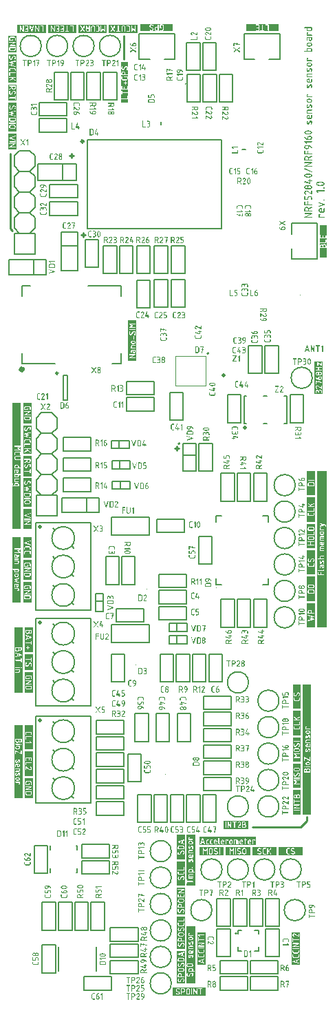
<source format=gto>
G04*
G04 #@! TF.GenerationSoftware,Altium Limited,Altium Designer,19.1.9 (167)*
G04*
G04 Layer_Color=14412276*
%FSLAX44Y44*%
%MOMM*%
G71*
G01*
G75*
%ADD10C,0.1000*%
%ADD11C,0.2000*%
%ADD12C,0.2500*%
%ADD13C,0.3000*%
%ADD14C,0.6000*%
%ADD15C,0.1500*%
%ADD16C,0.5000*%
%ADD17C,0.1270*%
%ADD18C,0.1250*%
G36*
X235000Y137500D02*
Y67500D01*
X224000D01*
Y137500D01*
X235000D01*
D02*
G37*
G36*
X207500Y1238000D02*
X167500D01*
Y1247000D01*
X207500D01*
Y1238000D01*
D02*
G37*
G36*
X126250Y1236250D02*
X91250D01*
Y1246250D01*
X126250D01*
Y1236250D01*
D02*
G37*
G36*
X35000Y452500D02*
X25000D01*
Y472500D01*
X35000D01*
Y452500D01*
D02*
G37*
G36*
X33500Y536000D02*
X23500D01*
Y561000D01*
X33500D01*
Y536000D01*
D02*
G37*
G36*
X397000Y959500D02*
X388000D01*
Y999500D01*
X397000D01*
Y959500D01*
D02*
G37*
G36*
X15000Y1150000D02*
Y1115000D01*
X5000D01*
Y1150000D01*
X15000D01*
D02*
G37*
G36*
X222500Y220000D02*
X212500D01*
Y250000D01*
X222500D01*
Y220000D01*
D02*
G37*
G36*
X15000Y1232500D02*
Y1212500D01*
X5000D01*
Y1232500D01*
X15000D01*
D02*
G37*
G36*
X365000Y372500D02*
X355000D01*
Y402500D01*
X365000D01*
Y372500D01*
D02*
G37*
G36*
X35000Y295000D02*
X25000D01*
Y320000D01*
X35000D01*
Y295000D01*
D02*
G37*
G36*
X397000Y505000D02*
X385000D01*
Y697500D01*
X397000D01*
Y505000D01*
D02*
G37*
G36*
X35000Y425000D02*
X25000D01*
Y450000D01*
X35000D01*
Y425000D01*
D02*
G37*
G36*
X302500Y225000D02*
X272500D01*
Y235000D01*
X302500D01*
Y225000D01*
D02*
G37*
G36*
X15000Y1210000D02*
Y1175000D01*
X5000D01*
Y1210000D01*
X15000D01*
D02*
G37*
G36*
X33500Y626000D02*
X23500D01*
Y651000D01*
X33500D01*
Y626000D01*
D02*
G37*
G36*
X270000Y225000D02*
X240000D01*
Y235000D01*
X270000D01*
Y225000D01*
D02*
G37*
G36*
X22500Y295000D02*
X12500D01*
Y385000D01*
X22500D01*
Y295000D01*
D02*
G37*
G36*
X33500Y653500D02*
X23500D01*
Y688500D01*
X33500D01*
Y653500D01*
D02*
G37*
G36*
X382500Y505000D02*
X372500D01*
Y535000D01*
X382500D01*
Y505000D01*
D02*
G37*
G36*
X392000Y792000D02*
X382000D01*
Y832000D01*
X392000D01*
Y792000D01*
D02*
G37*
G36*
X163750Y1236250D02*
X128750D01*
Y1246250D01*
X163750D01*
Y1236250D01*
D02*
G37*
G36*
X247500Y52500D02*
X207500D01*
Y62500D01*
X247500D01*
Y52500D01*
D02*
G37*
G36*
X382500Y635000D02*
X372500D01*
Y665000D01*
X382500D01*
Y635000D01*
D02*
G37*
G36*
X33500Y591000D02*
X23500D01*
Y616000D01*
X33500D01*
Y591000D01*
D02*
G37*
G36*
X16400Y681640D02*
X16490Y681619D01*
X16567Y681584D01*
X16636Y681550D01*
X16685Y681522D01*
X16726Y681487D01*
X16754Y681467D01*
X16761Y681460D01*
X16823Y681383D01*
X16872Y681307D01*
X16906Y681231D01*
X16934Y681154D01*
X16948Y681092D01*
X16955Y681044D01*
Y679574D01*
X13328D01*
Y681002D01*
X13335Y681099D01*
X13356Y681182D01*
X13391Y681265D01*
X13426Y681328D01*
X13453Y681383D01*
X13488Y681425D01*
X13509Y681453D01*
X13516Y681460D01*
X13592Y681522D01*
X13668Y681571D01*
X13751Y681598D01*
X13821Y681626D01*
X13883Y681640D01*
X13939Y681647D01*
X13966D01*
X13980D01*
X16303D01*
X16400Y681640D01*
D02*
G37*
G36*
X20283Y626000D02*
X10000D01*
Y678554D01*
X10000D01*
Y680225D01*
X10007Y680094D01*
X10021Y679976D01*
X10042Y679858D01*
X10076Y679747D01*
X10111Y679643D01*
X10153Y679539D01*
X10201Y679449D01*
X10243Y679372D01*
X10291Y679296D01*
X10333Y679227D01*
X10374Y679171D01*
X10409Y679123D01*
X10444Y679088D01*
X10465Y679060D01*
X10479Y679046D01*
X10485Y679040D01*
X10575Y678956D01*
X10673Y678880D01*
X10777Y678818D01*
X10874Y678755D01*
X10978Y678714D01*
X11075Y678672D01*
X11172Y678637D01*
X11262Y678617D01*
X11345Y678596D01*
X11422Y678582D01*
X11491Y678568D01*
X11553Y678561D01*
X11602Y678554D01*
X11002D01*
X17461D01*
X17551Y678561D01*
X17628Y678575D01*
X17697Y678603D01*
X17752Y678637D01*
X17801Y678672D01*
X17843Y678714D01*
X17877Y678762D01*
X17905Y678811D01*
X17940Y678908D01*
X17960Y678984D01*
X17967Y679019D01*
Y678554D01*
D01*
Y682666D01*
D01*
Y681002D01*
X17960Y681134D01*
X17947Y681252D01*
X17926Y681369D01*
X17891Y681480D01*
X17857Y681584D01*
X17815Y681682D01*
X17773Y681772D01*
X17725Y681855D01*
X17683Y681931D01*
X17635Y681994D01*
X17593Y682056D01*
X17558Y682098D01*
X17524Y682139D01*
X17503Y682167D01*
X17489Y682181D01*
X17482Y682188D01*
X17392Y682271D01*
X17295Y682347D01*
X17191Y682410D01*
X17094Y682465D01*
X16997Y682514D01*
X16893Y682548D01*
X16803Y682583D01*
X16712Y682604D01*
X16629Y682625D01*
X16546Y682638D01*
X16477Y682652D01*
X16421Y682659D01*
X16372Y682666D01*
X13980D01*
X13814Y682659D01*
X13654Y682632D01*
X13516Y682597D01*
X13391Y682555D01*
X13287Y682521D01*
X13245Y682500D01*
X13211Y682486D01*
X13183Y682472D01*
X13162Y682458D01*
X13148Y682451D01*
X13141D01*
X12996Y682354D01*
X12871Y682250D01*
X12760Y682139D01*
X12663Y682021D01*
X12586Y681903D01*
X12517Y681779D01*
X12462Y681661D01*
X12420Y681543D01*
X12385Y681432D01*
X12358Y681328D01*
X12344Y681238D01*
X12330Y681154D01*
X12323Y681085D01*
X12316Y681037D01*
Y679574D01*
X11671D01*
X11574Y679581D01*
X11484Y679601D01*
X11401Y679636D01*
X11338Y679671D01*
X11283Y679705D01*
X11241Y679740D01*
X11214Y679761D01*
X11207Y679768D01*
X11144Y679844D01*
X11096Y679920D01*
X11061Y679996D01*
X11040Y680066D01*
X11026Y680128D01*
X11012Y680184D01*
Y681772D01*
X11006Y681862D01*
X10992Y681938D01*
X10964Y682007D01*
X10936Y682070D01*
X10895Y682118D01*
X10853Y682160D01*
X10811Y682195D01*
X10763Y682222D01*
X10673Y682257D01*
X10589Y682278D01*
X10562D01*
X10534Y682285D01*
X10520D01*
X10513D01*
X10423Y682278D01*
X10347Y682264D01*
X10277Y682236D01*
X10215Y682202D01*
X10166Y682167D01*
X10125Y682125D01*
X10090Y682077D01*
X10062Y682028D01*
X10028Y681931D01*
X10007Y681855D01*
Y681820D01*
X10000Y681793D01*
Y682666D01*
X12657D01*
X10000D01*
Y781000D01*
X20283D01*
Y626000D01*
D02*
G37*
G36*
X33500Y718500D02*
X23500D01*
Y753500D01*
X33500D01*
Y718500D01*
D02*
G37*
G36*
X22500Y425000D02*
X12500D01*
Y505000D01*
X22500D01*
Y425000D01*
D02*
G37*
G36*
X300000Y257500D02*
X270000D01*
Y267500D01*
X300000D01*
Y257500D01*
D02*
G37*
G36*
X377500Y275000D02*
X367500D01*
Y435000D01*
X377500D01*
Y275000D01*
D02*
G37*
G36*
X35000Y475000D02*
X25000D01*
Y505000D01*
X35000D01*
Y475000D01*
D02*
G37*
G36*
X222500Y187500D02*
X212500D01*
Y217500D01*
X222500D01*
Y187500D01*
D02*
G37*
G36*
X363750Y130250D02*
Y90250D01*
X353750D01*
Y130250D01*
X363750D01*
D02*
G37*
G36*
X222500Y67500D02*
X212500D01*
Y107500D01*
X222500D01*
Y67500D01*
D02*
G37*
G36*
X33500Y563500D02*
X23500D01*
Y588500D01*
X33500D01*
Y563500D01*
D02*
G37*
G36*
X367500Y225000D02*
X337500D01*
Y235000D01*
X367500D01*
Y225000D01*
D02*
G37*
G36*
X88750Y1246250D02*
Y1236250D01*
X53750D01*
Y1246250D01*
X88750D01*
D02*
G37*
G36*
X20283Y601636D02*
X20277Y601726D01*
X20263Y601802D01*
X20235Y601871D01*
X20207Y601927D01*
X20166Y601976D01*
X20124Y602017D01*
X20075Y602052D01*
X20034Y602080D01*
X19937Y602114D01*
X19854Y602135D01*
X19826D01*
X19798Y602142D01*
X20283D01*
Y601636D01*
D02*
G37*
G36*
Y596997D02*
X20277Y597094D01*
X20249Y597184D01*
X20214Y597260D01*
X20173Y597323D01*
X20131Y597371D01*
X20096Y597406D01*
X20069Y597427D01*
X20062Y597434D01*
X17128Y599320D01*
X20034Y601192D01*
X20117Y601261D01*
X20179Y601331D01*
X20221Y601407D01*
X20256Y601476D01*
X20270Y601539D01*
X20277Y601587D01*
X20283Y601622D01*
Y596997D01*
D02*
G37*
G36*
Y602142D02*
X12822D01*
X12732Y602135D01*
X12656Y602121D01*
X12586Y602093D01*
X12531Y602066D01*
X12482Y602024D01*
X12441Y601982D01*
X12406Y601934D01*
X12378Y601885D01*
X12344Y601795D01*
X12323Y601712D01*
Y601684D01*
X12316Y601657D01*
Y601636D01*
X12323Y601546D01*
X12337Y601469D01*
X12365Y601400D01*
X12392Y601338D01*
X12434Y601289D01*
X12476Y601247D01*
X12524Y601213D01*
X12573Y601185D01*
X12663Y601150D01*
X12746Y601130D01*
X12774Y601123D01*
X12801D01*
X12815D01*
X12822D01*
X18390D01*
X16081Y599784D01*
X15984Y599708D01*
X15915Y599632D01*
X15859Y599549D01*
X15825Y599479D01*
X15804Y599417D01*
X15797Y599361D01*
X15790Y599334D01*
Y599320D01*
X15804Y599223D01*
X15839Y599132D01*
X15880Y599056D01*
X15936Y598987D01*
X15991Y598931D01*
X16033Y598890D01*
X16067Y598862D01*
X16081Y598855D01*
X18384Y597503D01*
X12822D01*
X12732Y597496D01*
X12656Y597482D01*
X12586Y597454D01*
X12531Y597427D01*
X12482Y597385D01*
X12441Y597343D01*
X12406Y597295D01*
X12378Y597246D01*
X12344Y597156D01*
X12323Y597073D01*
Y597045D01*
X12316Y597018D01*
Y596997D01*
X12323Y596907D01*
X12337Y596830D01*
X12365Y596761D01*
X12392Y596699D01*
X12434Y596650D01*
X12476Y596609D01*
X12524Y596574D01*
X12573Y596546D01*
X12663Y596511D01*
X12746Y596491D01*
X12774Y596484D01*
X12316D01*
X19777D01*
X19867Y596491D01*
X19944Y596504D01*
X20013Y596532D01*
X20069Y596567D01*
X20117Y596601D01*
X20159Y596643D01*
X20193Y596692D01*
X20221Y596740D01*
X20256Y596837D01*
X20277Y596914D01*
X20283Y596948D01*
Y596484D01*
D01*
Y589515D01*
X20211D01*
X20283D01*
Y589009D01*
X20277Y589099D01*
X20263Y589175D01*
X20235Y589244D01*
X20207Y589300D01*
X20166Y589348D01*
X20124Y589390D01*
X20075Y589425D01*
X20034Y589452D01*
X19937Y589487D01*
X19854Y589508D01*
X19826D01*
X19798Y589515D01*
X18476D01*
X19389D01*
X19299Y589508D01*
X19223Y589494D01*
X19153Y589466D01*
X19098Y589439D01*
X19049Y589397D01*
X19008Y589355D01*
X18973Y589307D01*
X18945Y589258D01*
X18910Y589168D01*
X18890Y589085D01*
Y589057D01*
X18883Y589029D01*
Y589009D01*
X18890Y588918D01*
X18903Y588842D01*
X18931Y588773D01*
X18959Y588710D01*
X19001Y588662D01*
X19042Y588620D01*
X19091Y588586D01*
X19139Y588558D01*
X19229Y588523D01*
X19313Y588502D01*
X19340Y588495D01*
X19777D01*
X19867Y588502D01*
X19944Y588516D01*
X20013Y588544D01*
X20069Y588579D01*
X20117Y588613D01*
X20159Y588655D01*
X20193Y588703D01*
X20221Y588752D01*
X20256Y588849D01*
X20277Y588925D01*
X20283Y588960D01*
Y588495D01*
D01*
Y536000D01*
X10000D01*
Y616000D01*
X20283D01*
Y602142D01*
D02*
G37*
G36*
X162500Y832500D02*
X152500D01*
Y882500D01*
X162500D01*
Y832500D01*
D02*
G37*
G36*
X222500Y110000D02*
X212500D01*
Y150000D01*
X222500D01*
Y110000D01*
D02*
G37*
G36*
X310000Y237500D02*
X240000D01*
Y247500D01*
X310000D01*
Y237500D01*
D02*
G37*
G36*
X35000Y322500D02*
X25000D01*
Y352500D01*
X35000D01*
Y322500D01*
D02*
G37*
G36*
X365000Y307500D02*
X355000D01*
Y337500D01*
X365000D01*
Y307500D01*
D02*
G37*
G36*
X382500Y667500D02*
X372500D01*
Y697500D01*
X382500D01*
Y667500D01*
D02*
G37*
G36*
X378270Y1243216D02*
X378370Y1243191D01*
X378478Y1243149D01*
X378536Y1243116D01*
X378595Y1243074D01*
X378645Y1243024D01*
X378695Y1242966D01*
X378728Y1242891D01*
X378761Y1242808D01*
X378778Y1242716D01*
X378786Y1242608D01*
Y1240200D01*
X378778Y1240142D01*
X378770Y1240067D01*
X378753Y1239983D01*
X378736Y1239892D01*
X378711Y1239792D01*
X378686Y1239683D01*
X378645Y1239567D01*
X378603Y1239450D01*
X378545Y1239325D01*
X378478Y1239209D01*
X378403Y1239083D01*
X378311Y1238967D01*
X378211Y1238859D01*
X378203Y1238850D01*
X378186Y1238834D01*
X378153Y1238809D01*
X378103Y1238767D01*
X378053Y1238725D01*
X377978Y1238675D01*
X377903Y1238625D01*
X377812Y1238575D01*
X377711Y1238517D01*
X377603Y1238467D01*
X377487Y1238417D01*
X377362Y1238375D01*
X377228Y1238334D01*
X377087Y1238309D01*
X376945Y1238292D01*
X376787Y1238284D01*
X373996D01*
X373988D01*
X373971D01*
X373946D01*
X373904Y1238292D01*
X373854D01*
X373804Y1238300D01*
X373671Y1238317D01*
X373513Y1238350D01*
X373346Y1238392D01*
X373171Y1238459D01*
X372996Y1238542D01*
X372988Y1238550D01*
X372954Y1238567D01*
X372904Y1238600D01*
X372838Y1238650D01*
X372763Y1238709D01*
X372679Y1238784D01*
X372588Y1238875D01*
X372496Y1238975D01*
X372405Y1239092D01*
X372313Y1239225D01*
X372230Y1239367D01*
X372155Y1239525D01*
X372088Y1239692D01*
X372038Y1239883D01*
X372005Y1240075D01*
X371996Y1240292D01*
Y1241999D01*
X369822D01*
X369814D01*
X369797D01*
X369764Y1242008D01*
X369730D01*
X369630Y1242033D01*
X369514Y1242074D01*
X369464Y1242108D01*
X369405Y1242149D01*
X369355Y1242199D01*
X369305Y1242258D01*
X369272Y1242324D01*
X369239Y1242408D01*
X369222Y1242499D01*
X369214Y1242608D01*
Y1242666D01*
X369222Y1242708D01*
X369247Y1242799D01*
X369289Y1242916D01*
X369322Y1242974D01*
X369364Y1243033D01*
X369414Y1243083D01*
X369472Y1243124D01*
X369539Y1243166D01*
X369622Y1243199D01*
X369714Y1243216D01*
X369822Y1243224D01*
X378178D01*
X378186D01*
X378203D01*
X378236D01*
X378270Y1243216D01*
D02*
G37*
G36*
X373629Y1236601D02*
X373729Y1236576D01*
X373838Y1236534D01*
X373896Y1236501D01*
X373954Y1236459D01*
X374004Y1236409D01*
X374054Y1236351D01*
X374087Y1236276D01*
X374121Y1236193D01*
X374137Y1236101D01*
X374146Y1235993D01*
Y1235968D01*
X374137Y1235934D01*
Y1235901D01*
X374113Y1235801D01*
X374071Y1235693D01*
X374038Y1235634D01*
X373996Y1235576D01*
X373946Y1235526D01*
X373887Y1235476D01*
X373812Y1235443D01*
X373729Y1235409D01*
X373638Y1235393D01*
X373529Y1235385D01*
X373213D01*
Y1233818D01*
X378178D01*
X378186D01*
X378203D01*
X378236D01*
X378270Y1233810D01*
X378370Y1233785D01*
X378478Y1233743D01*
X378536Y1233710D01*
X378595Y1233668D01*
X378645Y1233618D01*
X378695Y1233560D01*
X378728Y1233485D01*
X378761Y1233402D01*
X378778Y1233310D01*
X378786Y1233202D01*
Y1233177D01*
X378778Y1233143D01*
Y1233110D01*
X378753Y1233010D01*
X378711Y1232902D01*
X378678Y1232843D01*
X378636Y1232785D01*
X378586Y1232735D01*
X378528Y1232685D01*
X378461Y1232652D01*
X378378Y1232618D01*
X378286Y1232602D01*
X378178Y1232594D01*
X372604D01*
X372596D01*
X372579D01*
X372546Y1232602D01*
X372513D01*
X372413Y1232627D01*
X372296Y1232669D01*
X372246Y1232702D01*
X372188Y1232744D01*
X372138Y1232794D01*
X372088Y1232852D01*
X372055Y1232918D01*
X372021Y1233002D01*
X372005Y1233093D01*
X371996Y1233202D01*
Y1236051D01*
X372005Y1236093D01*
X372030Y1236184D01*
X372071Y1236301D01*
X372105Y1236359D01*
X372146Y1236417D01*
X372196Y1236468D01*
X372255Y1236509D01*
X372321Y1236551D01*
X372405Y1236584D01*
X372496Y1236601D01*
X372604Y1236609D01*
X373538D01*
X373546D01*
X373563D01*
X373596D01*
X373629Y1236601D01*
D02*
G37*
G36*
X378270Y1230886D02*
X378370Y1230861D01*
X378478Y1230819D01*
X378536Y1230786D01*
X378595Y1230744D01*
X378645Y1230694D01*
X378695Y1230636D01*
X378728Y1230561D01*
X378761Y1230477D01*
X378778Y1230386D01*
X378786Y1230277D01*
Y1227870D01*
X378778Y1227811D01*
X378770Y1227736D01*
X378753Y1227653D01*
X378736Y1227561D01*
X378711Y1227461D01*
X378686Y1227353D01*
X378645Y1227237D01*
X378603Y1227120D01*
X378545Y1226995D01*
X378478Y1226878D01*
X378403Y1226753D01*
X378311Y1226637D01*
X378211Y1226528D01*
X378203Y1226520D01*
X378186Y1226503D01*
X378153Y1226478D01*
X378103Y1226437D01*
X378053Y1226395D01*
X377978Y1226345D01*
X377903Y1226295D01*
X377812Y1226245D01*
X377711Y1226187D01*
X377603Y1226137D01*
X377487Y1226087D01*
X377362Y1226045D01*
X377228Y1226003D01*
X377087Y1225978D01*
X376945Y1225962D01*
X376787Y1225954D01*
X376778D01*
X376762D01*
X376737D01*
X376695Y1225962D01*
X376645D01*
X376595Y1225970D01*
X376462Y1225987D01*
X376304Y1226020D01*
X376137Y1226062D01*
X375962Y1226128D01*
X375787Y1226212D01*
X375779Y1226220D01*
X375745Y1226237D01*
X375695Y1226270D01*
X375629Y1226320D01*
X375554Y1226378D01*
X375470Y1226453D01*
X375379Y1226545D01*
X375287Y1226645D01*
X375196Y1226762D01*
X375104Y1226895D01*
X375021Y1227037D01*
X374946Y1227195D01*
X374879Y1227362D01*
X374829Y1227553D01*
X374796Y1227745D01*
X374787Y1227961D01*
Y1229669D01*
X373996D01*
X373979D01*
X373937D01*
X373879Y1229661D01*
X373804Y1229644D01*
X373721Y1229611D01*
X373629Y1229569D01*
X373538Y1229511D01*
X373446Y1229436D01*
X373438Y1229428D01*
X373413Y1229394D01*
X373371Y1229344D01*
X373329Y1229286D01*
X373288Y1229203D01*
X373246Y1229111D01*
X373221Y1229003D01*
X373213Y1228886D01*
Y1227003D01*
X373204Y1226970D01*
Y1226928D01*
X373179Y1226837D01*
X373138Y1226720D01*
X373104Y1226662D01*
X373063Y1226603D01*
X373013Y1226553D01*
X372954Y1226512D01*
X372888Y1226470D01*
X372804Y1226437D01*
X372713Y1226420D01*
X372604Y1226412D01*
X372596D01*
X372579D01*
X372546Y1226420D01*
X372513D01*
X372413Y1226445D01*
X372296Y1226487D01*
X372246Y1226520D01*
X372188Y1226562D01*
X372138Y1226612D01*
X372088Y1226670D01*
X372055Y1226745D01*
X372021Y1226828D01*
X372005Y1226920D01*
X371996Y1227028D01*
Y1228969D01*
X372005Y1229028D01*
X372013Y1229103D01*
X372030Y1229186D01*
X372046Y1229278D01*
X372071Y1229378D01*
X372096Y1229486D01*
X372138Y1229603D01*
X372188Y1229719D01*
X372238Y1229844D01*
X372313Y1229961D01*
X372388Y1230086D01*
X372480Y1230202D01*
X372579Y1230311D01*
X372588Y1230319D01*
X372604Y1230336D01*
X372638Y1230361D01*
X372679Y1230402D01*
X372738Y1230444D01*
X372804Y1230494D01*
X372888Y1230552D01*
X372971Y1230602D01*
X373071Y1230661D01*
X373179Y1230711D01*
X373296Y1230761D01*
X373421Y1230802D01*
X373554Y1230844D01*
X373696Y1230869D01*
X373846Y1230886D01*
X373996Y1230894D01*
X378178D01*
X378186D01*
X378203D01*
X378236D01*
X378270Y1230886D01*
D02*
G37*
G36*
X376420Y1224246D02*
X376495D01*
X376578Y1224229D01*
X376679Y1224212D01*
X376795Y1224196D01*
X376920Y1224162D01*
X377053Y1224129D01*
X377195Y1224079D01*
X377345Y1224021D01*
X377487Y1223946D01*
X377637Y1223862D01*
X377786Y1223771D01*
X377928Y1223654D01*
X378070Y1223529D01*
X378078Y1223521D01*
X378103Y1223496D01*
X378136Y1223454D01*
X378178Y1223404D01*
X378236Y1223329D01*
X378295Y1223246D01*
X378361Y1223146D01*
X378428Y1223038D01*
X378495Y1222921D01*
X378561Y1222788D01*
X378620Y1222638D01*
X378678Y1222488D01*
X378720Y1222321D01*
X378753Y1222146D01*
X378778Y1221971D01*
X378786Y1221780D01*
Y1221738D01*
X378778Y1221680D01*
Y1221605D01*
X378761Y1221521D01*
X378745Y1221421D01*
X378728Y1221305D01*
X378695Y1221180D01*
X378661Y1221047D01*
X378611Y1220905D01*
X378553Y1220755D01*
X378486Y1220613D01*
X378403Y1220463D01*
X378303Y1220313D01*
X378195Y1220172D01*
X378070Y1220030D01*
X378061Y1220022D01*
X378036Y1219997D01*
X377995Y1219963D01*
X377937Y1219922D01*
X377870Y1219863D01*
X377786Y1219805D01*
X377687Y1219738D01*
X377578Y1219672D01*
X377453Y1219605D01*
X377320Y1219538D01*
X377178Y1219480D01*
X377028Y1219422D01*
X376862Y1219380D01*
X376687Y1219347D01*
X376512Y1219322D01*
X376320Y1219314D01*
X374462D01*
X374454D01*
X374421D01*
X374362Y1219322D01*
X374296D01*
X374204Y1219339D01*
X374104Y1219355D01*
X373988Y1219372D01*
X373862Y1219405D01*
X373729Y1219439D01*
X373588Y1219489D01*
X373446Y1219547D01*
X373296Y1219613D01*
X373154Y1219697D01*
X373004Y1219797D01*
X372863Y1219905D01*
X372721Y1220030D01*
X372713Y1220038D01*
X372688Y1220063D01*
X372654Y1220105D01*
X372604Y1220155D01*
X372555Y1220230D01*
X372488Y1220313D01*
X372430Y1220405D01*
X372355Y1220522D01*
X372288Y1220638D01*
X372221Y1220771D01*
X372163Y1220913D01*
X372113Y1221071D01*
X372063Y1221238D01*
X372030Y1221405D01*
X372005Y1221588D01*
X371996Y1221780D01*
Y1221830D01*
X372005Y1221880D01*
Y1221955D01*
X372021Y1222046D01*
X372038Y1222146D01*
X372055Y1222263D01*
X372088Y1222388D01*
X372121Y1222521D01*
X372171Y1222663D01*
X372230Y1222813D01*
X372296Y1222963D01*
X372380Y1223113D01*
X372480Y1223254D01*
X372588Y1223396D01*
X372713Y1223538D01*
X372721Y1223546D01*
X372746Y1223571D01*
X372788Y1223604D01*
X372838Y1223646D01*
X372913Y1223704D01*
X372996Y1223762D01*
X373088Y1223829D01*
X373196Y1223896D01*
X373321Y1223962D01*
X373454Y1224029D01*
X373596Y1224087D01*
X373754Y1224146D01*
X373921Y1224187D01*
X374087Y1224221D01*
X374271Y1224246D01*
X374462Y1224254D01*
X376320D01*
X376329D01*
X376362D01*
X376420Y1224246D01*
D02*
G37*
G36*
X376928Y1217606D02*
X377003Y1217597D01*
X377087Y1217581D01*
X377178Y1217564D01*
X377278Y1217539D01*
X377387Y1217514D01*
X377503Y1217472D01*
X377620Y1217422D01*
X377745Y1217372D01*
X377862Y1217297D01*
X377986Y1217223D01*
X378103Y1217131D01*
X378211Y1217031D01*
X378220Y1217022D01*
X378236Y1217006D01*
X378261Y1216973D01*
X378303Y1216931D01*
X378345Y1216872D01*
X378395Y1216806D01*
X378445Y1216723D01*
X378495Y1216631D01*
X378553Y1216539D01*
X378603Y1216431D01*
X378653Y1216306D01*
X378695Y1216181D01*
X378736Y1216048D01*
X378761Y1215906D01*
X378778Y1215764D01*
X378786Y1215606D01*
Y1213257D01*
X378778Y1213223D01*
Y1213190D01*
X378753Y1213090D01*
X378711Y1212982D01*
X378678Y1212924D01*
X378636Y1212865D01*
X378586Y1212815D01*
X378528Y1212765D01*
X378461Y1212732D01*
X378378Y1212699D01*
X378286Y1212682D01*
X378178Y1212674D01*
X369822D01*
X369814D01*
X369797D01*
X369764Y1212682D01*
X369730D01*
X369630Y1212707D01*
X369514Y1212749D01*
X369464Y1212782D01*
X369405Y1212824D01*
X369355Y1212874D01*
X369305Y1212932D01*
X369272Y1212999D01*
X369239Y1213082D01*
X369222Y1213174D01*
X369214Y1213282D01*
Y1213340D01*
X369222Y1213382D01*
X369247Y1213473D01*
X369289Y1213590D01*
X369322Y1213648D01*
X369364Y1213707D01*
X369414Y1213757D01*
X369472Y1213798D01*
X369539Y1213840D01*
X369622Y1213873D01*
X369714Y1213890D01*
X369822Y1213898D01*
X371996D01*
Y1215656D01*
X372005Y1215714D01*
X372013Y1215798D01*
X372030Y1215898D01*
X372046Y1216006D01*
X372080Y1216131D01*
X372121Y1216264D01*
X372171Y1216398D01*
X372238Y1216539D01*
X372321Y1216689D01*
X372421Y1216831D01*
X372529Y1216973D01*
X372663Y1217106D01*
X372821Y1217223D01*
X372996Y1217339D01*
X373004D01*
X373013Y1217347D01*
X373046Y1217364D01*
X373079Y1217381D01*
X373121Y1217406D01*
X373171Y1217422D01*
X373296Y1217481D01*
X373446Y1217531D01*
X373613Y1217572D01*
X373796Y1217606D01*
X373996Y1217614D01*
X376787D01*
X376795D01*
X376820D01*
X376870D01*
X376928Y1217606D01*
D02*
G37*
G36*
X373629Y1205301D02*
X373729Y1205275D01*
X373838Y1205234D01*
X373896Y1205201D01*
X373954Y1205159D01*
X374004Y1205109D01*
X374054Y1205051D01*
X374087Y1204976D01*
X374121Y1204892D01*
X374137Y1204801D01*
X374146Y1204692D01*
Y1204667D01*
X374137Y1204634D01*
Y1204601D01*
X374113Y1204501D01*
X374071Y1204392D01*
X374038Y1204334D01*
X373996Y1204276D01*
X373946Y1204226D01*
X373887Y1204176D01*
X373812Y1204143D01*
X373729Y1204109D01*
X373638Y1204092D01*
X373529Y1204084D01*
X373213D01*
Y1202518D01*
X378178D01*
X378186D01*
X378203D01*
X378236D01*
X378270Y1202510D01*
X378370Y1202485D01*
X378478Y1202443D01*
X378536Y1202410D01*
X378595Y1202368D01*
X378645Y1202318D01*
X378695Y1202260D01*
X378728Y1202185D01*
X378761Y1202101D01*
X378778Y1202010D01*
X378786Y1201901D01*
Y1201876D01*
X378778Y1201843D01*
Y1201810D01*
X378753Y1201710D01*
X378711Y1201601D01*
X378678Y1201543D01*
X378636Y1201485D01*
X378586Y1201435D01*
X378528Y1201385D01*
X378461Y1201351D01*
X378378Y1201318D01*
X378286Y1201301D01*
X378178Y1201293D01*
X372604D01*
X372596D01*
X372579D01*
X372546Y1201301D01*
X372513D01*
X372413Y1201327D01*
X372296Y1201368D01*
X372246Y1201402D01*
X372188Y1201443D01*
X372138Y1201493D01*
X372088Y1201552D01*
X372055Y1201618D01*
X372021Y1201701D01*
X372005Y1201793D01*
X371996Y1201901D01*
Y1204751D01*
X372005Y1204792D01*
X372030Y1204884D01*
X372071Y1205001D01*
X372105Y1205059D01*
X372146Y1205117D01*
X372196Y1205167D01*
X372255Y1205209D01*
X372321Y1205250D01*
X372405Y1205284D01*
X372496Y1205301D01*
X372604Y1205309D01*
X373538D01*
X373546D01*
X373563D01*
X373596D01*
X373629Y1205301D01*
D02*
G37*
G36*
X376420Y1199585D02*
X376495D01*
X376578Y1199569D01*
X376679Y1199552D01*
X376795Y1199535D01*
X376920Y1199502D01*
X377053Y1199469D01*
X377195Y1199419D01*
X377345Y1199360D01*
X377487Y1199285D01*
X377637Y1199202D01*
X377786Y1199110D01*
X377928Y1198994D01*
X378070Y1198869D01*
X378078Y1198860D01*
X378103Y1198836D01*
X378136Y1198794D01*
X378178Y1198744D01*
X378236Y1198669D01*
X378295Y1198586D01*
X378361Y1198486D01*
X378428Y1198377D01*
X378495Y1198261D01*
X378561Y1198127D01*
X378620Y1197977D01*
X378678Y1197827D01*
X378720Y1197661D01*
X378753Y1197486D01*
X378778Y1197311D01*
X378786Y1197119D01*
Y1197078D01*
X378778Y1197019D01*
Y1196944D01*
X378761Y1196861D01*
X378745Y1196761D01*
X378728Y1196644D01*
X378695Y1196519D01*
X378661Y1196386D01*
X378611Y1196245D01*
X378553Y1196095D01*
X378486Y1195953D01*
X378403Y1195803D01*
X378303Y1195653D01*
X378195Y1195511D01*
X378070Y1195370D01*
X378061Y1195361D01*
X378036Y1195336D01*
X377995Y1195303D01*
X377937Y1195261D01*
X377870Y1195203D01*
X377786Y1195145D01*
X377687Y1195078D01*
X377578Y1195012D01*
X377453Y1194945D01*
X377320Y1194878D01*
X377178Y1194820D01*
X377028Y1194762D01*
X376862Y1194720D01*
X376687Y1194687D01*
X376512Y1194662D01*
X376320Y1194653D01*
X374462D01*
X374454D01*
X374421D01*
X374362Y1194662D01*
X374296D01*
X374204Y1194678D01*
X374104Y1194695D01*
X373988Y1194712D01*
X373862Y1194745D01*
X373729Y1194778D01*
X373588Y1194828D01*
X373446Y1194886D01*
X373296Y1194953D01*
X373154Y1195036D01*
X373004Y1195136D01*
X372863Y1195245D01*
X372721Y1195370D01*
X372713Y1195378D01*
X372688Y1195403D01*
X372654Y1195445D01*
X372604Y1195495D01*
X372555Y1195570D01*
X372488Y1195653D01*
X372430Y1195745D01*
X372355Y1195861D01*
X372288Y1195978D01*
X372221Y1196111D01*
X372163Y1196253D01*
X372113Y1196411D01*
X372063Y1196578D01*
X372030Y1196744D01*
X372005Y1196928D01*
X371996Y1197119D01*
Y1197169D01*
X372005Y1197219D01*
Y1197294D01*
X372021Y1197386D01*
X372038Y1197486D01*
X372055Y1197602D01*
X372088Y1197727D01*
X372121Y1197861D01*
X372171Y1198002D01*
X372230Y1198152D01*
X372296Y1198302D01*
X372380Y1198452D01*
X372480Y1198594D01*
X372588Y1198736D01*
X372713Y1198877D01*
X372721Y1198885D01*
X372746Y1198911D01*
X372788Y1198944D01*
X372838Y1198986D01*
X372913Y1199044D01*
X372996Y1199102D01*
X373088Y1199169D01*
X373196Y1199235D01*
X373321Y1199302D01*
X373454Y1199369D01*
X373596Y1199427D01*
X373754Y1199485D01*
X373921Y1199527D01*
X374087Y1199560D01*
X374271Y1199585D01*
X374462Y1199594D01*
X376320D01*
X376329D01*
X376362D01*
X376420Y1199585D01*
D02*
G37*
G36*
X377103Y1192945D02*
X377162D01*
X377245Y1192929D01*
X377328Y1192912D01*
X377428Y1192895D01*
X377537Y1192862D01*
X377645Y1192820D01*
X377761Y1192770D01*
X377878Y1192712D01*
X377995Y1192637D01*
X378111Y1192554D01*
X378220Y1192454D01*
X378320Y1192346D01*
X378411Y1192212D01*
Y1192204D01*
X378428Y1192187D01*
X378445Y1192154D01*
X378470Y1192104D01*
X378495Y1192046D01*
X378528Y1191971D01*
X378561Y1191887D01*
X378595Y1191796D01*
X378636Y1191687D01*
X378670Y1191571D01*
X378703Y1191446D01*
X378728Y1191304D01*
X378753Y1191162D01*
X378770Y1191004D01*
X378778Y1190837D01*
X378786Y1190663D01*
Y1190529D01*
X378778Y1190429D01*
X378770Y1190313D01*
X378761Y1190179D01*
X378745Y1190021D01*
X378720Y1189855D01*
X378695Y1189679D01*
X378661Y1189496D01*
X378611Y1189305D01*
X378561Y1189105D01*
X378503Y1188913D01*
X378436Y1188713D01*
X378353Y1188530D01*
X378261Y1188346D01*
X378253Y1188330D01*
X378228Y1188297D01*
X378178Y1188238D01*
X378120Y1188180D01*
X378045Y1188122D01*
X377945Y1188063D01*
X377836Y1188030D01*
X377711Y1188013D01*
X377703D01*
X377670D01*
X377620Y1188022D01*
X377562Y1188038D01*
X377495Y1188055D01*
X377428Y1188088D01*
X377353Y1188130D01*
X377287Y1188188D01*
X377278Y1188197D01*
X377262Y1188222D01*
X377228Y1188263D01*
X377195Y1188313D01*
X377162Y1188372D01*
X377128Y1188447D01*
X377112Y1188530D01*
X377103Y1188621D01*
Y1188688D01*
X377120Y1188755D01*
X377137Y1188805D01*
X377145Y1188821D01*
X377153Y1188855D01*
X377178Y1188913D01*
X377212Y1188996D01*
X377253Y1189096D01*
X377303Y1189221D01*
X377353Y1189355D01*
X377412Y1189505D01*
Y1189513D01*
X377420Y1189529D01*
X377428Y1189563D01*
X377437Y1189604D01*
X377445Y1189663D01*
X377462Y1189730D01*
X377478Y1189796D01*
X377487Y1189880D01*
X377520Y1190063D01*
X377545Y1190263D01*
X377562Y1190479D01*
X377570Y1190696D01*
Y1190788D01*
X377562Y1190854D01*
X377553Y1190938D01*
X377537Y1191021D01*
X377503Y1191212D01*
X377437Y1191404D01*
X377395Y1191487D01*
X377337Y1191571D01*
X377278Y1191637D01*
X377203Y1191687D01*
X377120Y1191721D01*
X377020Y1191729D01*
X377003D01*
X376962Y1191721D01*
X376903Y1191712D01*
X376828Y1191687D01*
X376745Y1191654D01*
X376662Y1191596D01*
X376587Y1191521D01*
X376520Y1191412D01*
X375370Y1189030D01*
X375362Y1189021D01*
X375345Y1188988D01*
X375321Y1188938D01*
X375279Y1188871D01*
X375220Y1188796D01*
X375154Y1188705D01*
X375079Y1188613D01*
X374987Y1188521D01*
X374879Y1188430D01*
X374762Y1188338D01*
X374629Y1188247D01*
X374487Y1188172D01*
X374329Y1188105D01*
X374154Y1188055D01*
X373963Y1188022D01*
X373763Y1188013D01*
X373754D01*
X373721D01*
X373679Y1188022D01*
X373621D01*
X373546Y1188038D01*
X373463Y1188055D01*
X373363Y1188072D01*
X373263Y1188105D01*
X373154Y1188147D01*
X373046Y1188188D01*
X372929Y1188247D01*
X372821Y1188322D01*
X372713Y1188405D01*
X372604Y1188496D01*
X372496Y1188613D01*
X372405Y1188738D01*
X372396Y1188746D01*
X372388Y1188763D01*
X372363Y1188796D01*
X372338Y1188846D01*
X372313Y1188905D01*
X372271Y1188980D01*
X372238Y1189055D01*
X372196Y1189155D01*
X372163Y1189255D01*
X372121Y1189371D01*
X372088Y1189488D01*
X372063Y1189621D01*
X372030Y1189763D01*
X372013Y1189913D01*
X372005Y1190071D01*
X371996Y1190238D01*
Y1190346D01*
X372005Y1190421D01*
X372013Y1190513D01*
X372021Y1190629D01*
X372038Y1190746D01*
X372063Y1190888D01*
X372096Y1191029D01*
X372130Y1191188D01*
X372171Y1191346D01*
X372221Y1191512D01*
X372288Y1191679D01*
X372363Y1191846D01*
X372446Y1192012D01*
X372538Y1192170D01*
X372546Y1192187D01*
X372571Y1192221D01*
X372621Y1192271D01*
X372679Y1192329D01*
X372755Y1192387D01*
X372846Y1192437D01*
X372954Y1192470D01*
X373071Y1192487D01*
X373079D01*
X373113D01*
X373163Y1192479D01*
X373221Y1192462D01*
X373288Y1192446D01*
X373363Y1192412D01*
X373429Y1192362D01*
X373504Y1192304D01*
X373513Y1192296D01*
X373529Y1192271D01*
X373563Y1192229D01*
X373596Y1192179D01*
X373629Y1192121D01*
X373663Y1192046D01*
X373679Y1191962D01*
X373688Y1191871D01*
Y1191837D01*
X373679Y1191804D01*
X373671Y1191762D01*
X373654Y1191704D01*
X373629Y1191646D01*
X373596Y1191579D01*
X373546Y1191504D01*
Y1191496D01*
X373529Y1191479D01*
X373513Y1191446D01*
X373496Y1191404D01*
X373471Y1191354D01*
X373438Y1191287D01*
X373413Y1191212D01*
X373379Y1191137D01*
X373321Y1190946D01*
X373263Y1190729D01*
X373229Y1190496D01*
X373213Y1190238D01*
Y1190146D01*
X373221Y1190079D01*
X373229Y1190004D01*
X373238Y1189921D01*
X373279Y1189738D01*
X373346Y1189555D01*
X373388Y1189471D01*
X373446Y1189396D01*
X373504Y1189330D01*
X373579Y1189280D01*
X373663Y1189246D01*
X373763Y1189238D01*
X373779D01*
X373821Y1189246D01*
X373879Y1189255D01*
X373954Y1189271D01*
X374038Y1189313D01*
X374121Y1189363D01*
X374196Y1189430D01*
X374254Y1189529D01*
X375420Y1191937D01*
X375429Y1191946D01*
X375446Y1191979D01*
X375470Y1192029D01*
X375512Y1192096D01*
X375570Y1192170D01*
X375637Y1192262D01*
X375712Y1192354D01*
X375804Y1192446D01*
X375904Y1192537D01*
X376029Y1192629D01*
X376154Y1192720D01*
X376295Y1192795D01*
X376454Y1192862D01*
X376628Y1192912D01*
X376812Y1192945D01*
X377012Y1192954D01*
X377020D01*
X377053D01*
X377103Y1192945D01*
D02*
G37*
G36*
X378270Y1186305D02*
X378370Y1186280D01*
X378478Y1186239D01*
X378536Y1186205D01*
X378595Y1186164D01*
X378645Y1186114D01*
X378695Y1186055D01*
X378728Y1185981D01*
X378761Y1185897D01*
X378778Y1185806D01*
X378786Y1185697D01*
Y1185672D01*
X378778Y1185639D01*
Y1185606D01*
X378753Y1185506D01*
X378711Y1185397D01*
X378678Y1185339D01*
X378636Y1185281D01*
X378586Y1185231D01*
X378528Y1185181D01*
X378461Y1185147D01*
X378378Y1185114D01*
X378286Y1185097D01*
X378178Y1185089D01*
X373996D01*
X373979D01*
X373937D01*
X373879Y1185081D01*
X373804Y1185064D01*
X373721Y1185031D01*
X373629Y1184989D01*
X373538Y1184931D01*
X373446Y1184856D01*
X373438Y1184847D01*
X373413Y1184814D01*
X373371Y1184764D01*
X373329Y1184706D01*
X373288Y1184622D01*
X373246Y1184531D01*
X373221Y1184423D01*
X373213Y1184306D01*
Y1182598D01*
X378178D01*
X378186D01*
X378203D01*
X378236D01*
X378270Y1182590D01*
X378370Y1182565D01*
X378478Y1182523D01*
X378536Y1182490D01*
X378595Y1182448D01*
X378645Y1182398D01*
X378695Y1182340D01*
X378728Y1182265D01*
X378761Y1182181D01*
X378778Y1182090D01*
X378786Y1181982D01*
Y1181956D01*
X378778Y1181923D01*
Y1181890D01*
X378753Y1181790D01*
X378711Y1181682D01*
X378678Y1181623D01*
X378636Y1181565D01*
X378586Y1181515D01*
X378528Y1181465D01*
X378461Y1181432D01*
X378378Y1181398D01*
X378286Y1181382D01*
X378178Y1181373D01*
X372604D01*
X372596D01*
X372579D01*
X372546Y1181382D01*
X372513D01*
X372413Y1181407D01*
X372296Y1181448D01*
X372246Y1181482D01*
X372188Y1181523D01*
X372138Y1181573D01*
X372088Y1181632D01*
X372055Y1181698D01*
X372021Y1181781D01*
X372005Y1181873D01*
X371996Y1181982D01*
Y1184389D01*
X372005Y1184447D01*
X372013Y1184522D01*
X372030Y1184606D01*
X372046Y1184697D01*
X372071Y1184797D01*
X372096Y1184906D01*
X372138Y1185022D01*
X372188Y1185139D01*
X372238Y1185264D01*
X372313Y1185381D01*
X372388Y1185506D01*
X372480Y1185622D01*
X372579Y1185731D01*
X372588Y1185739D01*
X372604Y1185755D01*
X372638Y1185780D01*
X372679Y1185822D01*
X372738Y1185864D01*
X372804Y1185914D01*
X372888Y1185972D01*
X372971Y1186022D01*
X373071Y1186080D01*
X373179Y1186130D01*
X373296Y1186180D01*
X373421Y1186222D01*
X373554Y1186264D01*
X373696Y1186289D01*
X373846Y1186305D01*
X373996Y1186314D01*
X378178D01*
X378186D01*
X378203D01*
X378236D01*
X378270Y1186305D01*
D02*
G37*
G36*
Y1179665D02*
X378370Y1179640D01*
X378478Y1179599D01*
X378536Y1179565D01*
X378595Y1179524D01*
X378645Y1179474D01*
X378695Y1179416D01*
X378728Y1179341D01*
X378761Y1179257D01*
X378778Y1179165D01*
X378786Y1179057D01*
Y1176649D01*
X378778Y1176591D01*
X378770Y1176516D01*
X378753Y1176433D01*
X378736Y1176341D01*
X378711Y1176241D01*
X378686Y1176133D01*
X378645Y1176016D01*
X378603Y1175900D01*
X378545Y1175775D01*
X378478Y1175658D01*
X378403Y1175533D01*
X378311Y1175416D01*
X378211Y1175308D01*
X378203Y1175300D01*
X378186Y1175283D01*
X378153Y1175258D01*
X378103Y1175217D01*
X378053Y1175175D01*
X377978Y1175125D01*
X377903Y1175075D01*
X377812Y1175025D01*
X377711Y1174967D01*
X377603Y1174917D01*
X377487Y1174867D01*
X377362Y1174825D01*
X377228Y1174783D01*
X377087Y1174758D01*
X376945Y1174742D01*
X376787Y1174733D01*
X374462D01*
X374454D01*
X374421D01*
X374362Y1174742D01*
X374296D01*
X374204Y1174758D01*
X374104Y1174775D01*
X373988Y1174792D01*
X373862Y1174825D01*
X373729Y1174858D01*
X373588Y1174908D01*
X373446Y1174967D01*
X373296Y1175033D01*
X373154Y1175117D01*
X373004Y1175217D01*
X372863Y1175325D01*
X372721Y1175450D01*
X372713Y1175458D01*
X372688Y1175483D01*
X372654Y1175525D01*
X372604Y1175575D01*
X372555Y1175650D01*
X372488Y1175733D01*
X372430Y1175825D01*
X372355Y1175941D01*
X372288Y1176058D01*
X372221Y1176191D01*
X372163Y1176333D01*
X372113Y1176491D01*
X372063Y1176658D01*
X372030Y1176824D01*
X372005Y1177008D01*
X371996Y1177199D01*
Y1177249D01*
X372005Y1177299D01*
Y1177374D01*
X372021Y1177466D01*
X372038Y1177566D01*
X372055Y1177683D01*
X372088Y1177808D01*
X372121Y1177941D01*
X372171Y1178083D01*
X372230Y1178232D01*
X372296Y1178382D01*
X372380Y1178532D01*
X372480Y1178674D01*
X372588Y1178816D01*
X372713Y1178957D01*
X372721Y1178966D01*
X372746Y1178991D01*
X372788Y1179024D01*
X372838Y1179066D01*
X372913Y1179124D01*
X372996Y1179182D01*
X373088Y1179249D01*
X373196Y1179315D01*
X373321Y1179382D01*
X373454Y1179449D01*
X373596Y1179507D01*
X373754Y1179565D01*
X373921Y1179607D01*
X374087Y1179640D01*
X374271Y1179665D01*
X374462Y1179674D01*
X376004D01*
Y1175958D01*
X376787D01*
X376803D01*
X376837D01*
X376903Y1175966D01*
X376978Y1175983D01*
X377062Y1176016D01*
X377162Y1176050D01*
X377253Y1176108D01*
X377345Y1176183D01*
X377353Y1176191D01*
X377378Y1176225D01*
X377420Y1176275D01*
X377453Y1176341D01*
X377495Y1176416D01*
X377537Y1176516D01*
X377562Y1176616D01*
X377570Y1176733D01*
Y1179116D01*
X377578Y1179157D01*
X377603Y1179249D01*
X377645Y1179365D01*
X377678Y1179424D01*
X377720Y1179482D01*
X377770Y1179532D01*
X377828Y1179574D01*
X377895Y1179615D01*
X377978Y1179649D01*
X378070Y1179665D01*
X378178Y1179674D01*
X378186D01*
X378203D01*
X378236D01*
X378270Y1179665D01*
D02*
G37*
G36*
X377103Y1173025D02*
X377162D01*
X377245Y1173009D01*
X377328Y1172992D01*
X377428Y1172975D01*
X377537Y1172942D01*
X377645Y1172900D01*
X377761Y1172850D01*
X377878Y1172792D01*
X377995Y1172717D01*
X378111Y1172634D01*
X378220Y1172534D01*
X378320Y1172426D01*
X378411Y1172292D01*
Y1172284D01*
X378428Y1172267D01*
X378445Y1172234D01*
X378470Y1172184D01*
X378495Y1172126D01*
X378528Y1172051D01*
X378561Y1171967D01*
X378595Y1171876D01*
X378636Y1171767D01*
X378670Y1171651D01*
X378703Y1171526D01*
X378728Y1171384D01*
X378753Y1171243D01*
X378770Y1171084D01*
X378778Y1170918D01*
X378786Y1170743D01*
Y1170609D01*
X378778Y1170509D01*
X378770Y1170393D01*
X378761Y1170259D01*
X378745Y1170101D01*
X378720Y1169935D01*
X378695Y1169760D01*
X378661Y1169576D01*
X378611Y1169385D01*
X378561Y1169185D01*
X378503Y1168993D01*
X378436Y1168793D01*
X378353Y1168610D01*
X378261Y1168427D01*
X378253Y1168410D01*
X378228Y1168377D01*
X378178Y1168318D01*
X378120Y1168260D01*
X378045Y1168202D01*
X377945Y1168143D01*
X377836Y1168110D01*
X377711Y1168093D01*
X377703D01*
X377670D01*
X377620Y1168102D01*
X377562Y1168118D01*
X377495Y1168135D01*
X377428Y1168168D01*
X377353Y1168210D01*
X377287Y1168268D01*
X377278Y1168277D01*
X377262Y1168302D01*
X377228Y1168343D01*
X377195Y1168393D01*
X377162Y1168452D01*
X377128Y1168527D01*
X377112Y1168610D01*
X377103Y1168701D01*
Y1168768D01*
X377120Y1168835D01*
X377137Y1168885D01*
X377145Y1168902D01*
X377153Y1168935D01*
X377178Y1168993D01*
X377212Y1169077D01*
X377253Y1169176D01*
X377303Y1169301D01*
X377353Y1169435D01*
X377412Y1169585D01*
Y1169593D01*
X377420Y1169610D01*
X377428Y1169643D01*
X377437Y1169685D01*
X377445Y1169743D01*
X377462Y1169810D01*
X377478Y1169876D01*
X377487Y1169960D01*
X377520Y1170143D01*
X377545Y1170343D01*
X377562Y1170559D01*
X377570Y1170776D01*
Y1170868D01*
X377562Y1170934D01*
X377553Y1171018D01*
X377537Y1171101D01*
X377503Y1171293D01*
X377437Y1171484D01*
X377395Y1171568D01*
X377337Y1171651D01*
X377278Y1171717D01*
X377203Y1171767D01*
X377120Y1171801D01*
X377020Y1171809D01*
X377003D01*
X376962Y1171801D01*
X376903Y1171792D01*
X376828Y1171767D01*
X376745Y1171734D01*
X376662Y1171676D01*
X376587Y1171601D01*
X376520Y1171492D01*
X375370Y1169110D01*
X375362Y1169101D01*
X375345Y1169068D01*
X375321Y1169018D01*
X375279Y1168951D01*
X375220Y1168876D01*
X375154Y1168785D01*
X375079Y1168693D01*
X374987Y1168602D01*
X374879Y1168510D01*
X374762Y1168418D01*
X374629Y1168327D01*
X374487Y1168252D01*
X374329Y1168185D01*
X374154Y1168135D01*
X373963Y1168102D01*
X373763Y1168093D01*
X373754D01*
X373721D01*
X373679Y1168102D01*
X373621D01*
X373546Y1168118D01*
X373463Y1168135D01*
X373363Y1168152D01*
X373263Y1168185D01*
X373154Y1168227D01*
X373046Y1168268D01*
X372929Y1168327D01*
X372821Y1168402D01*
X372713Y1168485D01*
X372604Y1168577D01*
X372496Y1168693D01*
X372405Y1168818D01*
X372396Y1168827D01*
X372388Y1168843D01*
X372363Y1168876D01*
X372338Y1168926D01*
X372313Y1168985D01*
X372271Y1169060D01*
X372238Y1169135D01*
X372196Y1169235D01*
X372163Y1169335D01*
X372121Y1169451D01*
X372088Y1169568D01*
X372063Y1169701D01*
X372030Y1169843D01*
X372013Y1169993D01*
X372005Y1170151D01*
X371996Y1170318D01*
Y1170426D01*
X372005Y1170501D01*
X372013Y1170593D01*
X372021Y1170709D01*
X372038Y1170826D01*
X372063Y1170968D01*
X372096Y1171109D01*
X372130Y1171268D01*
X372171Y1171426D01*
X372221Y1171592D01*
X372288Y1171759D01*
X372363Y1171926D01*
X372446Y1172092D01*
X372538Y1172251D01*
X372546Y1172267D01*
X372571Y1172301D01*
X372621Y1172351D01*
X372679Y1172409D01*
X372755Y1172467D01*
X372846Y1172517D01*
X372954Y1172551D01*
X373071Y1172567D01*
X373079D01*
X373113D01*
X373163Y1172559D01*
X373221Y1172542D01*
X373288Y1172526D01*
X373363Y1172492D01*
X373429Y1172442D01*
X373504Y1172384D01*
X373513Y1172376D01*
X373529Y1172351D01*
X373563Y1172309D01*
X373596Y1172259D01*
X373629Y1172201D01*
X373663Y1172126D01*
X373679Y1172042D01*
X373688Y1171951D01*
Y1171917D01*
X373679Y1171884D01*
X373671Y1171842D01*
X373654Y1171784D01*
X373629Y1171726D01*
X373596Y1171659D01*
X373546Y1171584D01*
Y1171576D01*
X373529Y1171559D01*
X373513Y1171526D01*
X373496Y1171484D01*
X373471Y1171434D01*
X373438Y1171367D01*
X373413Y1171293D01*
X373379Y1171218D01*
X373321Y1171026D01*
X373263Y1170809D01*
X373229Y1170576D01*
X373213Y1170318D01*
Y1170226D01*
X373221Y1170160D01*
X373229Y1170085D01*
X373238Y1170001D01*
X373279Y1169818D01*
X373346Y1169635D01*
X373388Y1169551D01*
X373446Y1169476D01*
X373504Y1169410D01*
X373579Y1169360D01*
X373663Y1169326D01*
X373763Y1169318D01*
X373779D01*
X373821Y1169326D01*
X373879Y1169335D01*
X373954Y1169351D01*
X374038Y1169393D01*
X374121Y1169443D01*
X374196Y1169510D01*
X374254Y1169610D01*
X375420Y1172017D01*
X375429Y1172026D01*
X375446Y1172059D01*
X375470Y1172109D01*
X375512Y1172176D01*
X375570Y1172251D01*
X375637Y1172342D01*
X375712Y1172434D01*
X375804Y1172526D01*
X375904Y1172617D01*
X376029Y1172709D01*
X376154Y1172801D01*
X376295Y1172876D01*
X376454Y1172942D01*
X376628Y1172992D01*
X376812Y1173025D01*
X377012Y1173034D01*
X377020D01*
X377053D01*
X377103Y1173025D01*
D02*
G37*
G36*
X373629Y1160720D02*
X373729Y1160695D01*
X373838Y1160654D01*
X373896Y1160620D01*
X373954Y1160579D01*
X374004Y1160529D01*
X374054Y1160470D01*
X374087Y1160395D01*
X374121Y1160312D01*
X374137Y1160220D01*
X374146Y1160112D01*
Y1160087D01*
X374137Y1160054D01*
Y1160020D01*
X374113Y1159921D01*
X374071Y1159812D01*
X374038Y1159754D01*
X373996Y1159696D01*
X373946Y1159645D01*
X373887Y1159595D01*
X373812Y1159562D01*
X373729Y1159529D01*
X373638Y1159512D01*
X373529Y1159504D01*
X373213D01*
Y1157938D01*
X378178D01*
X378186D01*
X378203D01*
X378236D01*
X378270Y1157929D01*
X378370Y1157904D01*
X378478Y1157863D01*
X378536Y1157829D01*
X378595Y1157788D01*
X378645Y1157738D01*
X378695Y1157679D01*
X378728Y1157604D01*
X378761Y1157521D01*
X378778Y1157429D01*
X378786Y1157321D01*
Y1157296D01*
X378778Y1157263D01*
Y1157230D01*
X378753Y1157130D01*
X378711Y1157021D01*
X378678Y1156963D01*
X378636Y1156905D01*
X378586Y1156855D01*
X378528Y1156805D01*
X378461Y1156771D01*
X378378Y1156738D01*
X378286Y1156721D01*
X378178Y1156713D01*
X372604D01*
X372596D01*
X372579D01*
X372546Y1156721D01*
X372513D01*
X372413Y1156746D01*
X372296Y1156788D01*
X372246Y1156821D01*
X372188Y1156863D01*
X372138Y1156913D01*
X372088Y1156971D01*
X372055Y1157038D01*
X372021Y1157121D01*
X372005Y1157213D01*
X371996Y1157321D01*
Y1160170D01*
X372005Y1160212D01*
X372030Y1160304D01*
X372071Y1160420D01*
X372105Y1160479D01*
X372146Y1160537D01*
X372196Y1160587D01*
X372255Y1160629D01*
X372321Y1160670D01*
X372405Y1160704D01*
X372496Y1160720D01*
X372604Y1160729D01*
X373538D01*
X373546D01*
X373563D01*
X373596D01*
X373629Y1160720D01*
D02*
G37*
G36*
X376420Y1155005D02*
X376495D01*
X376578Y1154988D01*
X376679Y1154972D01*
X376795Y1154955D01*
X376920Y1154922D01*
X377053Y1154888D01*
X377195Y1154838D01*
X377345Y1154780D01*
X377487Y1154705D01*
X377637Y1154622D01*
X377786Y1154530D01*
X377928Y1154414D01*
X378070Y1154289D01*
X378078Y1154280D01*
X378103Y1154255D01*
X378136Y1154214D01*
X378178Y1154164D01*
X378236Y1154089D01*
X378295Y1154005D01*
X378361Y1153905D01*
X378428Y1153797D01*
X378495Y1153680D01*
X378561Y1153547D01*
X378620Y1153397D01*
X378678Y1153247D01*
X378720Y1153081D01*
X378753Y1152906D01*
X378778Y1152731D01*
X378786Y1152539D01*
Y1152497D01*
X378778Y1152439D01*
Y1152364D01*
X378761Y1152281D01*
X378745Y1152181D01*
X378728Y1152064D01*
X378695Y1151939D01*
X378661Y1151806D01*
X378611Y1151664D01*
X378553Y1151514D01*
X378486Y1151373D01*
X378403Y1151223D01*
X378303Y1151073D01*
X378195Y1150931D01*
X378070Y1150789D01*
X378061Y1150781D01*
X378036Y1150756D01*
X377995Y1150723D01*
X377937Y1150681D01*
X377870Y1150623D01*
X377786Y1150564D01*
X377687Y1150498D01*
X377578Y1150431D01*
X377453Y1150365D01*
X377320Y1150298D01*
X377178Y1150240D01*
X377028Y1150181D01*
X376862Y1150140D01*
X376687Y1150106D01*
X376512Y1150081D01*
X376320Y1150073D01*
X374462D01*
X374454D01*
X374421D01*
X374362Y1150081D01*
X374296D01*
X374204Y1150098D01*
X374104Y1150115D01*
X373988Y1150131D01*
X373862Y1150165D01*
X373729Y1150198D01*
X373588Y1150248D01*
X373446Y1150306D01*
X373296Y1150373D01*
X373154Y1150456D01*
X373004Y1150556D01*
X372863Y1150665D01*
X372721Y1150789D01*
X372713Y1150798D01*
X372688Y1150823D01*
X372654Y1150864D01*
X372604Y1150914D01*
X372555Y1150989D01*
X372488Y1151073D01*
X372430Y1151164D01*
X372355Y1151281D01*
X372288Y1151398D01*
X372221Y1151531D01*
X372163Y1151673D01*
X372113Y1151831D01*
X372063Y1151998D01*
X372030Y1152164D01*
X372005Y1152347D01*
X371996Y1152539D01*
Y1152589D01*
X372005Y1152639D01*
Y1152714D01*
X372021Y1152806D01*
X372038Y1152906D01*
X372055Y1153022D01*
X372088Y1153147D01*
X372121Y1153280D01*
X372171Y1153422D01*
X372230Y1153572D01*
X372296Y1153722D01*
X372380Y1153872D01*
X372480Y1154014D01*
X372588Y1154155D01*
X372713Y1154297D01*
X372721Y1154305D01*
X372746Y1154330D01*
X372788Y1154364D01*
X372838Y1154405D01*
X372913Y1154464D01*
X372996Y1154522D01*
X373088Y1154588D01*
X373196Y1154655D01*
X373321Y1154722D01*
X373454Y1154788D01*
X373596Y1154847D01*
X373754Y1154905D01*
X373921Y1154947D01*
X374087Y1154980D01*
X374271Y1155005D01*
X374462Y1155013D01*
X376320D01*
X376329D01*
X376362D01*
X376420Y1155005D01*
D02*
G37*
G36*
X377103Y1148365D02*
X377162D01*
X377245Y1148348D01*
X377328Y1148332D01*
X377428Y1148315D01*
X377537Y1148282D01*
X377645Y1148240D01*
X377761Y1148190D01*
X377878Y1148132D01*
X377995Y1148057D01*
X378111Y1147973D01*
X378220Y1147874D01*
X378320Y1147765D01*
X378411Y1147632D01*
Y1147624D01*
X378428Y1147607D01*
X378445Y1147574D01*
X378470Y1147524D01*
X378495Y1147465D01*
X378528Y1147390D01*
X378561Y1147307D01*
X378595Y1147215D01*
X378636Y1147107D01*
X378670Y1146990D01*
X378703Y1146865D01*
X378728Y1146724D01*
X378753Y1146582D01*
X378770Y1146424D01*
X378778Y1146257D01*
X378786Y1146082D01*
Y1145949D01*
X378778Y1145849D01*
X378770Y1145732D01*
X378761Y1145599D01*
X378745Y1145441D01*
X378720Y1145274D01*
X378695Y1145099D01*
X378661Y1144916D01*
X378611Y1144724D01*
X378561Y1144524D01*
X378503Y1144333D01*
X378436Y1144133D01*
X378353Y1143950D01*
X378261Y1143766D01*
X378253Y1143750D01*
X378228Y1143716D01*
X378178Y1143658D01*
X378120Y1143600D01*
X378045Y1143541D01*
X377945Y1143483D01*
X377836Y1143450D01*
X377711Y1143433D01*
X377703D01*
X377670D01*
X377620Y1143441D01*
X377562Y1143458D01*
X377495Y1143475D01*
X377428Y1143508D01*
X377353Y1143550D01*
X377287Y1143608D01*
X377278Y1143616D01*
X377262Y1143641D01*
X377228Y1143683D01*
X377195Y1143733D01*
X377162Y1143791D01*
X377128Y1143866D01*
X377112Y1143950D01*
X377103Y1144041D01*
Y1144108D01*
X377120Y1144174D01*
X377137Y1144224D01*
X377145Y1144241D01*
X377153Y1144275D01*
X377178Y1144333D01*
X377212Y1144416D01*
X377253Y1144516D01*
X377303Y1144641D01*
X377353Y1144774D01*
X377412Y1144924D01*
Y1144933D01*
X377420Y1144949D01*
X377428Y1144983D01*
X377437Y1145024D01*
X377445Y1145083D01*
X377462Y1145149D01*
X377478Y1145216D01*
X377487Y1145299D01*
X377520Y1145482D01*
X377545Y1145682D01*
X377562Y1145899D01*
X377570Y1146116D01*
Y1146207D01*
X377562Y1146274D01*
X377553Y1146357D01*
X377537Y1146441D01*
X377503Y1146632D01*
X377437Y1146824D01*
X377395Y1146907D01*
X377337Y1146990D01*
X377278Y1147057D01*
X377203Y1147107D01*
X377120Y1147140D01*
X377020Y1147149D01*
X377003D01*
X376962Y1147140D01*
X376903Y1147132D01*
X376828Y1147107D01*
X376745Y1147074D01*
X376662Y1147015D01*
X376587Y1146941D01*
X376520Y1146832D01*
X375370Y1144449D01*
X375362Y1144441D01*
X375345Y1144408D01*
X375321Y1144358D01*
X375279Y1144291D01*
X375220Y1144216D01*
X375154Y1144125D01*
X375079Y1144033D01*
X374987Y1143941D01*
X374879Y1143850D01*
X374762Y1143758D01*
X374629Y1143666D01*
X374487Y1143591D01*
X374329Y1143525D01*
X374154Y1143475D01*
X373963Y1143441D01*
X373763Y1143433D01*
X373754D01*
X373721D01*
X373679Y1143441D01*
X373621D01*
X373546Y1143458D01*
X373463Y1143475D01*
X373363Y1143491D01*
X373263Y1143525D01*
X373154Y1143566D01*
X373046Y1143608D01*
X372929Y1143666D01*
X372821Y1143741D01*
X372713Y1143825D01*
X372604Y1143916D01*
X372496Y1144033D01*
X372405Y1144158D01*
X372396Y1144166D01*
X372388Y1144183D01*
X372363Y1144216D01*
X372338Y1144266D01*
X372313Y1144324D01*
X372271Y1144399D01*
X372238Y1144474D01*
X372196Y1144574D01*
X372163Y1144674D01*
X372121Y1144791D01*
X372088Y1144908D01*
X372063Y1145041D01*
X372030Y1145183D01*
X372013Y1145332D01*
X372005Y1145491D01*
X371996Y1145657D01*
Y1145766D01*
X372005Y1145841D01*
X372013Y1145932D01*
X372021Y1146049D01*
X372038Y1146166D01*
X372063Y1146307D01*
X372096Y1146449D01*
X372130Y1146607D01*
X372171Y1146766D01*
X372221Y1146932D01*
X372288Y1147099D01*
X372363Y1147265D01*
X372446Y1147432D01*
X372538Y1147590D01*
X372546Y1147607D01*
X372571Y1147640D01*
X372621Y1147690D01*
X372679Y1147749D01*
X372755Y1147807D01*
X372846Y1147857D01*
X372954Y1147890D01*
X373071Y1147907D01*
X373079D01*
X373113D01*
X373163Y1147898D01*
X373221Y1147882D01*
X373288Y1147865D01*
X373363Y1147832D01*
X373429Y1147782D01*
X373504Y1147724D01*
X373513Y1147715D01*
X373529Y1147690D01*
X373563Y1147649D01*
X373596Y1147599D01*
X373629Y1147540D01*
X373663Y1147465D01*
X373679Y1147382D01*
X373688Y1147290D01*
Y1147257D01*
X373679Y1147224D01*
X373671Y1147182D01*
X373654Y1147124D01*
X373629Y1147065D01*
X373596Y1146999D01*
X373546Y1146924D01*
Y1146916D01*
X373529Y1146899D01*
X373513Y1146865D01*
X373496Y1146824D01*
X373471Y1146774D01*
X373438Y1146707D01*
X373413Y1146632D01*
X373379Y1146557D01*
X373321Y1146366D01*
X373263Y1146149D01*
X373229Y1145916D01*
X373213Y1145657D01*
Y1145566D01*
X373221Y1145499D01*
X373229Y1145424D01*
X373238Y1145341D01*
X373279Y1145158D01*
X373346Y1144974D01*
X373388Y1144891D01*
X373446Y1144816D01*
X373504Y1144749D01*
X373579Y1144699D01*
X373663Y1144666D01*
X373763Y1144658D01*
X373779D01*
X373821Y1144666D01*
X373879Y1144674D01*
X373954Y1144691D01*
X374038Y1144733D01*
X374121Y1144783D01*
X374196Y1144849D01*
X374254Y1144949D01*
X375420Y1147357D01*
X375429Y1147365D01*
X375446Y1147399D01*
X375470Y1147449D01*
X375512Y1147515D01*
X375570Y1147590D01*
X375637Y1147682D01*
X375712Y1147774D01*
X375804Y1147865D01*
X375904Y1147957D01*
X376029Y1148048D01*
X376154Y1148140D01*
X376295Y1148215D01*
X376454Y1148282D01*
X376628Y1148332D01*
X376812Y1148365D01*
X377012Y1148373D01*
X377020D01*
X377053D01*
X377103Y1148365D01*
D02*
G37*
G36*
X378270Y1141725D02*
X378370Y1141700D01*
X378478Y1141658D01*
X378536Y1141625D01*
X378595Y1141583D01*
X378645Y1141534D01*
X378695Y1141475D01*
X378728Y1141400D01*
X378761Y1141317D01*
X378778Y1141225D01*
X378786Y1141117D01*
Y1141092D01*
X378778Y1141059D01*
Y1141025D01*
X378753Y1140925D01*
X378711Y1140817D01*
X378678Y1140759D01*
X378636Y1140700D01*
X378586Y1140650D01*
X378528Y1140600D01*
X378461Y1140567D01*
X378378Y1140534D01*
X378286Y1140517D01*
X378178Y1140509D01*
X373996D01*
X373979D01*
X373937D01*
X373879Y1140500D01*
X373804Y1140484D01*
X373721Y1140450D01*
X373629Y1140409D01*
X373538Y1140350D01*
X373446Y1140275D01*
X373438Y1140267D01*
X373413Y1140234D01*
X373371Y1140184D01*
X373329Y1140126D01*
X373288Y1140042D01*
X373246Y1139951D01*
X373221Y1139842D01*
X373213Y1139726D01*
Y1138018D01*
X378178D01*
X378186D01*
X378203D01*
X378236D01*
X378270Y1138009D01*
X378370Y1137984D01*
X378478Y1137943D01*
X378536Y1137909D01*
X378595Y1137868D01*
X378645Y1137818D01*
X378695Y1137759D01*
X378728Y1137684D01*
X378761Y1137601D01*
X378778Y1137510D01*
X378786Y1137401D01*
Y1137376D01*
X378778Y1137343D01*
Y1137310D01*
X378753Y1137210D01*
X378711Y1137101D01*
X378678Y1137043D01*
X378636Y1136985D01*
X378586Y1136935D01*
X378528Y1136885D01*
X378461Y1136851D01*
X378378Y1136818D01*
X378286Y1136801D01*
X378178Y1136793D01*
X372604D01*
X372596D01*
X372579D01*
X372546Y1136801D01*
X372513D01*
X372413Y1136826D01*
X372296Y1136868D01*
X372246Y1136901D01*
X372188Y1136943D01*
X372138Y1136993D01*
X372088Y1137051D01*
X372055Y1137118D01*
X372021Y1137201D01*
X372005Y1137293D01*
X371996Y1137401D01*
Y1139809D01*
X372005Y1139867D01*
X372013Y1139942D01*
X372030Y1140026D01*
X372046Y1140117D01*
X372071Y1140217D01*
X372096Y1140325D01*
X372138Y1140442D01*
X372188Y1140559D01*
X372238Y1140684D01*
X372313Y1140800D01*
X372388Y1140925D01*
X372480Y1141042D01*
X372579Y1141150D01*
X372588Y1141159D01*
X372604Y1141175D01*
X372638Y1141200D01*
X372679Y1141242D01*
X372738Y1141284D01*
X372804Y1141334D01*
X372888Y1141392D01*
X372971Y1141442D01*
X373071Y1141500D01*
X373179Y1141550D01*
X373296Y1141600D01*
X373421Y1141642D01*
X373554Y1141684D01*
X373696Y1141709D01*
X373846Y1141725D01*
X373996Y1141733D01*
X378178D01*
X378186D01*
X378203D01*
X378236D01*
X378270Y1141725D01*
D02*
G37*
G36*
Y1135085D02*
X378370Y1135060D01*
X378478Y1135018D01*
X378536Y1134985D01*
X378595Y1134943D01*
X378645Y1134893D01*
X378695Y1134835D01*
X378728Y1134760D01*
X378761Y1134677D01*
X378778Y1134585D01*
X378786Y1134477D01*
Y1132069D01*
X378778Y1132011D01*
X378770Y1131936D01*
X378753Y1131853D01*
X378736Y1131761D01*
X378711Y1131661D01*
X378686Y1131553D01*
X378645Y1131436D01*
X378603Y1131320D01*
X378545Y1131195D01*
X378478Y1131078D01*
X378403Y1130953D01*
X378311Y1130836D01*
X378211Y1130728D01*
X378203Y1130720D01*
X378186Y1130703D01*
X378153Y1130678D01*
X378103Y1130636D01*
X378053Y1130595D01*
X377978Y1130545D01*
X377903Y1130495D01*
X377812Y1130445D01*
X377711Y1130386D01*
X377603Y1130336D01*
X377487Y1130286D01*
X377362Y1130245D01*
X377228Y1130203D01*
X377087Y1130178D01*
X376945Y1130161D01*
X376787Y1130153D01*
X374462D01*
X374454D01*
X374421D01*
X374362Y1130161D01*
X374296D01*
X374204Y1130178D01*
X374104Y1130195D01*
X373988Y1130211D01*
X373862Y1130245D01*
X373729Y1130278D01*
X373588Y1130328D01*
X373446Y1130386D01*
X373296Y1130453D01*
X373154Y1130536D01*
X373004Y1130636D01*
X372863Y1130745D01*
X372721Y1130870D01*
X372713Y1130878D01*
X372688Y1130903D01*
X372654Y1130945D01*
X372604Y1130994D01*
X372555Y1131069D01*
X372488Y1131153D01*
X372430Y1131245D01*
X372355Y1131361D01*
X372288Y1131478D01*
X372221Y1131611D01*
X372163Y1131753D01*
X372113Y1131911D01*
X372063Y1132078D01*
X372030Y1132244D01*
X372005Y1132428D01*
X371996Y1132619D01*
Y1132669D01*
X372005Y1132719D01*
Y1132794D01*
X372021Y1132886D01*
X372038Y1132986D01*
X372055Y1133102D01*
X372088Y1133227D01*
X372121Y1133361D01*
X372171Y1133502D01*
X372230Y1133652D01*
X372296Y1133802D01*
X372380Y1133952D01*
X372480Y1134094D01*
X372588Y1134235D01*
X372713Y1134377D01*
X372721Y1134385D01*
X372746Y1134410D01*
X372788Y1134444D01*
X372838Y1134485D01*
X372913Y1134544D01*
X372996Y1134602D01*
X373088Y1134669D01*
X373196Y1134735D01*
X373321Y1134802D01*
X373454Y1134868D01*
X373596Y1134927D01*
X373754Y1134985D01*
X373921Y1135027D01*
X374087Y1135060D01*
X374271Y1135085D01*
X374462Y1135094D01*
X376004D01*
Y1131378D01*
X376787D01*
X376803D01*
X376837D01*
X376903Y1131386D01*
X376978Y1131403D01*
X377062Y1131436D01*
X377162Y1131469D01*
X377253Y1131528D01*
X377345Y1131603D01*
X377353Y1131611D01*
X377378Y1131644D01*
X377420Y1131694D01*
X377453Y1131761D01*
X377495Y1131836D01*
X377537Y1131936D01*
X377562Y1132036D01*
X377570Y1132153D01*
Y1134535D01*
X377578Y1134577D01*
X377603Y1134669D01*
X377645Y1134785D01*
X377678Y1134844D01*
X377720Y1134902D01*
X377770Y1134952D01*
X377828Y1134994D01*
X377895Y1135035D01*
X377978Y1135069D01*
X378070Y1135085D01*
X378178Y1135094D01*
X378186D01*
X378203D01*
X378236D01*
X378270Y1135085D01*
D02*
G37*
G36*
X377103Y1128445D02*
X377162D01*
X377245Y1128428D01*
X377328Y1128412D01*
X377428Y1128395D01*
X377537Y1128362D01*
X377645Y1128320D01*
X377761Y1128270D01*
X377878Y1128212D01*
X377995Y1128137D01*
X378111Y1128054D01*
X378220Y1127954D01*
X378320Y1127845D01*
X378411Y1127712D01*
Y1127704D01*
X378428Y1127687D01*
X378445Y1127654D01*
X378470Y1127604D01*
X378495Y1127545D01*
X378528Y1127470D01*
X378561Y1127387D01*
X378595Y1127296D01*
X378636Y1127187D01*
X378670Y1127070D01*
X378703Y1126946D01*
X378728Y1126804D01*
X378753Y1126662D01*
X378770Y1126504D01*
X378778Y1126337D01*
X378786Y1126162D01*
Y1126029D01*
X378778Y1125929D01*
X378770Y1125813D01*
X378761Y1125679D01*
X378745Y1125521D01*
X378720Y1125354D01*
X378695Y1125179D01*
X378661Y1124996D01*
X378611Y1124805D01*
X378561Y1124604D01*
X378503Y1124413D01*
X378436Y1124213D01*
X378353Y1124030D01*
X378261Y1123846D01*
X378253Y1123830D01*
X378228Y1123796D01*
X378178Y1123738D01*
X378120Y1123680D01*
X378045Y1123621D01*
X377945Y1123563D01*
X377836Y1123530D01*
X377711Y1123513D01*
X377703D01*
X377670D01*
X377620Y1123521D01*
X377562Y1123538D01*
X377495Y1123555D01*
X377428Y1123588D01*
X377353Y1123630D01*
X377287Y1123688D01*
X377278Y1123696D01*
X377262Y1123721D01*
X377228Y1123763D01*
X377195Y1123813D01*
X377162Y1123871D01*
X377128Y1123946D01*
X377112Y1124030D01*
X377103Y1124121D01*
Y1124188D01*
X377120Y1124255D01*
X377137Y1124305D01*
X377145Y1124321D01*
X377153Y1124355D01*
X377178Y1124413D01*
X377212Y1124496D01*
X377253Y1124596D01*
X377303Y1124721D01*
X377353Y1124854D01*
X377412Y1125004D01*
Y1125013D01*
X377420Y1125029D01*
X377428Y1125063D01*
X377437Y1125104D01*
X377445Y1125163D01*
X377462Y1125229D01*
X377478Y1125296D01*
X377487Y1125379D01*
X377520Y1125563D01*
X377545Y1125762D01*
X377562Y1125979D01*
X377570Y1126196D01*
Y1126287D01*
X377562Y1126354D01*
X377553Y1126437D01*
X377537Y1126521D01*
X377503Y1126712D01*
X377437Y1126904D01*
X377395Y1126987D01*
X377337Y1127070D01*
X377278Y1127137D01*
X377203Y1127187D01*
X377120Y1127221D01*
X377020Y1127229D01*
X377003D01*
X376962Y1127221D01*
X376903Y1127212D01*
X376828Y1127187D01*
X376745Y1127154D01*
X376662Y1127095D01*
X376587Y1127021D01*
X376520Y1126912D01*
X375370Y1124529D01*
X375362Y1124521D01*
X375345Y1124488D01*
X375321Y1124438D01*
X375279Y1124371D01*
X375220Y1124296D01*
X375154Y1124205D01*
X375079Y1124113D01*
X374987Y1124021D01*
X374879Y1123930D01*
X374762Y1123838D01*
X374629Y1123746D01*
X374487Y1123671D01*
X374329Y1123605D01*
X374154Y1123555D01*
X373963Y1123521D01*
X373763Y1123513D01*
X373754D01*
X373721D01*
X373679Y1123521D01*
X373621D01*
X373546Y1123538D01*
X373463Y1123555D01*
X373363Y1123571D01*
X373263Y1123605D01*
X373154Y1123646D01*
X373046Y1123688D01*
X372929Y1123746D01*
X372821Y1123821D01*
X372713Y1123905D01*
X372604Y1123996D01*
X372496Y1124113D01*
X372405Y1124238D01*
X372396Y1124246D01*
X372388Y1124263D01*
X372363Y1124296D01*
X372338Y1124346D01*
X372313Y1124405D01*
X372271Y1124480D01*
X372238Y1124555D01*
X372196Y1124654D01*
X372163Y1124754D01*
X372121Y1124871D01*
X372088Y1124988D01*
X372063Y1125121D01*
X372030Y1125263D01*
X372013Y1125413D01*
X372005Y1125571D01*
X371996Y1125738D01*
Y1125846D01*
X372005Y1125921D01*
X372013Y1126012D01*
X372021Y1126129D01*
X372038Y1126246D01*
X372063Y1126387D01*
X372096Y1126529D01*
X372130Y1126687D01*
X372171Y1126846D01*
X372221Y1127012D01*
X372288Y1127179D01*
X372363Y1127346D01*
X372446Y1127512D01*
X372538Y1127670D01*
X372546Y1127687D01*
X372571Y1127720D01*
X372621Y1127770D01*
X372679Y1127829D01*
X372755Y1127887D01*
X372846Y1127937D01*
X372954Y1127970D01*
X373071Y1127987D01*
X373079D01*
X373113D01*
X373163Y1127979D01*
X373221Y1127962D01*
X373288Y1127945D01*
X373363Y1127912D01*
X373429Y1127862D01*
X373504Y1127804D01*
X373513Y1127795D01*
X373529Y1127770D01*
X373563Y1127729D01*
X373596Y1127679D01*
X373629Y1127620D01*
X373663Y1127545D01*
X373679Y1127462D01*
X373688Y1127371D01*
Y1127337D01*
X373679Y1127304D01*
X373671Y1127262D01*
X373654Y1127204D01*
X373629Y1127145D01*
X373596Y1127079D01*
X373546Y1127004D01*
Y1126996D01*
X373529Y1126979D01*
X373513Y1126946D01*
X373496Y1126904D01*
X373471Y1126854D01*
X373438Y1126787D01*
X373413Y1126712D01*
X373379Y1126637D01*
X373321Y1126446D01*
X373263Y1126229D01*
X373229Y1125996D01*
X373213Y1125738D01*
Y1125646D01*
X373221Y1125579D01*
X373229Y1125504D01*
X373238Y1125421D01*
X373279Y1125238D01*
X373346Y1125054D01*
X373388Y1124971D01*
X373446Y1124896D01*
X373504Y1124829D01*
X373579Y1124780D01*
X373663Y1124746D01*
X373763Y1124738D01*
X373779D01*
X373821Y1124746D01*
X373879Y1124754D01*
X373954Y1124771D01*
X374038Y1124813D01*
X374121Y1124863D01*
X374196Y1124929D01*
X374254Y1125029D01*
X375420Y1127437D01*
X375429Y1127445D01*
X375446Y1127479D01*
X375470Y1127529D01*
X375512Y1127595D01*
X375570Y1127670D01*
X375637Y1127762D01*
X375712Y1127854D01*
X375804Y1127945D01*
X375904Y1128037D01*
X376029Y1128129D01*
X376154Y1128220D01*
X376295Y1128295D01*
X376454Y1128362D01*
X376628Y1128412D01*
X376812Y1128445D01*
X377012Y1128454D01*
X377020D01*
X377053D01*
X377103Y1128445D01*
D02*
G37*
G36*
X374279Y1116115D02*
X374421Y1116107D01*
X374596Y1116098D01*
X374787Y1116090D01*
X374996Y1116073D01*
X375212Y1116048D01*
X375446Y1116023D01*
X375937Y1115948D01*
X376187Y1115898D01*
X376437Y1115840D01*
X376679Y1115773D01*
X376920Y1115698D01*
X376928D01*
X376937Y1115690D01*
X376970Y1115682D01*
X377003Y1115665D01*
X377095Y1115632D01*
X377212Y1115582D01*
X377353Y1115507D01*
X377512Y1115424D01*
X377678Y1115324D01*
X377853Y1115207D01*
X378028Y1115074D01*
X378195Y1114924D01*
X378353Y1114757D01*
X378495Y1114574D01*
X378611Y1114365D01*
X378703Y1114149D01*
X378736Y1114032D01*
X378761Y1113907D01*
X378778Y1113782D01*
X378786Y1113649D01*
Y1113591D01*
X378770Y1113516D01*
X378753Y1113416D01*
X378728Y1113299D01*
X378686Y1113166D01*
X378628Y1113016D01*
X378553Y1112858D01*
X378453Y1112691D01*
X378336Y1112524D01*
X378186Y1112349D01*
X378003Y1112183D01*
X377903Y1112099D01*
X377786Y1112016D01*
X377670Y1111941D01*
X377545Y1111858D01*
X377403Y1111791D01*
X377253Y1111716D01*
X377095Y1111649D01*
X376928Y1111591D01*
X376912Y1111583D01*
X376870Y1111574D01*
X376803Y1111558D01*
X376712Y1111525D01*
X376587Y1111499D01*
X376445Y1111466D01*
X376287Y1111424D01*
X376095Y1111391D01*
X375895Y1111350D01*
X375670Y1111316D01*
X375429Y1111275D01*
X375171Y1111250D01*
X374896Y1111225D01*
X374612Y1111200D01*
X374312Y1111191D01*
X373996Y1111183D01*
X373988D01*
X373979D01*
X373954D01*
X373921D01*
X373829D01*
X373713Y1111191D01*
X373571Y1111200D01*
X373396Y1111208D01*
X373204Y1111216D01*
X372996Y1111233D01*
X372780Y1111258D01*
X372546Y1111283D01*
X372055Y1111358D01*
X371805Y1111400D01*
X371555Y1111458D01*
X371313Y1111516D01*
X371080Y1111591D01*
X371072D01*
X371055Y1111600D01*
X371030Y1111608D01*
X370997Y1111625D01*
X370905Y1111658D01*
X370788Y1111716D01*
X370647Y1111783D01*
X370488Y1111866D01*
X370322Y1111966D01*
X370147Y1112083D01*
X369972Y1112224D01*
X369805Y1112374D01*
X369647Y1112541D01*
X369505Y1112724D01*
X369389Y1112933D01*
X369297Y1113149D01*
X369264Y1113266D01*
X369230Y1113391D01*
X369222Y1113516D01*
X369214Y1113649D01*
Y1113716D01*
X369222Y1113782D01*
X369239Y1113882D01*
X369272Y1113999D01*
X369314Y1114132D01*
X369372Y1114282D01*
X369447Y1114440D01*
X369547Y1114607D01*
X369672Y1114774D01*
X369822Y1114949D01*
X370005Y1115115D01*
X370105Y1115199D01*
X370222Y1115274D01*
X370338Y1115357D01*
X370472Y1115432D01*
X370605Y1115507D01*
X370755Y1115574D01*
X370922Y1115640D01*
X371088Y1115698D01*
X371105Y1115707D01*
X371147Y1115715D01*
X371213Y1115740D01*
X371305Y1115765D01*
X371422Y1115798D01*
X371563Y1115832D01*
X371730Y1115873D01*
X371913Y1115915D01*
X372121Y1115948D01*
X372338Y1115990D01*
X372579Y1116023D01*
X372838Y1116057D01*
X373104Y1116082D01*
X373388Y1116107D01*
X373688Y1116115D01*
X373996Y1116123D01*
X374004D01*
X374012D01*
X374038D01*
X374071D01*
X374162D01*
X374279Y1116115D01*
D02*
G37*
G36*
X376420Y1109475D02*
X376495D01*
X376578Y1109458D01*
X376687Y1109442D01*
X376803Y1109425D01*
X376928Y1109392D01*
X377062Y1109358D01*
X377203Y1109308D01*
X377345Y1109250D01*
X377495Y1109175D01*
X377645Y1109092D01*
X377786Y1109000D01*
X377928Y1108884D01*
X378070Y1108759D01*
X378078Y1108750D01*
X378103Y1108725D01*
X378136Y1108684D01*
X378178Y1108634D01*
X378236Y1108559D01*
X378295Y1108475D01*
X378361Y1108375D01*
X378428Y1108267D01*
X378495Y1108150D01*
X378561Y1108017D01*
X378620Y1107867D01*
X378678Y1107717D01*
X378720Y1107551D01*
X378753Y1107376D01*
X378778Y1107201D01*
X378786Y1107009D01*
Y1106967D01*
X378778Y1106909D01*
Y1106834D01*
X378761Y1106751D01*
X378745Y1106642D01*
X378728Y1106526D01*
X378695Y1106401D01*
X378661Y1106267D01*
X378611Y1106126D01*
X378553Y1105984D01*
X378486Y1105834D01*
X378403Y1105684D01*
X378311Y1105543D01*
X378203Y1105401D01*
X378078Y1105259D01*
X378070Y1105251D01*
X378045Y1105226D01*
X378003Y1105193D01*
X377953Y1105151D01*
X377878Y1105093D01*
X377795Y1105034D01*
X377703Y1104968D01*
X377595Y1104901D01*
X377470Y1104835D01*
X377337Y1104768D01*
X377195Y1104710D01*
X377045Y1104651D01*
X376878Y1104610D01*
X376703Y1104576D01*
X376529Y1104551D01*
X376337Y1104543D01*
X373538D01*
X373529D01*
X373521D01*
X373496D01*
X373463D01*
X373379Y1104551D01*
X373263Y1104560D01*
X373121Y1104576D01*
X372954Y1104601D01*
X372771Y1104635D01*
X372571Y1104676D01*
X372355Y1104735D01*
X372130Y1104810D01*
X371888Y1104893D01*
X371646Y1105001D01*
X371405Y1105126D01*
X371155Y1105268D01*
X370913Y1105434D01*
X370680Y1105626D01*
X370672Y1105634D01*
X370638Y1105668D01*
X370588Y1105709D01*
X370530Y1105768D01*
X370447Y1105851D01*
X370363Y1105943D01*
X370263Y1106043D01*
X370163Y1106159D01*
X370055Y1106292D01*
X369939Y1106426D01*
X369830Y1106576D01*
X369722Y1106734D01*
X369622Y1106892D01*
X369522Y1107059D01*
X369430Y1107234D01*
X369355Y1107409D01*
Y1107417D01*
X369347Y1107426D01*
X369330Y1107467D01*
X369314Y1107534D01*
X369280Y1107609D01*
X369239Y1107784D01*
X369222Y1107867D01*
X369214Y1107942D01*
Y1108000D01*
X369222Y1108034D01*
X369247Y1108134D01*
X369289Y1108250D01*
X369322Y1108300D01*
X369364Y1108359D01*
X369414Y1108409D01*
X369472Y1108459D01*
X369539Y1108492D01*
X369622Y1108525D01*
X369714Y1108542D01*
X369822Y1108550D01*
X369830D01*
X369839D01*
X369864D01*
X369897Y1108542D01*
X369972Y1108534D01*
X370064Y1108509D01*
X370163Y1108467D01*
X370247Y1108409D01*
X370322Y1108325D01*
X370355Y1108267D01*
X370372Y1108209D01*
Y1108200D01*
X370380Y1108167D01*
X370397Y1108109D01*
X370422Y1108042D01*
X370455Y1107959D01*
X370497Y1107859D01*
X370555Y1107742D01*
X370613Y1107617D01*
X370688Y1107492D01*
X370772Y1107351D01*
X370863Y1107209D01*
X370980Y1107059D01*
X371097Y1106909D01*
X371238Y1106767D01*
X371388Y1106617D01*
X371555Y1106476D01*
X371563Y1106468D01*
X371588Y1106451D01*
X371630Y1106417D01*
X371680Y1106384D01*
X371746Y1106334D01*
X371821Y1106284D01*
X371905Y1106234D01*
X372005Y1106176D01*
X372213Y1106051D01*
X372446Y1105943D01*
X372563Y1105901D01*
X372679Y1105859D01*
X372804Y1105826D01*
X372921Y1105801D01*
Y1107059D01*
X372929Y1107109D01*
Y1107184D01*
X372946Y1107276D01*
X372963Y1107376D01*
X372979Y1107492D01*
X373013Y1107626D01*
X373046Y1107759D01*
X373096Y1107900D01*
X373154Y1108042D01*
X373229Y1108192D01*
X373313Y1108342D01*
X373404Y1108492D01*
X373521Y1108634D01*
X373646Y1108767D01*
X373654Y1108775D01*
X373679Y1108800D01*
X373721Y1108833D01*
X373771Y1108875D01*
X373846Y1108933D01*
X373929Y1108992D01*
X374021Y1109059D01*
X374129Y1109125D01*
X374254Y1109192D01*
X374387Y1109258D01*
X374529Y1109317D01*
X374679Y1109375D01*
X374846Y1109417D01*
X375021Y1109450D01*
X375196Y1109475D01*
X375387Y1109483D01*
X376320D01*
X376329D01*
X376362D01*
X376420Y1109475D01*
D02*
G37*
G36*
X378270Y1102877D02*
X378370Y1102852D01*
X378478Y1102810D01*
X378536Y1102777D01*
X378595Y1102735D01*
X378645Y1102685D01*
X378695Y1102627D01*
X378728Y1102552D01*
X378761Y1102468D01*
X378778Y1102377D01*
X378786Y1102269D01*
Y1102244D01*
X378778Y1102210D01*
Y1102177D01*
X378753Y1102077D01*
X378711Y1101969D01*
X378678Y1101910D01*
X378636Y1101852D01*
X378586Y1101802D01*
X378528Y1101752D01*
X378461Y1101719D01*
X378378Y1101685D01*
X378286Y1101669D01*
X378178Y1101660D01*
X371088D01*
X372113Y1100844D01*
X372121Y1100836D01*
X372138Y1100811D01*
X372171Y1100777D01*
X372196Y1100727D01*
X372230Y1100661D01*
X372263Y1100586D01*
X372280Y1100502D01*
X372288Y1100411D01*
Y1100386D01*
X372280Y1100352D01*
Y1100319D01*
X372255Y1100219D01*
X372213Y1100111D01*
X372180Y1100052D01*
X372138Y1099994D01*
X372088Y1099944D01*
X372030Y1099894D01*
X371963Y1099861D01*
X371880Y1099827D01*
X371788Y1099811D01*
X371680Y1099802D01*
X371671D01*
X371638D01*
X371588Y1099811D01*
X371530Y1099827D01*
X371463Y1099844D01*
X371396Y1099877D01*
X371321Y1099919D01*
X371255Y1099977D01*
X369605Y1101744D01*
X369597D01*
X369589Y1101760D01*
X369547Y1101794D01*
X369480Y1101844D01*
X369405Y1101910D01*
X369339Y1101994D01*
X369272Y1102085D01*
X369230Y1102177D01*
X369214Y1102219D01*
Y1102327D01*
X369222Y1102368D01*
X369247Y1102460D01*
X369289Y1102577D01*
X369322Y1102635D01*
X369364Y1102693D01*
X369414Y1102743D01*
X369472Y1102785D01*
X369539Y1102827D01*
X369622Y1102860D01*
X369714Y1102877D01*
X369822Y1102885D01*
X378178D01*
X378186D01*
X378203D01*
X378236D01*
X378270Y1102877D01*
D02*
G37*
G36*
X374571Y1098095D02*
X374629D01*
X374696Y1098086D01*
X374779Y1098078D01*
X374871Y1098070D01*
X374962Y1098053D01*
X375070Y1098036D01*
X375312Y1097986D01*
X375579Y1097911D01*
X375862Y1097820D01*
X376170Y1097695D01*
X376320Y1097628D01*
X376479Y1097545D01*
X376645Y1097461D01*
X376803Y1097362D01*
X376962Y1097262D01*
X377128Y1097145D01*
X377287Y1097020D01*
X377445Y1096887D01*
X377603Y1096737D01*
X377753Y1096578D01*
X377903Y1096412D01*
X378053Y1096228D01*
X378195Y1096037D01*
X378328Y1095828D01*
X378336Y1095820D01*
X378345Y1095795D01*
X378370Y1095754D01*
X378403Y1095704D01*
X378436Y1095645D01*
X378470Y1095570D01*
X378553Y1095404D01*
X378645Y1095229D01*
X378711Y1095037D01*
X378770Y1094862D01*
X378778Y1094779D01*
X378786Y1094704D01*
Y1094662D01*
X378778Y1094612D01*
X378761Y1094554D01*
X378745Y1094487D01*
X378711Y1094412D01*
X378670Y1094346D01*
X378611Y1094271D01*
X378603Y1094262D01*
X378578Y1094246D01*
X378536Y1094212D01*
X378486Y1094179D01*
X378428Y1094146D01*
X378353Y1094112D01*
X378270Y1094096D01*
X378178Y1094087D01*
X378170D01*
X378161D01*
X378111Y1094096D01*
X378036Y1094104D01*
X377953Y1094129D01*
X377862Y1094171D01*
X377770Y1094229D01*
X377695Y1094312D01*
X377645Y1094421D01*
Y1094429D01*
X377637Y1094446D01*
X377628Y1094471D01*
X377612Y1094504D01*
X377578Y1094587D01*
X377537Y1094704D01*
X377478Y1094829D01*
X377420Y1094962D01*
X377345Y1095104D01*
X377270Y1095229D01*
Y1095237D01*
X377262Y1095245D01*
X377228Y1095295D01*
X377178Y1095362D01*
X377103Y1095454D01*
X377012Y1095570D01*
X376912Y1095695D01*
X376787Y1095828D01*
X376645Y1095970D01*
X376487Y1096112D01*
X376320Y1096253D01*
X376145Y1096387D01*
X375945Y1096512D01*
X375745Y1096628D01*
X375529Y1096720D01*
X375304Y1096795D01*
X375070Y1096837D01*
Y1095587D01*
X375062Y1095529D01*
Y1095454D01*
X375046Y1095370D01*
X375029Y1095270D01*
X375012Y1095154D01*
X374979Y1095029D01*
X374946Y1094895D01*
X374896Y1094754D01*
X374837Y1094604D01*
X374771Y1094462D01*
X374687Y1094312D01*
X374587Y1094162D01*
X374479Y1094021D01*
X374354Y1093879D01*
X374346Y1093871D01*
X374321Y1093846D01*
X374279Y1093812D01*
X374229Y1093771D01*
X374154Y1093712D01*
X374071Y1093654D01*
X373979Y1093587D01*
X373862Y1093521D01*
X373746Y1093454D01*
X373613Y1093388D01*
X373471Y1093329D01*
X373313Y1093271D01*
X373146Y1093229D01*
X372979Y1093196D01*
X372796Y1093171D01*
X372604Y1093163D01*
X371680D01*
X371671D01*
X371638D01*
X371580Y1093171D01*
X371505D01*
X371422Y1093188D01*
X371321Y1093204D01*
X371205Y1093221D01*
X371080Y1093254D01*
X370947Y1093288D01*
X370805Y1093337D01*
X370663Y1093396D01*
X370513Y1093463D01*
X370363Y1093546D01*
X370222Y1093646D01*
X370072Y1093754D01*
X369939Y1093879D01*
X369930Y1093887D01*
X369905Y1093912D01*
X369872Y1093954D01*
X369822Y1094004D01*
X369772Y1094079D01*
X369705Y1094162D01*
X369647Y1094254D01*
X369572Y1094371D01*
X369505Y1094487D01*
X369439Y1094621D01*
X369380Y1094762D01*
X369330Y1094920D01*
X369280Y1095087D01*
X369247Y1095254D01*
X369222Y1095437D01*
X369214Y1095629D01*
Y1095679D01*
X369222Y1095729D01*
Y1095804D01*
X369239Y1095887D01*
X369255Y1095995D01*
X369272Y1096112D01*
X369305Y1096237D01*
X369339Y1096370D01*
X369389Y1096512D01*
X369447Y1096653D01*
X369514Y1096803D01*
X369597Y1096953D01*
X369697Y1097095D01*
X369805Y1097245D01*
X369930Y1097378D01*
X369939Y1097386D01*
X369963Y1097411D01*
X370005Y1097445D01*
X370055Y1097495D01*
X370130Y1097545D01*
X370214Y1097611D01*
X370305Y1097670D01*
X370413Y1097745D01*
X370538Y1097811D01*
X370672Y1097878D01*
X370813Y1097936D01*
X370963Y1097986D01*
X371122Y1098036D01*
X371297Y1098070D01*
X371480Y1098095D01*
X371663Y1098103D01*
X374462D01*
X374471D01*
X374487D01*
X374521D01*
X374571Y1098095D01*
D02*
G37*
G36*
X373621Y1091455D02*
X373721Y1091430D01*
X373829Y1091388D01*
X373887Y1091355D01*
X373946Y1091313D01*
X373996Y1091263D01*
X374046Y1091205D01*
X374079Y1091130D01*
X374113Y1091046D01*
X374129Y1090955D01*
X374137Y1090846D01*
Y1087747D01*
X378178D01*
X378186D01*
X378203D01*
X378236D01*
X378270Y1087739D01*
X378370Y1087714D01*
X378478Y1087672D01*
X378536Y1087639D01*
X378595Y1087597D01*
X378645Y1087547D01*
X378695Y1087489D01*
X378728Y1087414D01*
X378761Y1087331D01*
X378778Y1087239D01*
X378786Y1087131D01*
Y1087106D01*
X378778Y1087073D01*
Y1087039D01*
X378753Y1086939D01*
X378711Y1086831D01*
X378678Y1086773D01*
X378636Y1086714D01*
X378586Y1086664D01*
X378528Y1086614D01*
X378461Y1086581D01*
X378378Y1086548D01*
X378286Y1086531D01*
X378178Y1086523D01*
X369822D01*
X369814D01*
X369797D01*
X369764Y1086531D01*
X369730D01*
X369630Y1086556D01*
X369514Y1086598D01*
X369464Y1086631D01*
X369405Y1086673D01*
X369355Y1086722D01*
X369305Y1086781D01*
X369272Y1086848D01*
X369239Y1086931D01*
X369222Y1087022D01*
X369214Y1087131D01*
Y1090905D01*
X369222Y1090947D01*
X369247Y1091038D01*
X369289Y1091155D01*
X369322Y1091213D01*
X369364Y1091271D01*
X369414Y1091321D01*
X369472Y1091363D01*
X369539Y1091405D01*
X369622Y1091438D01*
X369714Y1091455D01*
X369822Y1091463D01*
X369830D01*
X369847D01*
X369880D01*
X369913Y1091455D01*
X370014Y1091430D01*
X370122Y1091388D01*
X370180Y1091355D01*
X370238Y1091313D01*
X370288Y1091263D01*
X370338Y1091205D01*
X370372Y1091130D01*
X370405Y1091046D01*
X370422Y1090955D01*
X370430Y1090846D01*
Y1087747D01*
X372921D01*
Y1090905D01*
X372929Y1090947D01*
X372954Y1091038D01*
X372996Y1091155D01*
X373029Y1091213D01*
X373071Y1091271D01*
X373121Y1091321D01*
X373179Y1091363D01*
X373246Y1091405D01*
X373329Y1091438D01*
X373421Y1091455D01*
X373529Y1091463D01*
X373538D01*
X373554D01*
X373588D01*
X373621Y1091455D01*
D02*
G37*
G36*
X378261Y1084806D02*
X378320Y1084790D01*
X378386Y1084765D01*
X378461Y1084731D01*
X378528Y1084690D01*
X378603Y1084623D01*
X378611Y1084615D01*
X378628Y1084590D01*
X378661Y1084556D01*
X378695Y1084498D01*
X378728Y1084440D01*
X378761Y1084365D01*
X378778Y1084290D01*
X378786Y1084198D01*
Y1084182D01*
X378778Y1084131D01*
X378770Y1084065D01*
X378753Y1083990D01*
X378720Y1083898D01*
X378670Y1083815D01*
X378611Y1083732D01*
X378520Y1083673D01*
X375070Y1081957D01*
Y1080166D01*
X378178D01*
X378186D01*
X378203D01*
X378236D01*
X378270Y1080158D01*
X378370Y1080133D01*
X378478Y1080091D01*
X378536Y1080058D01*
X378595Y1080016D01*
X378645Y1079966D01*
X378695Y1079908D01*
X378728Y1079833D01*
X378761Y1079749D01*
X378778Y1079658D01*
X378786Y1079549D01*
Y1079524D01*
X378778Y1079491D01*
Y1079458D01*
X378753Y1079358D01*
X378711Y1079249D01*
X378678Y1079191D01*
X378636Y1079133D01*
X378586Y1079083D01*
X378528Y1079033D01*
X378461Y1078999D01*
X378378Y1078966D01*
X378286Y1078950D01*
X378178Y1078941D01*
X369822D01*
X369814D01*
X369797D01*
X369764Y1078950D01*
X369730D01*
X369630Y1078975D01*
X369514Y1079016D01*
X369464Y1079050D01*
X369405Y1079091D01*
X369355Y1079141D01*
X369305Y1079200D01*
X369272Y1079266D01*
X369239Y1079349D01*
X369222Y1079441D01*
X369214Y1079549D01*
Y1081932D01*
X369222Y1081990D01*
X369230Y1082082D01*
X369239Y1082182D01*
X369255Y1082307D01*
X369289Y1082440D01*
X369322Y1082590D01*
X369364Y1082757D01*
X369422Y1082924D01*
X369489Y1083090D01*
X369572Y1083273D01*
X369672Y1083448D01*
X369789Y1083623D01*
X369922Y1083790D01*
X370072Y1083957D01*
X370080Y1083965D01*
X370113Y1083990D01*
X370155Y1084040D01*
X370222Y1084090D01*
X370305Y1084156D01*
X370405Y1084231D01*
X370522Y1084306D01*
X370655Y1084390D01*
X370797Y1084465D01*
X370955Y1084540D01*
X371130Y1084615D01*
X371305Y1084681D01*
X371505Y1084740D01*
X371705Y1084781D01*
X371921Y1084806D01*
X372146Y1084815D01*
X372155D01*
X372171D01*
X372196D01*
X372238D01*
X372280Y1084806D01*
X372338D01*
X372471Y1084790D01*
X372630Y1084765D01*
X372821Y1084723D01*
X373021Y1084673D01*
X373238Y1084606D01*
X373454Y1084515D01*
X373679Y1084407D01*
X373904Y1084265D01*
X374121Y1084107D01*
X374321Y1083915D01*
X374421Y1083807D01*
X374512Y1083690D01*
X374596Y1083565D01*
X374679Y1083432D01*
X374746Y1083282D01*
X374812Y1083132D01*
X377945Y1084748D01*
X377953D01*
X377962Y1084756D01*
X378012Y1084781D01*
X378086Y1084806D01*
X378178Y1084815D01*
X378186D01*
X378220D01*
X378261Y1084806D01*
D02*
G37*
G36*
X378270Y1077225D02*
X378370Y1077200D01*
X378478Y1077158D01*
X378536Y1077125D01*
X378595Y1077083D01*
X378645Y1077033D01*
X378695Y1076975D01*
X378728Y1076908D01*
X378761Y1076825D01*
X378778Y1076733D01*
X378786Y1076625D01*
Y1076609D01*
X378778Y1076567D01*
X378770Y1076500D01*
X378745Y1076417D01*
X378711Y1076333D01*
X378653Y1076242D01*
X378578Y1076159D01*
X378478Y1076092D01*
X371738Y1072585D01*
X378178D01*
X378186D01*
X378203D01*
X378236D01*
X378270Y1072576D01*
X378370Y1072551D01*
X378478Y1072510D01*
X378536Y1072476D01*
X378595Y1072434D01*
X378645Y1072384D01*
X378695Y1072326D01*
X378728Y1072251D01*
X378761Y1072168D01*
X378778Y1072076D01*
X378786Y1071968D01*
Y1071943D01*
X378778Y1071910D01*
Y1071876D01*
X378753Y1071776D01*
X378711Y1071668D01*
X378678Y1071610D01*
X378636Y1071551D01*
X378586Y1071501D01*
X378528Y1071451D01*
X378461Y1071418D01*
X378378Y1071385D01*
X378286Y1071368D01*
X378178Y1071360D01*
X369822D01*
X369814D01*
X369797D01*
X369764Y1071368D01*
X369730D01*
X369630Y1071393D01*
X369514Y1071435D01*
X369464Y1071468D01*
X369405Y1071510D01*
X369355Y1071560D01*
X369305Y1071618D01*
X369272Y1071685D01*
X369239Y1071768D01*
X369222Y1071860D01*
X369214Y1071968D01*
Y1071985D01*
X369222Y1072026D01*
X369230Y1072093D01*
X369255Y1072176D01*
X369297Y1072268D01*
X369364Y1072360D01*
X369447Y1072451D01*
X369564Y1072526D01*
X376229Y1076009D01*
X369822D01*
X369814D01*
X369797D01*
X369764Y1076017D01*
X369730D01*
X369630Y1076042D01*
X369514Y1076084D01*
X369464Y1076117D01*
X369405Y1076159D01*
X369355Y1076209D01*
X369305Y1076267D01*
X369272Y1076333D01*
X369239Y1076417D01*
X369222Y1076508D01*
X369214Y1076617D01*
Y1076675D01*
X369222Y1076717D01*
X369247Y1076808D01*
X369289Y1076925D01*
X369322Y1076983D01*
X369364Y1077042D01*
X369414Y1077092D01*
X369472Y1077133D01*
X369539Y1077175D01*
X369622Y1077208D01*
X369714Y1077225D01*
X369822Y1077233D01*
X378178D01*
X378186D01*
X378203D01*
X378236D01*
X378270Y1077225D01*
D02*
G37*
G36*
X369897Y1069652D02*
X369980Y1069635D01*
X370072Y1069602D01*
X378428Y1065886D01*
X378445Y1065878D01*
X378486Y1065853D01*
X378545Y1065820D01*
X378603Y1065761D01*
X378670Y1065686D01*
X378728Y1065586D01*
X378770Y1065470D01*
X378778Y1065411D01*
X378786Y1065336D01*
Y1065295D01*
X378778Y1065245D01*
X378761Y1065186D01*
X378745Y1065120D01*
X378711Y1065045D01*
X378670Y1064978D01*
X378611Y1064903D01*
X378603Y1064895D01*
X378578Y1064878D01*
X378536Y1064845D01*
X378486Y1064811D01*
X378428Y1064778D01*
X378353Y1064745D01*
X378270Y1064728D01*
X378178Y1064720D01*
X378170D01*
X378153D01*
X378128D01*
X378095Y1064728D01*
X378020Y1064745D01*
X377945Y1064770D01*
X369572Y1068485D01*
X369564D01*
X369555Y1068494D01*
X369514Y1068519D01*
X369455Y1068560D01*
X369389Y1068611D01*
X369330Y1068686D01*
X369272Y1068785D01*
X369230Y1068902D01*
X369214Y1068969D01*
Y1069077D01*
X369222Y1069127D01*
X369239Y1069185D01*
X369255Y1069252D01*
X369289Y1069327D01*
X369339Y1069394D01*
X369397Y1069469D01*
X369405Y1069477D01*
X369430Y1069502D01*
X369464Y1069527D01*
X369514Y1069569D01*
X369572Y1069602D01*
X369647Y1069627D01*
X369722Y1069652D01*
X369814Y1069660D01*
X369822D01*
X369839D01*
X369864D01*
X369897Y1069652D01*
D02*
G37*
G36*
X374279Y1063012D02*
X374421Y1063004D01*
X374596Y1062995D01*
X374787Y1062987D01*
X374996Y1062970D01*
X375212Y1062945D01*
X375446Y1062920D01*
X375937Y1062845D01*
X376187Y1062795D01*
X376437Y1062737D01*
X376679Y1062670D01*
X376920Y1062595D01*
X376928D01*
X376937Y1062587D01*
X376970Y1062579D01*
X377003Y1062562D01*
X377095Y1062529D01*
X377212Y1062479D01*
X377353Y1062404D01*
X377512Y1062320D01*
X377678Y1062221D01*
X377853Y1062104D01*
X378028Y1061971D01*
X378195Y1061821D01*
X378353Y1061654D01*
X378495Y1061471D01*
X378611Y1061262D01*
X378703Y1061046D01*
X378736Y1060929D01*
X378761Y1060804D01*
X378778Y1060679D01*
X378786Y1060546D01*
Y1060488D01*
X378770Y1060413D01*
X378753Y1060313D01*
X378728Y1060196D01*
X378686Y1060063D01*
X378628Y1059913D01*
X378553Y1059754D01*
X378453Y1059588D01*
X378336Y1059421D01*
X378186Y1059246D01*
X378003Y1059080D01*
X377903Y1058996D01*
X377786Y1058913D01*
X377670Y1058838D01*
X377545Y1058755D01*
X377403Y1058688D01*
X377253Y1058613D01*
X377095Y1058546D01*
X376928Y1058488D01*
X376912Y1058480D01*
X376870Y1058471D01*
X376803Y1058455D01*
X376712Y1058421D01*
X376587Y1058397D01*
X376445Y1058363D01*
X376287Y1058322D01*
X376095Y1058288D01*
X375895Y1058247D01*
X375670Y1058213D01*
X375429Y1058171D01*
X375171Y1058147D01*
X374896Y1058121D01*
X374612Y1058096D01*
X374312Y1058088D01*
X373996Y1058080D01*
X373988D01*
X373979D01*
X373954D01*
X373921D01*
X373829D01*
X373713Y1058088D01*
X373571Y1058096D01*
X373396Y1058105D01*
X373204Y1058113D01*
X372996Y1058130D01*
X372780Y1058155D01*
X372546Y1058180D01*
X372055Y1058255D01*
X371805Y1058297D01*
X371555Y1058355D01*
X371313Y1058413D01*
X371080Y1058488D01*
X371072D01*
X371055Y1058496D01*
X371030Y1058505D01*
X370997Y1058521D01*
X370905Y1058555D01*
X370788Y1058613D01*
X370647Y1058680D01*
X370488Y1058763D01*
X370322Y1058863D01*
X370147Y1058980D01*
X369972Y1059121D01*
X369805Y1059271D01*
X369647Y1059438D01*
X369505Y1059621D01*
X369389Y1059829D01*
X369297Y1060046D01*
X369264Y1060163D01*
X369230Y1060288D01*
X369222Y1060413D01*
X369214Y1060546D01*
Y1060613D01*
X369222Y1060679D01*
X369239Y1060779D01*
X369272Y1060896D01*
X369314Y1061029D01*
X369372Y1061179D01*
X369447Y1061337D01*
X369547Y1061504D01*
X369672Y1061671D01*
X369822Y1061846D01*
X370005Y1062012D01*
X370105Y1062095D01*
X370222Y1062170D01*
X370338Y1062254D01*
X370472Y1062329D01*
X370605Y1062404D01*
X370755Y1062470D01*
X370922Y1062537D01*
X371088Y1062595D01*
X371105Y1062604D01*
X371147Y1062612D01*
X371213Y1062637D01*
X371305Y1062662D01*
X371422Y1062695D01*
X371563Y1062729D01*
X371730Y1062770D01*
X371913Y1062812D01*
X372121Y1062845D01*
X372338Y1062887D01*
X372579Y1062920D01*
X372838Y1062954D01*
X373104Y1062979D01*
X373388Y1063004D01*
X373688Y1063012D01*
X373996Y1063020D01*
X374004D01*
X374012D01*
X374038D01*
X374071D01*
X374162D01*
X374279Y1063012D01*
D02*
G37*
G36*
X376412Y1056355D02*
X376512Y1056330D01*
X376620Y1056289D01*
X376679Y1056255D01*
X376737Y1056214D01*
X376787Y1056164D01*
X376837Y1056105D01*
X376870Y1056030D01*
X376903Y1055947D01*
X376920Y1055855D01*
X376928Y1055747D01*
Y1054972D01*
X378178D01*
X378186D01*
X378203D01*
X378236D01*
X378270Y1054964D01*
X378370Y1054939D01*
X378478Y1054897D01*
X378536Y1054864D01*
X378595Y1054822D01*
X378645Y1054772D01*
X378695Y1054714D01*
X378728Y1054639D01*
X378761Y1054556D01*
X378778Y1054464D01*
X378786Y1054356D01*
Y1054331D01*
X378778Y1054297D01*
Y1054264D01*
X378753Y1054164D01*
X378711Y1054056D01*
X378678Y1053998D01*
X378636Y1053939D01*
X378586Y1053889D01*
X378528Y1053839D01*
X378461Y1053806D01*
X378378Y1053773D01*
X378286Y1053756D01*
X378178Y1053748D01*
X376928D01*
Y1051082D01*
X376920Y1051048D01*
Y1051015D01*
X376895Y1050915D01*
X376853Y1050807D01*
X376820Y1050748D01*
X376778Y1050690D01*
X376729Y1050640D01*
X376670Y1050590D01*
X376604Y1050557D01*
X376520Y1050524D01*
X376428Y1050507D01*
X376320Y1050499D01*
X376312D01*
X376304D01*
X376262D01*
X376204Y1050507D01*
X376154Y1050515D01*
X369580Y1052390D01*
X369572D01*
X369564Y1052398D01*
X369522Y1052415D01*
X369464Y1052448D01*
X369397Y1052506D01*
X369330Y1052581D01*
X369272Y1052681D01*
X369230Y1052806D01*
X369214Y1052881D01*
Y1053023D01*
X369222Y1053064D01*
X369247Y1053156D01*
X369289Y1053273D01*
X369322Y1053331D01*
X369364Y1053389D01*
X369414Y1053439D01*
X369472Y1053481D01*
X369539Y1053523D01*
X369622Y1053556D01*
X369714Y1053573D01*
X369822Y1053581D01*
X369839D01*
X369872D01*
X369939Y1053564D01*
X370030Y1053548D01*
X375712Y1051865D01*
Y1053748D01*
X374462D01*
X374454D01*
X374437D01*
X374404Y1053756D01*
X374371D01*
X374271Y1053781D01*
X374154Y1053823D01*
X374104Y1053856D01*
X374046Y1053898D01*
X373996Y1053948D01*
X373946Y1054006D01*
X373913Y1054073D01*
X373879Y1054156D01*
X373862Y1054248D01*
X373854Y1054356D01*
Y1054414D01*
X373862Y1054456D01*
X373887Y1054547D01*
X373929Y1054664D01*
X373963Y1054722D01*
X374004Y1054781D01*
X374054Y1054831D01*
X374113Y1054872D01*
X374179Y1054914D01*
X374262Y1054947D01*
X374354Y1054964D01*
X374462Y1054972D01*
X375712D01*
Y1055806D01*
X375720Y1055847D01*
X375745Y1055939D01*
X375787Y1056055D01*
X375820Y1056114D01*
X375862Y1056172D01*
X375912Y1056222D01*
X375970Y1056264D01*
X376037Y1056305D01*
X376120Y1056339D01*
X376212Y1056355D01*
X376320Y1056364D01*
X376329D01*
X376345D01*
X376379D01*
X376412Y1056355D01*
D02*
G37*
G36*
X376420Y1048791D02*
X376495D01*
X376578Y1048774D01*
X376679Y1048757D01*
X376795Y1048741D01*
X376920Y1048707D01*
X377053Y1048674D01*
X377195Y1048624D01*
X377345Y1048566D01*
X377487Y1048491D01*
X377637Y1048407D01*
X377786Y1048316D01*
X377928Y1048199D01*
X378070Y1048074D01*
X378078Y1048066D01*
X378103Y1048041D01*
X378136Y1047999D01*
X378178Y1047949D01*
X378236Y1047874D01*
X378295Y1047791D01*
X378361Y1047691D01*
X378428Y1047583D01*
X378495Y1047466D01*
X378561Y1047333D01*
X378620Y1047183D01*
X378678Y1047033D01*
X378720Y1046866D01*
X378753Y1046691D01*
X378778Y1046516D01*
X378786Y1046325D01*
Y1046283D01*
X378778Y1046225D01*
Y1046150D01*
X378761Y1046066D01*
X378745Y1045966D01*
X378728Y1045850D01*
X378695Y1045725D01*
X378661Y1045591D01*
X378611Y1045450D01*
X378553Y1045300D01*
X378486Y1045158D01*
X378403Y1045008D01*
X378303Y1044858D01*
X378195Y1044717D01*
X378070Y1044575D01*
X378061Y1044567D01*
X378036Y1044542D01*
X377995Y1044508D01*
X377937Y1044467D01*
X377870Y1044408D01*
X377786Y1044350D01*
X377687Y1044283D01*
X377578Y1044217D01*
X377453Y1044150D01*
X377320Y1044083D01*
X377178Y1044025D01*
X377028Y1043967D01*
X376862Y1043925D01*
X376687Y1043892D01*
X376512Y1043867D01*
X376320Y1043858D01*
X375396D01*
X375379D01*
X375345D01*
X375279Y1043867D01*
X375196Y1043875D01*
X375095Y1043884D01*
X374971Y1043908D01*
X374846Y1043933D01*
X374704Y1043975D01*
X374554Y1044025D01*
X374404Y1044083D01*
X374246Y1044158D01*
X374096Y1044250D01*
X373946Y1044358D01*
X373796Y1044475D01*
X373663Y1044617D01*
X373538Y1044783D01*
X373529Y1044775D01*
X373504Y1044742D01*
X373471Y1044700D01*
X373421Y1044642D01*
X373354Y1044567D01*
X373271Y1044492D01*
X373179Y1044408D01*
X373071Y1044325D01*
X372946Y1044233D01*
X372813Y1044150D01*
X372654Y1044075D01*
X372488Y1044000D01*
X372313Y1043942D01*
X372113Y1043900D01*
X371905Y1043867D01*
X371680Y1043858D01*
X371671D01*
X371638D01*
X371580Y1043867D01*
X371505D01*
X371422Y1043884D01*
X371321Y1043900D01*
X371205Y1043917D01*
X371080Y1043950D01*
X370947Y1043984D01*
X370805Y1044034D01*
X370663Y1044092D01*
X370513Y1044158D01*
X370363Y1044242D01*
X370222Y1044342D01*
X370072Y1044450D01*
X369939Y1044575D01*
X369930Y1044583D01*
X369905Y1044608D01*
X369872Y1044650D01*
X369822Y1044700D01*
X369772Y1044775D01*
X369705Y1044858D01*
X369647Y1044950D01*
X369572Y1045067D01*
X369505Y1045183D01*
X369439Y1045316D01*
X369380Y1045458D01*
X369330Y1045616D01*
X369280Y1045783D01*
X369247Y1045950D01*
X369222Y1046133D01*
X369214Y1046325D01*
Y1046366D01*
X369222Y1046424D01*
Y1046499D01*
X369239Y1046583D01*
X369255Y1046691D01*
X369272Y1046799D01*
X369305Y1046924D01*
X369339Y1047058D01*
X369389Y1047199D01*
X369447Y1047349D01*
X369522Y1047499D01*
X369605Y1047641D01*
X369697Y1047791D01*
X369814Y1047933D01*
X369939Y1048074D01*
X369947Y1048082D01*
X369972Y1048107D01*
X370014Y1048141D01*
X370064Y1048191D01*
X370139Y1048241D01*
X370222Y1048307D01*
X370322Y1048366D01*
X370430Y1048441D01*
X370547Y1048507D01*
X370680Y1048574D01*
X370822Y1048632D01*
X370980Y1048682D01*
X371138Y1048732D01*
X371313Y1048766D01*
X371497Y1048791D01*
X371680Y1048799D01*
X371696D01*
X371730D01*
X371796Y1048791D01*
X371880Y1048782D01*
X371980Y1048774D01*
X372096Y1048749D01*
X372230Y1048724D01*
X372371Y1048682D01*
X372521Y1048632D01*
X372671Y1048574D01*
X372830Y1048499D01*
X372979Y1048407D01*
X373129Y1048299D01*
X373279Y1048174D01*
X373413Y1048032D01*
X373538Y1047866D01*
X373546Y1047874D01*
X373554Y1047891D01*
X373579Y1047924D01*
X373613Y1047974D01*
X373663Y1048024D01*
X373713Y1048082D01*
X373779Y1048149D01*
X373846Y1048216D01*
X373929Y1048282D01*
X374021Y1048357D01*
X374121Y1048424D01*
X374229Y1048499D01*
X374346Y1048557D01*
X374471Y1048616D01*
X374604Y1048666D01*
X374746Y1048707D01*
X374754D01*
X374762Y1048716D01*
X374787D01*
X374829Y1048724D01*
X374871Y1048732D01*
X374937Y1048741D01*
X375004Y1048749D01*
X375095Y1048757D01*
X375196Y1048766D01*
X375304Y1048774D01*
X375437D01*
X375579Y1048782D01*
X375737Y1048791D01*
X375912Y1048799D01*
X376112D01*
X376320D01*
X376329D01*
X376362D01*
X376420Y1048791D01*
D02*
G37*
G36*
X378270Y1042151D02*
X378370Y1042126D01*
X378478Y1042084D01*
X378536Y1042051D01*
X378595Y1042009D01*
X378645Y1041959D01*
X378695Y1041901D01*
X378728Y1041826D01*
X378761Y1041742D01*
X378778Y1041651D01*
X378786Y1041542D01*
Y1037802D01*
X378778Y1037768D01*
Y1037735D01*
X378753Y1037635D01*
X378711Y1037527D01*
X378678Y1037468D01*
X378636Y1037410D01*
X378586Y1037360D01*
X378528Y1037310D01*
X378461Y1037277D01*
X378378Y1037243D01*
X378286Y1037227D01*
X378178Y1037219D01*
X378170D01*
X378145D01*
X378111Y1037227D01*
X378061Y1037235D01*
X377953Y1037269D01*
X377887Y1037293D01*
X377820Y1037327D01*
X372371Y1040718D01*
X372355Y1040726D01*
X372313Y1040751D01*
X372246Y1040784D01*
X372155Y1040826D01*
X372055Y1040868D01*
X371938Y1040901D01*
X371813Y1040926D01*
X371680Y1040934D01*
X371671D01*
X371655D01*
X371630D01*
X371596Y1040926D01*
X371497Y1040918D01*
X371371Y1040893D01*
X371238Y1040843D01*
X371088Y1040776D01*
X370938Y1040693D01*
X370863Y1040634D01*
X370797Y1040568D01*
X370788D01*
X370780Y1040551D01*
X370738Y1040501D01*
X370680Y1040426D01*
X370613Y1040318D01*
X370547Y1040193D01*
X370488Y1040043D01*
X370447Y1039868D01*
X370430Y1039776D01*
Y1039651D01*
X370438Y1039618D01*
X370447Y1039568D01*
X370463Y1039501D01*
X370488Y1039426D01*
X370522Y1039351D01*
X370563Y1039260D01*
X370622Y1039160D01*
X370697Y1039051D01*
X370788Y1038943D01*
X370897Y1038835D01*
X371022Y1038718D01*
X371163Y1038593D01*
X371338Y1038477D01*
X371530Y1038360D01*
X371547Y1038352D01*
X371580Y1038327D01*
X371621Y1038285D01*
X371680Y1038235D01*
X371738Y1038160D01*
X371780Y1038068D01*
X371813Y1037952D01*
X371830Y1037827D01*
Y1037802D01*
X371821Y1037768D01*
Y1037735D01*
X371796Y1037635D01*
X371755Y1037527D01*
X371721Y1037468D01*
X371680Y1037410D01*
X371630Y1037360D01*
X371571Y1037310D01*
X371497Y1037277D01*
X371413Y1037243D01*
X371321Y1037227D01*
X371213Y1037219D01*
X371205D01*
X371188D01*
X371138Y1037227D01*
X371072Y1037235D01*
X371047Y1037243D01*
X371022Y1037260D01*
X371013D01*
X371005Y1037269D01*
X370980Y1037285D01*
X370947Y1037302D01*
X370855Y1037352D01*
X370738Y1037427D01*
X370605Y1037518D01*
X370447Y1037627D01*
X370288Y1037760D01*
X370113Y1037910D01*
X369947Y1038077D01*
X369789Y1038252D01*
X369630Y1038452D01*
X369497Y1038668D01*
X369380Y1038902D01*
X369289Y1039151D01*
X369255Y1039276D01*
X369230Y1039410D01*
X369222Y1039543D01*
X369214Y1039685D01*
Y1039726D01*
X369222Y1039785D01*
Y1039859D01*
X369239Y1039943D01*
X369255Y1040051D01*
X369272Y1040160D01*
X369305Y1040284D01*
X369339Y1040418D01*
X369389Y1040559D01*
X369447Y1040709D01*
X369522Y1040859D01*
X369605Y1041001D01*
X369697Y1041151D01*
X369814Y1041292D01*
X369939Y1041434D01*
X369947Y1041442D01*
X369972Y1041468D01*
X370014Y1041501D01*
X370064Y1041551D01*
X370139Y1041601D01*
X370222Y1041667D01*
X370322Y1041726D01*
X370430Y1041801D01*
X370547Y1041867D01*
X370680Y1041934D01*
X370822Y1041992D01*
X370980Y1042042D01*
X371138Y1042092D01*
X371313Y1042126D01*
X371497Y1042151D01*
X371680Y1042159D01*
X371688D01*
X371713D01*
X371746D01*
X371805Y1042151D01*
X371863Y1042142D01*
X371938Y1042134D01*
X372030Y1042126D01*
X372121Y1042101D01*
X372338Y1042051D01*
X372579Y1041967D01*
X372705Y1041917D01*
X372830Y1041859D01*
X372963Y1041792D01*
X373096Y1041709D01*
X377570Y1038810D01*
Y1041601D01*
X377578Y1041642D01*
X377603Y1041734D01*
X377645Y1041851D01*
X377678Y1041909D01*
X377720Y1041967D01*
X377770Y1042017D01*
X377828Y1042059D01*
X377895Y1042101D01*
X377978Y1042134D01*
X378070Y1042151D01*
X378178Y1042159D01*
X378186D01*
X378203D01*
X378236D01*
X378270Y1042151D01*
D02*
G37*
G36*
X376420Y1035511D02*
X376495D01*
X376578Y1035494D01*
X376679Y1035477D01*
X376795Y1035461D01*
X376920Y1035427D01*
X377053Y1035386D01*
X377195Y1035344D01*
X377345Y1035277D01*
X377487Y1035211D01*
X377637Y1035127D01*
X377786Y1035027D01*
X377928Y1034919D01*
X378070Y1034786D01*
X378078Y1034778D01*
X378103Y1034753D01*
X378136Y1034711D01*
X378178Y1034661D01*
X378236Y1034586D01*
X378295Y1034503D01*
X378361Y1034403D01*
X378428Y1034294D01*
X378495Y1034178D01*
X378561Y1034044D01*
X378620Y1033903D01*
X378678Y1033744D01*
X378720Y1033586D01*
X378753Y1033411D01*
X378778Y1033228D01*
X378786Y1033045D01*
Y1031162D01*
X378778Y1031128D01*
Y1031095D01*
X378753Y1030995D01*
X378711Y1030887D01*
X378678Y1030828D01*
X378636Y1030770D01*
X378586Y1030720D01*
X378528Y1030670D01*
X378461Y1030637D01*
X378378Y1030604D01*
X378286Y1030587D01*
X378178Y1030579D01*
X378170D01*
X378153D01*
X378120Y1030587D01*
X378086D01*
X377986Y1030612D01*
X377870Y1030654D01*
X377820Y1030687D01*
X377761Y1030729D01*
X377711Y1030779D01*
X377662Y1030837D01*
X377628Y1030903D01*
X377595Y1030987D01*
X377578Y1031078D01*
X377570Y1031187D01*
Y1033095D01*
X377562Y1033128D01*
X377553Y1033228D01*
X377528Y1033344D01*
X377478Y1033486D01*
X377420Y1033628D01*
X377328Y1033778D01*
X377278Y1033853D01*
X377212Y1033919D01*
X377203Y1033928D01*
X377195Y1033936D01*
X377145Y1033978D01*
X377070Y1034036D01*
X376962Y1034103D01*
X376837Y1034169D01*
X376679Y1034228D01*
X376512Y1034269D01*
X376420Y1034286D01*
X376320D01*
X375387D01*
X375379D01*
X375362D01*
X375337D01*
X375304Y1034278D01*
X375204Y1034269D01*
X375087Y1034244D01*
X374954Y1034194D01*
X374804Y1034128D01*
X374654Y1034044D01*
X374579Y1033986D01*
X374512Y1033919D01*
X374504D01*
X374496Y1033903D01*
X374454Y1033853D01*
X374396Y1033778D01*
X374321Y1033670D01*
X374254Y1033544D01*
X374196Y1033394D01*
X374154Y1033228D01*
X374137Y1033136D01*
Y1031162D01*
X374129Y1031128D01*
Y1031095D01*
X374104Y1030995D01*
X374062Y1030887D01*
X374029Y1030828D01*
X373988Y1030770D01*
X373937Y1030720D01*
X373879Y1030670D01*
X373812Y1030637D01*
X373729Y1030604D01*
X373638Y1030587D01*
X373529Y1030579D01*
X369822D01*
X369814D01*
X369797D01*
X369764Y1030587D01*
X369730D01*
X369630Y1030612D01*
X369514Y1030654D01*
X369464Y1030687D01*
X369405Y1030729D01*
X369355Y1030779D01*
X369305Y1030837D01*
X369272Y1030903D01*
X369239Y1030987D01*
X369222Y1031078D01*
X369214Y1031187D01*
Y1034503D01*
X369222Y1034536D01*
X369247Y1034636D01*
X369289Y1034753D01*
X369322Y1034802D01*
X369364Y1034861D01*
X369414Y1034911D01*
X369472Y1034961D01*
X369539Y1034994D01*
X369622Y1035027D01*
X369714Y1035044D01*
X369822Y1035052D01*
X369830D01*
X369847D01*
X369880D01*
X369913Y1035044D01*
X370014Y1035019D01*
X370122Y1034977D01*
X370180Y1034944D01*
X370238Y1034902D01*
X370288Y1034853D01*
X370338Y1034794D01*
X370372Y1034727D01*
X370405Y1034644D01*
X370422Y1034553D01*
X370430Y1034444D01*
Y1031803D01*
X372921D01*
Y1033086D01*
X372929Y1033145D01*
Y1033220D01*
X372946Y1033303D01*
X372963Y1033411D01*
X372979Y1033520D01*
X373013Y1033644D01*
X373054Y1033778D01*
X373096Y1033919D01*
X373163Y1034069D01*
X373229Y1034219D01*
X373313Y1034361D01*
X373413Y1034511D01*
X373521Y1034652D01*
X373654Y1034794D01*
X373663Y1034802D01*
X373688Y1034827D01*
X373729Y1034861D01*
X373779Y1034911D01*
X373854Y1034961D01*
X373937Y1035027D01*
X374029Y1035086D01*
X374146Y1035161D01*
X374262Y1035227D01*
X374396Y1035294D01*
X374537Y1035352D01*
X374687Y1035402D01*
X374854Y1035452D01*
X375021Y1035486D01*
X375204Y1035511D01*
X375387Y1035519D01*
X376320D01*
X376329D01*
X376362D01*
X376420Y1035511D01*
D02*
G37*
G36*
X373621Y1028871D02*
X373721Y1028846D01*
X373829Y1028804D01*
X373887Y1028771D01*
X373946Y1028729D01*
X373996Y1028679D01*
X374046Y1028621D01*
X374079Y1028546D01*
X374113Y1028463D01*
X374129Y1028371D01*
X374137Y1028262D01*
Y1025163D01*
X378178D01*
X378186D01*
X378203D01*
X378236D01*
X378270Y1025155D01*
X378370Y1025130D01*
X378478Y1025088D01*
X378536Y1025055D01*
X378595Y1025013D01*
X378645Y1024963D01*
X378695Y1024905D01*
X378728Y1024830D01*
X378761Y1024747D01*
X378778Y1024655D01*
X378786Y1024547D01*
Y1024522D01*
X378778Y1024489D01*
Y1024455D01*
X378753Y1024355D01*
X378711Y1024247D01*
X378678Y1024189D01*
X378636Y1024130D01*
X378586Y1024080D01*
X378528Y1024030D01*
X378461Y1023997D01*
X378378Y1023964D01*
X378286Y1023947D01*
X378178Y1023939D01*
X369822D01*
X369814D01*
X369797D01*
X369764Y1023947D01*
X369730D01*
X369630Y1023972D01*
X369514Y1024014D01*
X369464Y1024047D01*
X369405Y1024089D01*
X369355Y1024139D01*
X369305Y1024197D01*
X369272Y1024264D01*
X369239Y1024347D01*
X369222Y1024438D01*
X369214Y1024547D01*
Y1028321D01*
X369222Y1028363D01*
X369247Y1028454D01*
X369289Y1028571D01*
X369322Y1028629D01*
X369364Y1028687D01*
X369414Y1028737D01*
X369472Y1028779D01*
X369539Y1028821D01*
X369622Y1028854D01*
X369714Y1028871D01*
X369822Y1028879D01*
X369830D01*
X369847D01*
X369880D01*
X369913Y1028871D01*
X370014Y1028846D01*
X370122Y1028804D01*
X370180Y1028771D01*
X370238Y1028729D01*
X370288Y1028679D01*
X370338Y1028621D01*
X370372Y1028546D01*
X370405Y1028463D01*
X370422Y1028371D01*
X370430Y1028262D01*
Y1025163D01*
X372921D01*
Y1028321D01*
X372929Y1028363D01*
X372954Y1028454D01*
X372996Y1028571D01*
X373029Y1028629D01*
X373071Y1028687D01*
X373121Y1028737D01*
X373179Y1028779D01*
X373246Y1028821D01*
X373329Y1028854D01*
X373421Y1028871D01*
X373529Y1028879D01*
X373538D01*
X373554D01*
X373588D01*
X373621Y1028871D01*
D02*
G37*
G36*
X378261Y1022222D02*
X378320Y1022206D01*
X378386Y1022181D01*
X378461Y1022147D01*
X378528Y1022106D01*
X378603Y1022039D01*
X378611Y1022031D01*
X378628Y1022006D01*
X378661Y1021973D01*
X378695Y1021914D01*
X378728Y1021856D01*
X378761Y1021781D01*
X378778Y1021706D01*
X378786Y1021614D01*
Y1021598D01*
X378778Y1021548D01*
X378770Y1021481D01*
X378753Y1021406D01*
X378720Y1021314D01*
X378670Y1021231D01*
X378611Y1021148D01*
X378520Y1021089D01*
X375070Y1019373D01*
Y1017582D01*
X378178D01*
X378186D01*
X378203D01*
X378236D01*
X378270Y1017574D01*
X378370Y1017549D01*
X378478Y1017507D01*
X378536Y1017474D01*
X378595Y1017432D01*
X378645Y1017382D01*
X378695Y1017324D01*
X378728Y1017249D01*
X378761Y1017165D01*
X378778Y1017074D01*
X378786Y1016965D01*
Y1016940D01*
X378778Y1016907D01*
Y1016874D01*
X378753Y1016774D01*
X378711Y1016665D01*
X378678Y1016607D01*
X378636Y1016549D01*
X378586Y1016499D01*
X378528Y1016449D01*
X378461Y1016415D01*
X378378Y1016382D01*
X378286Y1016366D01*
X378178Y1016357D01*
X369822D01*
X369814D01*
X369797D01*
X369764Y1016366D01*
X369730D01*
X369630Y1016391D01*
X369514Y1016432D01*
X369464Y1016466D01*
X369405Y1016507D01*
X369355Y1016557D01*
X369305Y1016616D01*
X369272Y1016682D01*
X369239Y1016766D01*
X369222Y1016857D01*
X369214Y1016965D01*
Y1019348D01*
X369222Y1019406D01*
X369230Y1019498D01*
X369239Y1019598D01*
X369255Y1019723D01*
X369289Y1019856D01*
X369322Y1020006D01*
X369364Y1020173D01*
X369422Y1020340D01*
X369489Y1020506D01*
X369572Y1020689D01*
X369672Y1020864D01*
X369789Y1021039D01*
X369922Y1021206D01*
X370072Y1021373D01*
X370080Y1021381D01*
X370113Y1021406D01*
X370155Y1021456D01*
X370222Y1021506D01*
X370305Y1021573D01*
X370405Y1021647D01*
X370522Y1021722D01*
X370655Y1021806D01*
X370797Y1021881D01*
X370955Y1021956D01*
X371130Y1022031D01*
X371305Y1022097D01*
X371505Y1022156D01*
X371705Y1022197D01*
X371921Y1022222D01*
X372146Y1022231D01*
X372155D01*
X372171D01*
X372196D01*
X372238D01*
X372280Y1022222D01*
X372338D01*
X372471Y1022206D01*
X372630Y1022181D01*
X372821Y1022139D01*
X373021Y1022089D01*
X373238Y1022022D01*
X373454Y1021931D01*
X373679Y1021823D01*
X373904Y1021681D01*
X374121Y1021523D01*
X374321Y1021331D01*
X374421Y1021223D01*
X374512Y1021106D01*
X374596Y1020981D01*
X374679Y1020848D01*
X374746Y1020698D01*
X374812Y1020548D01*
X377945Y1022164D01*
X377953D01*
X377962Y1022172D01*
X378012Y1022197D01*
X378086Y1022222D01*
X378178Y1022231D01*
X378186D01*
X378220D01*
X378261Y1022222D01*
D02*
G37*
G36*
X378270Y1014641D02*
X378370Y1014616D01*
X378478Y1014574D01*
X378536Y1014541D01*
X378595Y1014499D01*
X378645Y1014449D01*
X378695Y1014391D01*
X378728Y1014324D01*
X378761Y1014241D01*
X378778Y1014149D01*
X378786Y1014041D01*
Y1014025D01*
X378778Y1013983D01*
X378770Y1013916D01*
X378745Y1013833D01*
X378711Y1013750D01*
X378653Y1013658D01*
X378578Y1013575D01*
X378478Y1013508D01*
X371738Y1010001D01*
X378178D01*
X378186D01*
X378203D01*
X378236D01*
X378270Y1009992D01*
X378370Y1009967D01*
X378478Y1009926D01*
X378536Y1009892D01*
X378595Y1009851D01*
X378645Y1009801D01*
X378695Y1009742D01*
X378728Y1009667D01*
X378761Y1009584D01*
X378778Y1009492D01*
X378786Y1009384D01*
Y1009359D01*
X378778Y1009326D01*
Y1009292D01*
X378753Y1009192D01*
X378711Y1009084D01*
X378678Y1009026D01*
X378636Y1008968D01*
X378586Y1008917D01*
X378528Y1008867D01*
X378461Y1008834D01*
X378378Y1008801D01*
X378286Y1008784D01*
X378178Y1008776D01*
X369822D01*
X369814D01*
X369797D01*
X369764Y1008784D01*
X369730D01*
X369630Y1008809D01*
X369514Y1008851D01*
X369464Y1008884D01*
X369405Y1008926D01*
X369355Y1008976D01*
X369305Y1009034D01*
X369272Y1009101D01*
X369239Y1009184D01*
X369222Y1009276D01*
X369214Y1009384D01*
Y1009401D01*
X369222Y1009442D01*
X369230Y1009509D01*
X369255Y1009592D01*
X369297Y1009684D01*
X369364Y1009776D01*
X369447Y1009867D01*
X369564Y1009942D01*
X376229Y1013425D01*
X369822D01*
X369814D01*
X369797D01*
X369764Y1013433D01*
X369730D01*
X369630Y1013458D01*
X369514Y1013500D01*
X369464Y1013533D01*
X369405Y1013575D01*
X369355Y1013625D01*
X369305Y1013683D01*
X369272Y1013750D01*
X369239Y1013833D01*
X369222Y1013924D01*
X369214Y1014033D01*
Y1014091D01*
X369222Y1014133D01*
X369247Y1014224D01*
X369289Y1014341D01*
X369322Y1014399D01*
X369364Y1014458D01*
X369414Y1014508D01*
X369472Y1014549D01*
X369539Y1014591D01*
X369622Y1014624D01*
X369714Y1014641D01*
X369822Y1014649D01*
X378178D01*
X378186D01*
X378203D01*
X378236D01*
X378270Y1014641D01*
D02*
G37*
G36*
X365000Y275000D02*
X355000D01*
Y305000D01*
X365000D01*
Y275000D01*
D02*
G37*
G36*
X382500Y602500D02*
X372500D01*
Y632500D01*
X382500D01*
Y602500D01*
D02*
G37*
G36*
X15000Y1112500D02*
Y1092500D01*
X5000D01*
Y1112500D01*
X15000D01*
D02*
G37*
G36*
X335000Y225000D02*
X305000D01*
Y235000D01*
X335000D01*
Y225000D01*
D02*
G37*
G36*
X33500Y756000D02*
X23500D01*
Y781000D01*
X33500D01*
Y756000D01*
D02*
G37*
G36*
X365000Y340000D02*
X355000D01*
Y370000D01*
X365000D01*
Y340000D01*
D02*
G37*
G36*
X382500Y537500D02*
X372500D01*
Y567500D01*
X382500D01*
Y537500D01*
D02*
G37*
G36*
X389310Y1053208D02*
X389467Y1053199D01*
X389661Y1053189D01*
X389874Y1053180D01*
X390105Y1053162D01*
X390345Y1053134D01*
X390604Y1053106D01*
X391150Y1053023D01*
X391427Y1052968D01*
X391704Y1052903D01*
X391973Y1052829D01*
X392241Y1052746D01*
X392250D01*
X392259Y1052736D01*
X392296Y1052727D01*
X392333Y1052709D01*
X392435Y1052672D01*
X392564Y1052616D01*
X392721Y1052533D01*
X392897Y1052440D01*
X393082Y1052330D01*
X393276Y1052200D01*
X393470Y1052052D01*
X393655Y1051886D01*
X393831Y1051701D01*
X393988Y1051497D01*
X394117Y1051266D01*
X394219Y1051026D01*
X394256Y1050897D01*
X394284Y1050758D01*
X394302Y1050619D01*
X394312Y1050471D01*
Y1050406D01*
X394293Y1050323D01*
X394275Y1050212D01*
X394247Y1050083D01*
X394201Y1049935D01*
X394136Y1049769D01*
X394053Y1049593D01*
X393942Y1049408D01*
X393812Y1049223D01*
X393646Y1049029D01*
X393442Y1048844D01*
X393332Y1048752D01*
X393202Y1048659D01*
X393073Y1048576D01*
X392934Y1048483D01*
X392777Y1048409D01*
X392610Y1048326D01*
X392435Y1048252D01*
X392250Y1048187D01*
X392231Y1048178D01*
X392185Y1048169D01*
X392111Y1048151D01*
X392010Y1048114D01*
X391871Y1048086D01*
X391714Y1048049D01*
X391538Y1048003D01*
X391325Y1047966D01*
X391103Y1047919D01*
X390854Y1047882D01*
X390586Y1047836D01*
X390299Y1047809D01*
X389994Y1047781D01*
X389680Y1047753D01*
X389347Y1047744D01*
X388995Y1047735D01*
X388986D01*
X388977D01*
X388949D01*
X388912D01*
X388811D01*
X388681Y1047744D01*
X388524Y1047753D01*
X388330Y1047762D01*
X388117Y1047772D01*
X387886Y1047790D01*
X387645Y1047818D01*
X387387Y1047846D01*
X386841Y1047929D01*
X386564Y1047975D01*
X386286Y1048040D01*
X386018Y1048104D01*
X385759Y1048187D01*
X385750D01*
X385732Y1048197D01*
X385704Y1048206D01*
X385667Y1048224D01*
X385565Y1048261D01*
X385436Y1048326D01*
X385279Y1048400D01*
X385103Y1048493D01*
X384918Y1048604D01*
X384724Y1048733D01*
X384530Y1048890D01*
X384345Y1049057D01*
X384169Y1049241D01*
X384012Y1049445D01*
X383883Y1049676D01*
X383781Y1049917D01*
X383744Y1050046D01*
X383707Y1050185D01*
X383698Y1050323D01*
X383688Y1050471D01*
Y1050545D01*
X383698Y1050619D01*
X383716Y1050730D01*
X383753Y1050860D01*
X383799Y1051007D01*
X383864Y1051174D01*
X383947Y1051349D01*
X384058Y1051534D01*
X384197Y1051719D01*
X384363Y1051914D01*
X384567Y1052098D01*
X384678Y1052191D01*
X384807Y1052274D01*
X384937Y1052367D01*
X385084Y1052450D01*
X385232Y1052533D01*
X385399Y1052607D01*
X385584Y1052681D01*
X385769Y1052746D01*
X385787Y1052755D01*
X385833Y1052764D01*
X385907Y1052792D01*
X386009Y1052820D01*
X386138Y1052857D01*
X386296Y1052894D01*
X386481Y1052940D01*
X386684Y1052986D01*
X386915Y1053023D01*
X387155Y1053069D01*
X387424Y1053106D01*
X387710Y1053143D01*
X388006Y1053171D01*
X388321Y1053199D01*
X388653Y1053208D01*
X388995Y1053217D01*
X389005D01*
X389014D01*
X389042D01*
X389079D01*
X389180D01*
X389310Y1053208D01*
D02*
G37*
G36*
X393738Y1045922D02*
X393849Y1045895D01*
X393969Y1045848D01*
X394034Y1045811D01*
X394099Y1045765D01*
X394154Y1045710D01*
X394210Y1045645D01*
X394247Y1045562D01*
X394284Y1045469D01*
X394302Y1045368D01*
X394312Y1045247D01*
Y1045220D01*
X394302Y1045183D01*
Y1045146D01*
X394275Y1045035D01*
X394228Y1044915D01*
X394191Y1044850D01*
X394145Y1044785D01*
X394090Y1044730D01*
X394025Y1044674D01*
X393951Y1044637D01*
X393859Y1044600D01*
X393757Y1044582D01*
X393637Y1044573D01*
X393119D01*
X393110D01*
X393091D01*
X393054Y1044582D01*
X393017D01*
X392906Y1044610D01*
X392777Y1044656D01*
X392721Y1044693D01*
X392657Y1044739D01*
X392601Y1044794D01*
X392546Y1044859D01*
X392509Y1044933D01*
X392472Y1045025D01*
X392453Y1045127D01*
X392444Y1045247D01*
Y1045312D01*
X392453Y1045358D01*
X392481Y1045460D01*
X392527Y1045590D01*
X392564Y1045654D01*
X392610Y1045719D01*
X392666Y1045774D01*
X392731Y1045821D01*
X392805Y1045867D01*
X392897Y1045904D01*
X392999Y1045922D01*
X393119Y1045932D01*
X393637D01*
X393646D01*
X393664D01*
X393701D01*
X393738Y1045922D01*
D02*
G37*
G36*
Y1042723D02*
X393849Y1042696D01*
X393969Y1042649D01*
X394034Y1042612D01*
X394099Y1042566D01*
X394154Y1042511D01*
X394210Y1042446D01*
X394247Y1042363D01*
X394284Y1042270D01*
X394302Y1042169D01*
X394312Y1042048D01*
Y1042021D01*
X394302Y1041984D01*
Y1041947D01*
X394275Y1041836D01*
X394228Y1041716D01*
X394191Y1041651D01*
X394145Y1041586D01*
X394090Y1041531D01*
X394025Y1041475D01*
X393951Y1041438D01*
X393859Y1041401D01*
X393757Y1041383D01*
X393637Y1041374D01*
X385769D01*
X386906Y1040468D01*
X386915Y1040458D01*
X386934Y1040431D01*
X386971Y1040394D01*
X386998Y1040338D01*
X387035Y1040264D01*
X387072Y1040181D01*
X387091Y1040088D01*
X387100Y1039987D01*
Y1039959D01*
X387091Y1039922D01*
Y1039885D01*
X387063Y1039774D01*
X387017Y1039654D01*
X386980Y1039589D01*
X386934Y1039524D01*
X386878Y1039469D01*
X386813Y1039414D01*
X386740Y1039377D01*
X386647Y1039340D01*
X386545Y1039321D01*
X386425Y1039312D01*
X386416D01*
X386379D01*
X386323Y1039321D01*
X386259Y1039340D01*
X386185Y1039358D01*
X386111Y1039395D01*
X386027Y1039441D01*
X385954Y1039506D01*
X384123Y1041466D01*
X384114D01*
X384104Y1041485D01*
X384058Y1041522D01*
X383984Y1041577D01*
X383901Y1041651D01*
X383827Y1041743D01*
X383753Y1041845D01*
X383707Y1041947D01*
X383688Y1041993D01*
Y1042113D01*
X383698Y1042159D01*
X383725Y1042261D01*
X383772Y1042391D01*
X383809Y1042455D01*
X383855Y1042520D01*
X383910Y1042576D01*
X383975Y1042622D01*
X384049Y1042668D01*
X384141Y1042705D01*
X384243Y1042723D01*
X384363Y1042733D01*
X393637D01*
X393646D01*
X393664D01*
X393701D01*
X393738Y1042723D01*
D02*
G37*
G36*
Y1031185D02*
X393849Y1031157D01*
X393969Y1031111D01*
X394034Y1031074D01*
X394099Y1031028D01*
X394154Y1030972D01*
X394210Y1030908D01*
X394247Y1030824D01*
X394284Y1030732D01*
X394302Y1030630D01*
X394312Y1030510D01*
Y1030482D01*
X394302Y1030445D01*
Y1030408D01*
X394275Y1030297D01*
X394228Y1030177D01*
X394191Y1030112D01*
X394145Y1030048D01*
X394090Y1029992D01*
X394025Y1029937D01*
X393951Y1029900D01*
X393859Y1029863D01*
X393757Y1029844D01*
X393637Y1029835D01*
X393119D01*
X393110D01*
X393091D01*
X393054Y1029844D01*
X393017D01*
X392906Y1029872D01*
X392777Y1029918D01*
X392721Y1029955D01*
X392657Y1030001D01*
X392601Y1030057D01*
X392546Y1030122D01*
X392509Y1030196D01*
X392472Y1030288D01*
X392453Y1030390D01*
X392444Y1030510D01*
Y1030575D01*
X392453Y1030621D01*
X392481Y1030723D01*
X392527Y1030852D01*
X392564Y1030917D01*
X392610Y1030982D01*
X392666Y1031037D01*
X392731Y1031083D01*
X392805Y1031129D01*
X392897Y1031166D01*
X392999Y1031185D01*
X393119Y1031194D01*
X393637D01*
X393646D01*
X393664D01*
X393701D01*
X393738Y1031185D01*
D02*
G37*
G36*
X387544Y1027930D02*
X387581Y1027912D01*
X393775Y1025878D01*
X393785D01*
X393794Y1025869D01*
X393822Y1025859D01*
X393859Y1025841D01*
X393942Y1025795D01*
X394044Y1025721D01*
X394145Y1025628D01*
X394228Y1025517D01*
X394265Y1025443D01*
X394284Y1025369D01*
X394302Y1025295D01*
X394312Y1025203D01*
Y1025157D01*
X394302Y1025120D01*
X394284Y1025037D01*
X394247Y1024935D01*
X394182Y1024815D01*
X394136Y1024759D01*
X394090Y1024704D01*
X394025Y1024658D01*
X393960Y1024611D01*
X393877Y1024565D01*
X393785Y1024528D01*
X387673Y1022503D01*
X387664D01*
X387655Y1022494D01*
X387599Y1022485D01*
X387525Y1022476D01*
X387442Y1022466D01*
X387433D01*
X387396D01*
X387350Y1022476D01*
X387285Y1022494D01*
X387211Y1022513D01*
X387137Y1022550D01*
X387054Y1022596D01*
X386980Y1022660D01*
X386971Y1022670D01*
X386952Y1022697D01*
X386915Y1022744D01*
X386878Y1022799D01*
X386841Y1022864D01*
X386804Y1022947D01*
X386786Y1023039D01*
X386776Y1023141D01*
Y1023160D01*
X386786Y1023224D01*
X386795Y1023298D01*
X386823Y1023400D01*
X386860Y1023502D01*
X386924Y1023604D01*
X387008Y1023687D01*
X387128Y1023742D01*
X391843Y1025194D01*
X387239Y1026608D01*
X387229D01*
X387220Y1026618D01*
X387165Y1026636D01*
X387091Y1026682D01*
X387008Y1026747D01*
X386924Y1026830D01*
X386850Y1026941D01*
X386795Y1027089D01*
X386786Y1027163D01*
X386776Y1027255D01*
Y1027320D01*
X386786Y1027366D01*
X386813Y1027477D01*
X386860Y1027607D01*
X386897Y1027672D01*
X386943Y1027727D01*
X386989Y1027792D01*
X387054Y1027838D01*
X387137Y1027884D01*
X387220Y1027921D01*
X387322Y1027940D01*
X387442Y1027949D01*
X387461D01*
X387498D01*
X387544Y1027930D01*
D02*
G37*
G36*
X393738Y1020571D02*
X393849Y1020543D01*
X393969Y1020497D01*
X394034Y1020460D01*
X394099Y1020414D01*
X394154Y1020358D01*
X394210Y1020294D01*
X394247Y1020210D01*
X394284Y1020118D01*
X394302Y1020016D01*
X394312Y1019896D01*
Y1017224D01*
X394302Y1017159D01*
X394293Y1017076D01*
X394275Y1016984D01*
X394256Y1016882D01*
X394228Y1016771D01*
X394201Y1016651D01*
X394154Y1016521D01*
X394108Y1016392D01*
X394044Y1016253D01*
X393969Y1016124D01*
X393886Y1015985D01*
X393785Y1015856D01*
X393674Y1015735D01*
X393664Y1015726D01*
X393646Y1015708D01*
X393609Y1015680D01*
X393554Y1015634D01*
X393498Y1015588D01*
X393415Y1015532D01*
X393332Y1015477D01*
X393230Y1015421D01*
X393119Y1015356D01*
X392999Y1015301D01*
X392869Y1015246D01*
X392731Y1015199D01*
X392583Y1015153D01*
X392425Y1015125D01*
X392268Y1015107D01*
X392093Y1015098D01*
X389513D01*
X389504D01*
X389467D01*
X389402Y1015107D01*
X389328D01*
X389226Y1015125D01*
X389116Y1015144D01*
X388986Y1015162D01*
X388848Y1015199D01*
X388699Y1015236D01*
X388542Y1015292D01*
X388385Y1015356D01*
X388219Y1015430D01*
X388062Y1015523D01*
X387895Y1015634D01*
X387738Y1015754D01*
X387581Y1015893D01*
X387572Y1015902D01*
X387544Y1015930D01*
X387507Y1015976D01*
X387451Y1016031D01*
X387396Y1016115D01*
X387322Y1016207D01*
X387257Y1016309D01*
X387174Y1016438D01*
X387100Y1016568D01*
X387026Y1016715D01*
X386961Y1016873D01*
X386906Y1017048D01*
X386850Y1017233D01*
X386813Y1017418D01*
X386786Y1017622D01*
X386776Y1017834D01*
Y1017890D01*
X386786Y1017945D01*
Y1018028D01*
X386804Y1018130D01*
X386823Y1018241D01*
X386841Y1018371D01*
X386878Y1018509D01*
X386915Y1018657D01*
X386971Y1018814D01*
X387035Y1018981D01*
X387109Y1019147D01*
X387202Y1019314D01*
X387313Y1019471D01*
X387433Y1019628D01*
X387572Y1019785D01*
X387581Y1019794D01*
X387608Y1019822D01*
X387655Y1019859D01*
X387710Y1019905D01*
X387794Y1019970D01*
X387886Y1020035D01*
X387988Y1020109D01*
X388108Y1020183D01*
X388246Y1020257D01*
X388394Y1020331D01*
X388552Y1020395D01*
X388727Y1020460D01*
X388912Y1020506D01*
X389097Y1020543D01*
X389300Y1020571D01*
X389513Y1020580D01*
X391224D01*
Y1016457D01*
X392093D01*
X392111D01*
X392148D01*
X392222Y1016466D01*
X392305Y1016484D01*
X392398Y1016521D01*
X392509Y1016558D01*
X392610Y1016623D01*
X392712Y1016706D01*
X392721Y1016715D01*
X392749Y1016752D01*
X392795Y1016808D01*
X392832Y1016882D01*
X392878Y1016965D01*
X392925Y1017076D01*
X392952Y1017187D01*
X392962Y1017317D01*
Y1019961D01*
X392971Y1020007D01*
X392999Y1020109D01*
X393045Y1020238D01*
X393082Y1020303D01*
X393128Y1020368D01*
X393184Y1020423D01*
X393248Y1020469D01*
X393322Y1020516D01*
X393415Y1020552D01*
X393517Y1020571D01*
X393637Y1020580D01*
X393646D01*
X393664D01*
X393701D01*
X393738Y1020571D01*
D02*
G37*
G36*
X388589Y1013230D02*
X388699Y1013202D01*
X388820Y1013156D01*
X388884Y1013119D01*
X388949Y1013073D01*
X389005Y1013017D01*
X389060Y1012953D01*
X389097Y1012869D01*
X389134Y1012777D01*
X389153Y1012675D01*
X389162Y1012555D01*
Y1012527D01*
X389153Y1012490D01*
Y1012453D01*
X389125Y1012342D01*
X389079Y1012222D01*
X389042Y1012157D01*
X388995Y1012093D01*
X388940Y1012037D01*
X388875Y1011982D01*
X388792Y1011945D01*
X388699Y1011908D01*
X388598Y1011889D01*
X388478Y1011880D01*
X388126D01*
Y1010142D01*
X393637D01*
X393646D01*
X393664D01*
X393701D01*
X393738Y1010133D01*
X393849Y1010105D01*
X393969Y1010059D01*
X394034Y1010022D01*
X394099Y1009976D01*
X394154Y1009920D01*
X394210Y1009855D01*
X394247Y1009772D01*
X394284Y1009680D01*
X394302Y1009578D01*
X394312Y1009458D01*
Y1009430D01*
X394302Y1009393D01*
Y1009356D01*
X394275Y1009245D01*
X394228Y1009125D01*
X394191Y1009060D01*
X394145Y1008995D01*
X394090Y1008940D01*
X394025Y1008885D01*
X393951Y1008848D01*
X393859Y1008811D01*
X393757Y1008792D01*
X393637Y1008783D01*
X387451D01*
X387442D01*
X387424D01*
X387387Y1008792D01*
X387350D01*
X387239Y1008820D01*
X387109Y1008866D01*
X387054Y1008903D01*
X386989Y1008949D01*
X386934Y1009005D01*
X386878Y1009069D01*
X386841Y1009143D01*
X386804Y1009236D01*
X386786Y1009337D01*
X386776Y1009458D01*
Y1012620D01*
X386786Y1012666D01*
X386813Y1012768D01*
X386860Y1012897D01*
X386897Y1012962D01*
X386943Y1013027D01*
X386998Y1013082D01*
X387063Y1013128D01*
X387137Y1013175D01*
X387229Y1013211D01*
X387331Y1013230D01*
X387451Y1013239D01*
X388487D01*
X388496D01*
X388515D01*
X388552D01*
X388589Y1013230D01*
D02*
G37*
G36*
X222500Y152500D02*
X212500D01*
Y185000D01*
X222500D01*
Y152500D01*
D02*
G37*
G36*
X382500Y570000D02*
X372500D01*
Y600000D01*
X382500D01*
Y570000D01*
D02*
G37*
G36*
X51250Y1236250D02*
X16250D01*
Y1246250D01*
X51250D01*
Y1236250D01*
D02*
G37*
G36*
X35000Y355000D02*
X25000D01*
Y385000D01*
X35000D01*
Y355000D01*
D02*
G37*
G36*
X15000Y1172500D02*
Y1152500D01*
X5000D01*
Y1172500D01*
X15000D01*
D02*
G37*
G36*
X337500Y1238000D02*
X297500D01*
Y1247000D01*
X337500D01*
Y1238000D01*
D02*
G37*
G36*
X235000Y187500D02*
X224000D01*
Y250000D01*
X235000D01*
Y187500D01*
D02*
G37*
G36*
X247500Y90000D02*
X237500D01*
Y130000D01*
X247500D01*
Y90000D01*
D02*
G37*
G36*
X152500Y1150000D02*
X143500D01*
Y1200000D01*
X152500D01*
Y1150000D01*
D02*
G37*
G36*
X365000Y405000D02*
X355000D01*
Y435000D01*
X365000D01*
Y405000D01*
D02*
G37*
G36*
X33500Y691000D02*
X23500D01*
Y716000D01*
X33500D01*
Y691000D01*
D02*
G37*
G36*
X25228Y1105461D02*
X25305Y1105440D01*
X25402Y1105405D01*
X25450Y1105377D01*
X25499Y1105343D01*
X25540Y1105301D01*
X25575Y1105252D01*
X25610Y1105197D01*
X25638Y1105128D01*
X25651Y1105051D01*
X25658Y1104961D01*
Y1104954D01*
Y1104933D01*
X25651Y1104906D01*
X25644Y1104864D01*
X25624Y1104809D01*
X25603Y1104753D01*
X25568Y1104691D01*
X25520Y1104621D01*
X23419Y1101480D01*
X25533Y1098346D01*
X25540Y1098339D01*
X25554Y1098311D01*
X25575Y1098277D01*
X25596Y1098228D01*
X25638Y1098124D01*
X25651Y1098062D01*
X25658Y1098006D01*
Y1097999D01*
Y1097985D01*
Y1097958D01*
X25651Y1097930D01*
X25631Y1097847D01*
X25596Y1097757D01*
X25568Y1097708D01*
X25533Y1097660D01*
X25492Y1097618D01*
X25443Y1097576D01*
X25381Y1097549D01*
X25312Y1097521D01*
X25235Y1097507D01*
X25145Y1097500D01*
X25104D01*
X25048Y1097507D01*
X24993Y1097521D01*
X24930Y1097549D01*
X24861Y1097576D01*
X24799Y1097625D01*
X24750Y1097687D01*
X22829Y1100669D01*
X20936Y1097722D01*
X20929Y1097715D01*
X20908Y1097687D01*
X20874Y1097653D01*
X20825Y1097611D01*
X20763Y1097569D01*
X20693Y1097535D01*
X20603Y1097507D01*
X20506Y1097500D01*
X20485D01*
X20458Y1097507D01*
X20430D01*
X20347Y1097528D01*
X20257Y1097562D01*
X20208Y1097590D01*
X20159Y1097625D01*
X20118Y1097666D01*
X20076Y1097715D01*
X20049Y1097770D01*
X20021Y1097840D01*
X20007Y1097916D01*
X20000Y1098006D01*
Y1098013D01*
Y1098034D01*
X20007Y1098062D01*
Y1098096D01*
X20035Y1098179D01*
X20049Y1098228D01*
X20076Y1098270D01*
X22240Y1101480D01*
X20076Y1104691D01*
Y1104698D01*
X20062Y1104712D01*
X20055Y1104739D01*
X20042Y1104767D01*
X20028Y1104809D01*
X20014Y1104857D01*
X20007Y1104906D01*
X20000Y1104961D01*
Y1104968D01*
Y1104982D01*
X20007Y1105010D01*
Y1105038D01*
X20028Y1105121D01*
X20062Y1105218D01*
X20090Y1105259D01*
X20125Y1105308D01*
X20166Y1105350D01*
X20215Y1105391D01*
X20270Y1105419D01*
X20340Y1105447D01*
X20416Y1105461D01*
X20506Y1105467D01*
X20555D01*
X20603Y1105453D01*
X20666Y1105440D01*
X20735Y1105412D01*
X20804Y1105370D01*
X20874Y1105315D01*
X20936Y1105239D01*
X22829Y1102319D01*
X24757Y1105294D01*
X24764Y1105301D01*
X24778Y1105322D01*
X24805Y1105350D01*
X24847Y1105384D01*
X24903Y1105412D01*
X24965Y1105440D01*
X25048Y1105461D01*
X25145Y1105467D01*
X25194D01*
X25228Y1105461D01*
D02*
G37*
G36*
X29236D02*
X29313Y1105440D01*
X29410Y1105405D01*
X29458Y1105377D01*
X29507Y1105343D01*
X29548Y1105301D01*
X29583Y1105252D01*
X29618Y1105197D01*
X29646Y1105128D01*
X29659Y1105051D01*
X29666Y1104961D01*
Y1098006D01*
Y1097999D01*
Y1097985D01*
Y1097958D01*
X29659Y1097930D01*
X29639Y1097847D01*
X29604Y1097757D01*
X29576Y1097708D01*
X29541Y1097660D01*
X29500Y1097618D01*
X29451Y1097576D01*
X29389Y1097549D01*
X29320Y1097521D01*
X29243Y1097507D01*
X29153Y1097500D01*
X29132D01*
X29105Y1097507D01*
X29077D01*
X28994Y1097528D01*
X28904Y1097562D01*
X28855Y1097590D01*
X28806Y1097625D01*
X28765Y1097666D01*
X28723Y1097715D01*
X28695Y1097770D01*
X28668Y1097840D01*
X28654Y1097916D01*
X28647Y1098006D01*
Y1103907D01*
X27967Y1103054D01*
X27961Y1103047D01*
X27940Y1103034D01*
X27912Y1103006D01*
X27870Y1102985D01*
X27815Y1102957D01*
X27752Y1102930D01*
X27683Y1102916D01*
X27607Y1102909D01*
X27586D01*
X27558Y1102916D01*
X27531D01*
X27447Y1102936D01*
X27357Y1102971D01*
X27309Y1102999D01*
X27260Y1103034D01*
X27218Y1103075D01*
X27177Y1103124D01*
X27149Y1103179D01*
X27121Y1103248D01*
X27108Y1103325D01*
X27101Y1103415D01*
Y1103422D01*
Y1103449D01*
X27108Y1103491D01*
X27121Y1103540D01*
X27135Y1103595D01*
X27163Y1103651D01*
X27198Y1103713D01*
X27246Y1103768D01*
X28716Y1105142D01*
Y1105148D01*
X28730Y1105155D01*
X28758Y1105190D01*
X28800Y1105246D01*
X28855Y1105308D01*
X28924Y1105363D01*
X29001Y1105419D01*
X29077Y1105453D01*
X29111Y1105467D01*
X29202D01*
X29236Y1105461D01*
D02*
G37*
G36*
X62070Y955969D02*
X62153Y955949D01*
X62243Y955914D01*
X62292Y955886D01*
X62340Y955852D01*
X62382Y955810D01*
X62424Y955761D01*
X62452Y955699D01*
X62479Y955630D01*
X62493Y955553D01*
X62500Y955463D01*
Y955443D01*
X62493Y955415D01*
Y955387D01*
X62472Y955304D01*
X62438Y955214D01*
X62410Y955165D01*
X62375Y955117D01*
X62334Y955075D01*
X62285Y955033D01*
X62230Y955006D01*
X62160Y954978D01*
X62084Y954964D01*
X61994Y954957D01*
X56093D01*
X56946Y954277D01*
X56953Y954271D01*
X56967Y954250D01*
X56994Y954222D01*
X57015Y954180D01*
X57043Y954125D01*
X57070Y954063D01*
X57084Y953993D01*
X57091Y953917D01*
Y953896D01*
X57084Y953868D01*
Y953841D01*
X57064Y953757D01*
X57029Y953667D01*
X57001Y953619D01*
X56967Y953570D01*
X56925Y953529D01*
X56876Y953487D01*
X56821Y953459D01*
X56752Y953431D01*
X56675Y953418D01*
X56585Y953411D01*
X56578D01*
X56550D01*
X56509Y953418D01*
X56460Y953431D01*
X56405Y953445D01*
X56349Y953473D01*
X56287Y953508D01*
X56231Y953556D01*
X54858Y955026D01*
X54852D01*
X54845Y955040D01*
X54810Y955068D01*
X54755Y955110D01*
X54692Y955165D01*
X54637Y955234D01*
X54581Y955311D01*
X54546Y955387D01*
X54533Y955422D01*
Y955512D01*
X54539Y955546D01*
X54560Y955623D01*
X54595Y955720D01*
X54623Y955768D01*
X54657Y955817D01*
X54699Y955859D01*
X54748Y955893D01*
X54803Y955928D01*
X54872Y955956D01*
X54949Y955969D01*
X55039Y955976D01*
X61994D01*
X62001D01*
X62015D01*
X62042D01*
X62070Y955969D01*
D02*
G37*
G36*
X60531Y951982D02*
X60593D01*
X60662Y951968D01*
X60746Y951955D01*
X60843Y951941D01*
X60947Y951913D01*
X61058Y951885D01*
X61176Y951844D01*
X61300Y951795D01*
X61418Y951733D01*
X61543Y951663D01*
X61668Y951587D01*
X61786Y951490D01*
X61904Y951386D01*
X61911Y951379D01*
X61931Y951358D01*
X61959Y951323D01*
X61994Y951282D01*
X62042Y951219D01*
X62091Y951150D01*
X62146Y951067D01*
X62202Y950977D01*
X62257Y950880D01*
X62313Y950769D01*
X62361Y950644D01*
X62410Y950519D01*
X62445Y950380D01*
X62472Y950235D01*
X62493Y950089D01*
X62500Y949930D01*
Y947586D01*
X62493Y947558D01*
Y947531D01*
X62472Y947447D01*
X62438Y947357D01*
X62410Y947309D01*
X62375Y947260D01*
X62334Y947218D01*
X62285Y947177D01*
X62230Y947149D01*
X62160Y947121D01*
X62084Y947108D01*
X61994Y947101D01*
X55039D01*
X55032D01*
X55018D01*
X54990Y947108D01*
X54963D01*
X54879Y947128D01*
X54782Y947163D01*
X54741Y947191D01*
X54692Y947225D01*
X54651Y947267D01*
X54609Y947316D01*
X54581Y947371D01*
X54553Y947440D01*
X54539Y947517D01*
X54533Y947607D01*
Y949971D01*
X54539Y950013D01*
Y950075D01*
X54553Y950152D01*
X54567Y950235D01*
X54581Y950332D01*
X54609Y950436D01*
X54637Y950547D01*
X54678Y950665D01*
X54727Y950790D01*
X54782Y950914D01*
X54852Y951039D01*
X54935Y951157D01*
X55025Y951275D01*
X55129Y951393D01*
X55136Y951400D01*
X55157Y951421D01*
X55191Y951448D01*
X55233Y951483D01*
X55295Y951532D01*
X55365Y951580D01*
X55441Y951636D01*
X55531Y951691D01*
X55635Y951747D01*
X55746Y951802D01*
X55864Y951851D01*
X55996Y951899D01*
X56134Y951934D01*
X56273Y951962D01*
X56426Y951982D01*
X56585Y951989D01*
X60448D01*
X60454D01*
X60482D01*
X60531Y951982D01*
D02*
G37*
G36*
X55143Y945644D02*
X55198Y945631D01*
X62119Y943322D01*
X62126D01*
X62133Y943315D01*
X62181Y943294D01*
X62236Y943266D01*
X62306Y943211D01*
X62382Y943148D01*
X62438Y943058D01*
X62486Y942954D01*
X62493Y942898D01*
X62500Y942829D01*
Y942794D01*
X62493Y942767D01*
X62479Y942704D01*
X62452Y942628D01*
X62410Y942545D01*
X62340Y942462D01*
X62292Y942420D01*
X62243Y942385D01*
X62188Y942358D01*
X62119Y942330D01*
X55198Y940021D01*
X55184D01*
X55150Y940014D01*
X55101Y940007D01*
X55039Y940000D01*
X55032D01*
X55018D01*
X54990Y940007D01*
X54963D01*
X54879Y940028D01*
X54782Y940062D01*
X54741Y940090D01*
X54692Y940125D01*
X54651Y940166D01*
X54609Y940215D01*
X54581Y940270D01*
X54553Y940340D01*
X54539Y940416D01*
X54533Y940506D01*
Y940520D01*
X54539Y940569D01*
X54553Y940631D01*
X54574Y940707D01*
X54616Y940790D01*
X54678Y940867D01*
X54720Y940908D01*
X54761Y940936D01*
X54817Y940971D01*
X54879Y940992D01*
X60642Y942822D01*
X54879Y944660D01*
X54872D01*
X54865Y944667D01*
X54824Y944681D01*
X54768Y944715D01*
X54706Y944764D01*
X54644Y944826D01*
X54588Y944909D01*
X54546Y945020D01*
X54539Y945076D01*
X54533Y945145D01*
Y945194D01*
X54539Y945228D01*
X54560Y945305D01*
X54595Y945402D01*
X54623Y945450D01*
X54657Y945499D01*
X54699Y945540D01*
X54748Y945575D01*
X54803Y945610D01*
X54872Y945638D01*
X54949Y945651D01*
X55039Y945658D01*
X55046D01*
X55053D01*
X55094D01*
X55143Y945644D01*
D02*
G37*
G36*
X156472Y985461D02*
X156549Y985440D01*
X156646Y985405D01*
X156694Y985377D01*
X156743Y985343D01*
X156784Y985301D01*
X156819Y985252D01*
X156854Y985197D01*
X156882Y985128D01*
X156895Y985051D01*
X156902Y984961D01*
Y984947D01*
Y984920D01*
X156889Y984864D01*
X156875Y984788D01*
X155474Y980059D01*
X157041D01*
Y981099D01*
Y981106D01*
Y981120D01*
X157048Y981147D01*
Y981175D01*
X157069Y981258D01*
X157103Y981355D01*
X157131Y981397D01*
X157166Y981446D01*
X157207Y981487D01*
X157256Y981529D01*
X157311Y981556D01*
X157381Y981584D01*
X157457Y981598D01*
X157547Y981605D01*
X157596D01*
X157630Y981598D01*
X157707Y981577D01*
X157804Y981543D01*
X157852Y981515D01*
X157901Y981480D01*
X157942Y981439D01*
X157977Y981390D01*
X158012Y981335D01*
X158040Y981265D01*
X158053Y981189D01*
X158060Y981099D01*
Y980059D01*
X158754D01*
X158788Y980052D01*
X158865Y980031D01*
X158962Y979996D01*
X159010Y979969D01*
X159059Y979934D01*
X159101Y979892D01*
X159135Y979844D01*
X159170Y979788D01*
X159198Y979719D01*
X159211Y979643D01*
X159218Y979553D01*
Y979546D01*
Y979532D01*
Y979504D01*
X159211Y979476D01*
X159191Y979393D01*
X159156Y979303D01*
X159128Y979254D01*
X159094Y979206D01*
X159052Y979164D01*
X159003Y979123D01*
X158941Y979095D01*
X158872Y979067D01*
X158795Y979053D01*
X158705Y979046D01*
X158060D01*
Y978006D01*
Y977999D01*
Y977985D01*
Y977958D01*
X158053Y977930D01*
X158033Y977847D01*
X157998Y977757D01*
X157970Y977708D01*
X157935Y977660D01*
X157894Y977618D01*
X157845Y977576D01*
X157783Y977549D01*
X157714Y977521D01*
X157637Y977507D01*
X157547Y977500D01*
X157526D01*
X157499Y977507D01*
X157471D01*
X157388Y977528D01*
X157298Y977562D01*
X157249Y977590D01*
X157200Y977625D01*
X157159Y977666D01*
X157117Y977715D01*
X157090Y977770D01*
X157062Y977840D01*
X157048Y977916D01*
X157041Y978006D01*
Y979046D01*
X154822D01*
X154794Y979053D01*
X154767D01*
X154683Y979074D01*
X154593Y979109D01*
X154545Y979137D01*
X154496Y979171D01*
X154455Y979213D01*
X154413Y979261D01*
X154385Y979317D01*
X154358Y979386D01*
X154344Y979462D01*
X154337Y979553D01*
Y979559D01*
Y979566D01*
Y979601D01*
X154344Y979650D01*
X154351Y979691D01*
X155911Y985162D01*
Y985169D01*
X155918Y985176D01*
X155932Y985211D01*
X155959Y985259D01*
X156008Y985315D01*
X156070Y985370D01*
X156153Y985419D01*
X156257Y985453D01*
X156320Y985467D01*
X156438D01*
X156472Y985461D01*
D02*
G37*
G36*
X150946D02*
X151008D01*
X151078Y985447D01*
X151168Y985433D01*
X151258Y985419D01*
X151362Y985391D01*
X151473Y985363D01*
X151591Y985322D01*
X151715Y985273D01*
X151840Y985211D01*
X151958Y985142D01*
X152083Y985065D01*
X152201Y984968D01*
X152319Y984864D01*
X152326Y984857D01*
X152347Y984836D01*
X152374Y984802D01*
X152416Y984760D01*
X152458Y984698D01*
X152513Y984628D01*
X152562Y984545D01*
X152624Y984455D01*
X152679Y984358D01*
X152735Y984247D01*
X152783Y984129D01*
X152825Y983997D01*
X152867Y983866D01*
X152894Y983720D01*
X152915Y983567D01*
X152922Y983415D01*
Y983408D01*
Y983387D01*
Y983359D01*
X152915Y983311D01*
X152908Y983262D01*
X152901Y983200D01*
X152894Y983124D01*
X152874Y983047D01*
X152832Y982867D01*
X152763Y982666D01*
X152721Y982562D01*
X152673Y982458D01*
X152617Y982347D01*
X152548Y982236D01*
X150134Y978512D01*
X152458D01*
X152492Y978505D01*
X152569Y978485D01*
X152666Y978450D01*
X152714Y978422D01*
X152763Y978388D01*
X152804Y978346D01*
X152839Y978297D01*
X152874Y978242D01*
X152901Y978173D01*
X152915Y978096D01*
X152922Y978006D01*
Y977999D01*
Y977985D01*
Y977958D01*
X152915Y977930D01*
X152894Y977847D01*
X152860Y977757D01*
X152832Y977708D01*
X152797Y977660D01*
X152756Y977618D01*
X152707Y977576D01*
X152645Y977549D01*
X152575Y977521D01*
X152499Y977507D01*
X152409Y977500D01*
X149296D01*
X149268Y977507D01*
X149240D01*
X149157Y977528D01*
X149067Y977562D01*
X149018Y977590D01*
X148970Y977625D01*
X148928Y977666D01*
X148886Y977715D01*
X148859Y977770D01*
X148831Y977840D01*
X148817Y977916D01*
X148810Y978006D01*
Y978013D01*
Y978034D01*
X148817Y978062D01*
X148824Y978103D01*
X148852Y978193D01*
X148872Y978249D01*
X148900Y978304D01*
X151722Y982839D01*
X151729Y982853D01*
X151750Y982888D01*
X151778Y982943D01*
X151813Y983020D01*
X151847Y983103D01*
X151875Y983200D01*
X151896Y983304D01*
X151903Y983415D01*
Y983422D01*
Y983436D01*
Y983456D01*
X151896Y983484D01*
X151889Y983567D01*
X151868Y983671D01*
X151826Y983782D01*
X151771Y983907D01*
X151702Y984032D01*
X151653Y984094D01*
X151598Y984150D01*
Y984157D01*
X151584Y984164D01*
X151542Y984198D01*
X151480Y984247D01*
X151390Y984303D01*
X151286Y984358D01*
X151161Y984407D01*
X151015Y984441D01*
X150939Y984455D01*
X150835D01*
X150807Y984448D01*
X150766Y984441D01*
X150710Y984427D01*
X150648Y984407D01*
X150585Y984379D01*
X150509Y984344D01*
X150426Y984296D01*
X150336Y984233D01*
X150246Y984157D01*
X150155Y984067D01*
X150058Y983963D01*
X149954Y983845D01*
X149857Y983699D01*
X149760Y983540D01*
X149753Y983526D01*
X149732Y983498D01*
X149698Y983463D01*
X149656Y983415D01*
X149594Y983366D01*
X149517Y983332D01*
X149420Y983304D01*
X149316Y983290D01*
X149296D01*
X149268Y983297D01*
X149240D01*
X149157Y983318D01*
X149067Y983353D01*
X149018Y983380D01*
X148970Y983415D01*
X148928Y983456D01*
X148886Y983505D01*
X148859Y983567D01*
X148831Y983637D01*
X148817Y983713D01*
X148810Y983803D01*
Y983810D01*
Y983824D01*
X148817Y983866D01*
X148824Y983921D01*
X148831Y983942D01*
X148845Y983963D01*
Y983970D01*
X148852Y983977D01*
X148866Y983997D01*
X148879Y984025D01*
X148921Y984101D01*
X148983Y984198D01*
X149060Y984309D01*
X149150Y984441D01*
X149261Y984573D01*
X149386Y984718D01*
X149524Y984857D01*
X149670Y984989D01*
X149836Y985121D01*
X150017Y985232D01*
X150211Y985329D01*
X150419Y985405D01*
X150523Y985433D01*
X150634Y985453D01*
X150745Y985461D01*
X150863Y985467D01*
X150897D01*
X150946Y985461D01*
D02*
G37*
G36*
X145038D02*
X145114Y985453D01*
X145197Y985447D01*
X145301Y985433D01*
X145412Y985405D01*
X145537Y985377D01*
X145676Y985343D01*
X145815Y985294D01*
X145953Y985239D01*
X146106Y985169D01*
X146251Y985086D01*
X146397Y984989D01*
X146536Y984878D01*
X146674Y984753D01*
X146681Y984746D01*
X146702Y984718D01*
X146744Y984684D01*
X146785Y984628D01*
X146841Y984559D01*
X146903Y984476D01*
X146966Y984379D01*
X147035Y984268D01*
X147097Y984150D01*
X147160Y984018D01*
X147222Y983873D01*
X147278Y983727D01*
X147326Y983560D01*
X147361Y983394D01*
X147382Y983214D01*
X147389Y983027D01*
Y983020D01*
Y983006D01*
Y982985D01*
Y982950D01*
X147382Y982916D01*
Y982867D01*
X147368Y982756D01*
X147347Y982624D01*
X147312Y982465D01*
X147271Y982299D01*
X147215Y982118D01*
X147139Y981938D01*
X147049Y981751D01*
X146931Y981563D01*
X146799Y981383D01*
X146640Y981217D01*
X146550Y981133D01*
X146453Y981057D01*
X146348Y980988D01*
X146237Y980919D01*
X146113Y980863D01*
X145988Y980808D01*
X147333Y978200D01*
Y978193D01*
X147340Y978186D01*
X147361Y978145D01*
X147382Y978083D01*
X147389Y978006D01*
Y977999D01*
Y977971D01*
X147382Y977937D01*
X147368Y977888D01*
X147347Y977833D01*
X147319Y977770D01*
X147285Y977715D01*
X147229Y977653D01*
X147222Y977646D01*
X147201Y977632D01*
X147174Y977604D01*
X147125Y977576D01*
X147077Y977549D01*
X147014Y977521D01*
X146952Y977507D01*
X146875Y977500D01*
X146862D01*
X146820Y977507D01*
X146764Y977514D01*
X146702Y977528D01*
X146626Y977555D01*
X146557Y977597D01*
X146487Y977646D01*
X146439Y977722D01*
X145010Y980593D01*
X143519D01*
Y978006D01*
Y977999D01*
Y977985D01*
Y977958D01*
X143512Y977930D01*
X143492Y977847D01*
X143457Y977757D01*
X143429Y977708D01*
X143394Y977660D01*
X143353Y977618D01*
X143304Y977576D01*
X143242Y977549D01*
X143173Y977521D01*
X143096Y977507D01*
X143006Y977500D01*
X142985D01*
X142958Y977507D01*
X142930D01*
X142847Y977528D01*
X142757Y977562D01*
X142708Y977590D01*
X142660Y977625D01*
X142618Y977666D01*
X142576Y977715D01*
X142549Y977770D01*
X142521Y977840D01*
X142507Y977916D01*
X142500Y978006D01*
Y984961D01*
Y984968D01*
Y984982D01*
X142507Y985010D01*
Y985038D01*
X142528Y985121D01*
X142562Y985218D01*
X142590Y985259D01*
X142625Y985308D01*
X142666Y985350D01*
X142715Y985391D01*
X142770Y985419D01*
X142840Y985447D01*
X142916Y985461D01*
X143006Y985467D01*
X144989D01*
X145038Y985461D01*
D02*
G37*
G36*
X136472D02*
X136535D01*
X136604Y985447D01*
X136694Y985433D01*
X136784Y985419D01*
X136889Y985391D01*
X136999Y985356D01*
X137117Y985322D01*
X137242Y985266D01*
X137367Y985211D01*
X137485Y985142D01*
X137610Y985058D01*
X137727Y984968D01*
X137845Y984857D01*
X137852Y984850D01*
X137873Y984829D01*
X137901Y984795D01*
X137942Y984753D01*
X137984Y984691D01*
X138040Y984621D01*
X138088Y984545D01*
X138151Y984448D01*
X138206Y984351D01*
X138261Y984240D01*
X138310Y984122D01*
X138352Y983997D01*
X138393Y983859D01*
X138421Y983720D01*
X138442Y983567D01*
X138449Y983415D01*
Y983401D01*
Y983373D01*
X138442Y983318D01*
X138435Y983249D01*
X138428Y983165D01*
X138407Y983068D01*
X138386Y982957D01*
X138352Y982839D01*
X138310Y982714D01*
X138261Y982590D01*
X138199Y982458D01*
X138123Y982333D01*
X138033Y982208D01*
X137929Y982084D01*
X137811Y981973D01*
X137672Y981869D01*
X137679Y981862D01*
X137707Y981841D01*
X137741Y981813D01*
X137797Y981771D01*
X137852Y981716D01*
X137915Y981647D01*
X137991Y981570D01*
X138060Y981480D01*
X138130Y981376D01*
X138206Y981258D01*
X138268Y981133D01*
X138331Y980995D01*
X138379Y980842D01*
X138414Y980683D01*
X138442Y980509D01*
X138449Y980322D01*
Y979553D01*
Y979546D01*
Y979518D01*
X138442Y979469D01*
Y979407D01*
X138428Y979338D01*
X138414Y979254D01*
X138400Y979157D01*
X138372Y979053D01*
X138338Y978942D01*
X138303Y978824D01*
X138248Y978700D01*
X138192Y978582D01*
X138123Y978457D01*
X138040Y978332D01*
X137949Y978214D01*
X137838Y978096D01*
X137831Y978089D01*
X137811Y978069D01*
X137776Y978041D01*
X137734Y978006D01*
X137672Y977958D01*
X137603Y977909D01*
X137520Y977854D01*
X137429Y977798D01*
X137332Y977743D01*
X137221Y977687D01*
X137103Y977639D01*
X136972Y977590D01*
X136840Y977555D01*
X136694Y977528D01*
X136542Y977507D01*
X136389Y977500D01*
X134822D01*
X134794Y977507D01*
X134767D01*
X134683Y977528D01*
X134593Y977562D01*
X134545Y977590D01*
X134496Y977625D01*
X134455Y977666D01*
X134413Y977715D01*
X134385Y977770D01*
X134358Y977840D01*
X134344Y977916D01*
X134337Y978006D01*
Y978013D01*
Y978027D01*
X134344Y978055D01*
Y978083D01*
X134364Y978166D01*
X134399Y978263D01*
X134427Y978304D01*
X134461Y978353D01*
X134503Y978394D01*
X134552Y978436D01*
X134607Y978464D01*
X134677Y978492D01*
X134753Y978505D01*
X134843Y978512D01*
X136431D01*
X136459Y978519D01*
X136542Y978526D01*
X136646Y978547D01*
X136757Y978589D01*
X136882Y978637D01*
X137006Y978714D01*
X137069Y978755D01*
X137124Y978811D01*
X137131Y978818D01*
X137138Y978824D01*
X137173Y978866D01*
X137221Y978928D01*
X137277Y979019D01*
X137332Y979123D01*
X137381Y979254D01*
X137416Y979393D01*
X137429Y979469D01*
Y979553D01*
Y980329D01*
Y980336D01*
Y980350D01*
Y980371D01*
X137422Y980398D01*
X137416Y980482D01*
X137395Y980579D01*
X137353Y980690D01*
X137298Y980815D01*
X137228Y980939D01*
X137180Y981002D01*
X137124Y981057D01*
Y981064D01*
X137110Y981071D01*
X137069Y981106D01*
X137006Y981154D01*
X136916Y981217D01*
X136812Y981272D01*
X136687Y981321D01*
X136549Y981355D01*
X136472Y981369D01*
X135599D01*
X135571Y981376D01*
X135543D01*
X135460Y981397D01*
X135370Y981432D01*
X135321Y981459D01*
X135273Y981494D01*
X135231Y981536D01*
X135190Y981584D01*
X135162Y981640D01*
X135134Y981709D01*
X135120Y981785D01*
X135113Y981876D01*
Y981882D01*
Y981896D01*
X135120Y981924D01*
Y981952D01*
X135141Y982035D01*
X135176Y982132D01*
X135204Y982174D01*
X135238Y982222D01*
X135280Y982264D01*
X135328Y982305D01*
X135384Y982333D01*
X135453Y982361D01*
X135529Y982375D01*
X135619Y982382D01*
X136438D01*
X136466Y982389D01*
X136549Y982395D01*
X136646Y982416D01*
X136764Y982458D01*
X136882Y982506D01*
X137006Y982583D01*
X137069Y982624D01*
X137124Y982680D01*
X137131Y982687D01*
X137138Y982694D01*
X137173Y982735D01*
X137221Y982798D01*
X137277Y982888D01*
X137332Y982992D01*
X137381Y983117D01*
X137416Y983262D01*
X137429Y983339D01*
Y983422D01*
Y983429D01*
Y983443D01*
Y983463D01*
X137422Y983491D01*
X137416Y983574D01*
X137395Y983671D01*
X137353Y983782D01*
X137298Y983907D01*
X137228Y984032D01*
X137180Y984094D01*
X137124Y984150D01*
Y984157D01*
X137110Y984164D01*
X137069Y984198D01*
X137006Y984247D01*
X136916Y984303D01*
X136812Y984358D01*
X136687Y984407D01*
X136542Y984441D01*
X136466Y984455D01*
X134822D01*
X134794Y984462D01*
X134767D01*
X134683Y984483D01*
X134593Y984517D01*
X134545Y984545D01*
X134496Y984580D01*
X134455Y984621D01*
X134413Y984670D01*
X134385Y984725D01*
X134358Y984795D01*
X134344Y984871D01*
X134337Y984961D01*
Y984968D01*
Y984982D01*
X134344Y985010D01*
Y985038D01*
X134364Y985121D01*
X134399Y985218D01*
X134427Y985259D01*
X134461Y985308D01*
X134503Y985350D01*
X134552Y985391D01*
X134607Y985419D01*
X134677Y985447D01*
X134753Y985461D01*
X134843Y985467D01*
X136424D01*
X136472Y985461D01*
D02*
G37*
G36*
X130946D02*
X131008D01*
X131078Y985447D01*
X131168Y985433D01*
X131258Y985419D01*
X131362Y985391D01*
X131473Y985363D01*
X131591Y985322D01*
X131716Y985273D01*
X131840Y985211D01*
X131958Y985142D01*
X132083Y985065D01*
X132201Y984968D01*
X132319Y984864D01*
X132326Y984857D01*
X132347Y984836D01*
X132374Y984802D01*
X132416Y984760D01*
X132458Y984698D01*
X132513Y984628D01*
X132562Y984545D01*
X132624Y984455D01*
X132679Y984358D01*
X132735Y984247D01*
X132783Y984129D01*
X132825Y983997D01*
X132867Y983866D01*
X132894Y983720D01*
X132915Y983567D01*
X132922Y983415D01*
Y983408D01*
Y983387D01*
Y983359D01*
X132915Y983311D01*
X132908Y983262D01*
X132901Y983200D01*
X132894Y983124D01*
X132874Y983047D01*
X132832Y982867D01*
X132763Y982666D01*
X132721Y982562D01*
X132673Y982458D01*
X132617Y982347D01*
X132548Y982236D01*
X130135Y978512D01*
X132458D01*
X132492Y978505D01*
X132569Y978485D01*
X132666Y978450D01*
X132714Y978422D01*
X132763Y978388D01*
X132804Y978346D01*
X132839Y978297D01*
X132874Y978242D01*
X132901Y978173D01*
X132915Y978096D01*
X132922Y978006D01*
Y977999D01*
Y977985D01*
Y977958D01*
X132915Y977930D01*
X132894Y977847D01*
X132860Y977757D01*
X132832Y977708D01*
X132797Y977660D01*
X132756Y977618D01*
X132707Y977576D01*
X132645Y977549D01*
X132575Y977521D01*
X132499Y977507D01*
X132409Y977500D01*
X129296D01*
X129268Y977507D01*
X129240D01*
X129157Y977528D01*
X129067Y977562D01*
X129018Y977590D01*
X128970Y977625D01*
X128928Y977666D01*
X128886Y977715D01*
X128859Y977770D01*
X128831Y977840D01*
X128817Y977916D01*
X128810Y978006D01*
Y978013D01*
Y978034D01*
X128817Y978062D01*
X128824Y978103D01*
X128852Y978193D01*
X128872Y978249D01*
X128900Y978304D01*
X131722Y982839D01*
X131729Y982853D01*
X131750Y982888D01*
X131778Y982943D01*
X131813Y983020D01*
X131847Y983103D01*
X131875Y983200D01*
X131896Y983304D01*
X131903Y983415D01*
Y983422D01*
Y983436D01*
Y983456D01*
X131896Y983484D01*
X131889Y983567D01*
X131868Y983671D01*
X131826Y983782D01*
X131771Y983907D01*
X131702Y984032D01*
X131653Y984094D01*
X131598Y984150D01*
Y984157D01*
X131584Y984164D01*
X131542Y984198D01*
X131480Y984247D01*
X131390Y984303D01*
X131286Y984358D01*
X131161Y984407D01*
X131015Y984441D01*
X130939Y984455D01*
X130835D01*
X130807Y984448D01*
X130766Y984441D01*
X130710Y984427D01*
X130648Y984407D01*
X130585Y984379D01*
X130509Y984344D01*
X130426Y984296D01*
X130336Y984233D01*
X130246Y984157D01*
X130155Y984067D01*
X130058Y983963D01*
X129954Y983845D01*
X129857Y983699D01*
X129760Y983540D01*
X129753Y983526D01*
X129732Y983498D01*
X129698Y983463D01*
X129656Y983415D01*
X129594Y983366D01*
X129517Y983332D01*
X129420Y983304D01*
X129316Y983290D01*
X129296D01*
X129268Y983297D01*
X129240D01*
X129157Y983318D01*
X129067Y983353D01*
X129018Y983380D01*
X128970Y983415D01*
X128928Y983456D01*
X128886Y983505D01*
X128859Y983567D01*
X128831Y983637D01*
X128817Y983713D01*
X128810Y983803D01*
Y983810D01*
Y983824D01*
X128817Y983866D01*
X128824Y983921D01*
X128831Y983942D01*
X128845Y983963D01*
Y983970D01*
X128852Y983977D01*
X128866Y983997D01*
X128879Y984025D01*
X128921Y984101D01*
X128983Y984198D01*
X129060Y984309D01*
X129150Y984441D01*
X129261Y984573D01*
X129386Y984718D01*
X129524Y984857D01*
X129670Y984989D01*
X129836Y985121D01*
X130017Y985232D01*
X130211Y985329D01*
X130419Y985405D01*
X130523Y985433D01*
X130634Y985453D01*
X130745Y985461D01*
X130863Y985467D01*
X130897D01*
X130946Y985461D01*
D02*
G37*
G36*
X125038D02*
X125114Y985453D01*
X125197Y985447D01*
X125301Y985433D01*
X125412Y985405D01*
X125537Y985377D01*
X125676Y985343D01*
X125815Y985294D01*
X125953Y985239D01*
X126106Y985169D01*
X126251Y985086D01*
X126397Y984989D01*
X126536Y984878D01*
X126674Y984753D01*
X126681Y984746D01*
X126702Y984718D01*
X126744Y984684D01*
X126785Y984628D01*
X126841Y984559D01*
X126903Y984476D01*
X126966Y984379D01*
X127035Y984268D01*
X127097Y984150D01*
X127160Y984018D01*
X127222Y983873D01*
X127278Y983727D01*
X127326Y983560D01*
X127361Y983394D01*
X127382Y983214D01*
X127389Y983027D01*
Y983020D01*
Y983006D01*
Y982985D01*
Y982950D01*
X127382Y982916D01*
Y982867D01*
X127368Y982756D01*
X127347Y982624D01*
X127312Y982465D01*
X127271Y982299D01*
X127215Y982118D01*
X127139Y981938D01*
X127049Y981751D01*
X126931Y981563D01*
X126799Y981383D01*
X126640Y981217D01*
X126550Y981133D01*
X126453Y981057D01*
X126348Y980988D01*
X126237Y980919D01*
X126113Y980863D01*
X125988Y980808D01*
X127333Y978200D01*
Y978193D01*
X127340Y978186D01*
X127361Y978145D01*
X127382Y978083D01*
X127389Y978006D01*
Y977999D01*
Y977971D01*
X127382Y977937D01*
X127368Y977888D01*
X127347Y977833D01*
X127319Y977770D01*
X127285Y977715D01*
X127229Y977653D01*
X127222Y977646D01*
X127201Y977632D01*
X127174Y977604D01*
X127125Y977576D01*
X127077Y977549D01*
X127014Y977521D01*
X126952Y977507D01*
X126875Y977500D01*
X126862D01*
X126820Y977507D01*
X126764Y977514D01*
X126702Y977528D01*
X126626Y977555D01*
X126557Y977597D01*
X126487Y977646D01*
X126439Y977722D01*
X125010Y980593D01*
X123519D01*
Y978006D01*
Y977999D01*
Y977985D01*
Y977958D01*
X123512Y977930D01*
X123492Y977847D01*
X123457Y977757D01*
X123429Y977708D01*
X123394Y977660D01*
X123353Y977618D01*
X123304Y977576D01*
X123242Y977549D01*
X123173Y977521D01*
X123096Y977507D01*
X123006Y977500D01*
X122985D01*
X122958Y977507D01*
X122930D01*
X122847Y977528D01*
X122757Y977562D01*
X122708Y977590D01*
X122660Y977625D01*
X122618Y977666D01*
X122576Y977715D01*
X122549Y977770D01*
X122521Y977840D01*
X122507Y977916D01*
X122500Y978006D01*
Y984961D01*
Y984968D01*
Y984982D01*
X122507Y985010D01*
Y985038D01*
X122528Y985121D01*
X122562Y985218D01*
X122590Y985259D01*
X122625Y985308D01*
X122666Y985350D01*
X122715Y985391D01*
X122770Y985419D01*
X122840Y985447D01*
X122916Y985461D01*
X123006Y985467D01*
X124989D01*
X125038Y985461D01*
D02*
G37*
G36*
X170282Y55461D02*
X170345D01*
X170414Y55447D01*
X170504Y55433D01*
X170602Y55419D01*
X170706Y55391D01*
X170816Y55363D01*
X170934Y55322D01*
X171052Y55273D01*
X171177Y55218D01*
X171302Y55148D01*
X171420Y55065D01*
X171545Y54975D01*
X171656Y54871D01*
X171662Y54864D01*
X171683Y54843D01*
X171711Y54809D01*
X171753Y54767D01*
X171794Y54705D01*
X171850Y54635D01*
X171898Y54559D01*
X171961Y54469D01*
X172016Y54365D01*
X172072Y54254D01*
X172120Y54136D01*
X172162Y54011D01*
X172203Y53879D01*
X172231Y53734D01*
X172252Y53581D01*
X172259Y53429D01*
Y51099D01*
Y51092D01*
Y51078D01*
Y51050D01*
X172252Y51009D01*
Y50960D01*
X172245Y50905D01*
X172238Y50835D01*
X172231Y50759D01*
X172217Y50683D01*
X172203Y50593D01*
X172162Y50392D01*
X172099Y50170D01*
X172023Y49934D01*
X171919Y49677D01*
X171863Y49552D01*
X171794Y49421D01*
X171725Y49282D01*
X171642Y49150D01*
X171558Y49019D01*
X171461Y48880D01*
X171357Y48748D01*
X171246Y48616D01*
X171122Y48485D01*
X170990Y48360D01*
X170851Y48235D01*
X170699Y48110D01*
X170539Y47992D01*
X170366Y47881D01*
X170359Y47874D01*
X170338Y47867D01*
X170303Y47847D01*
X170262Y47819D01*
X170213Y47791D01*
X170151Y47764D01*
X170012Y47694D01*
X169867Y47618D01*
X169707Y47562D01*
X169561Y47514D01*
X169492Y47507D01*
X169430Y47500D01*
X169395D01*
X169353Y47507D01*
X169305Y47521D01*
X169249Y47535D01*
X169187Y47562D01*
X169132Y47597D01*
X169069Y47646D01*
X169062Y47653D01*
X169048Y47673D01*
X169021Y47708D01*
X168993Y47750D01*
X168965Y47798D01*
X168937Y47861D01*
X168923Y47930D01*
X168916Y48006D01*
Y48013D01*
Y48020D01*
X168923Y48062D01*
X168930Y48124D01*
X168951Y48193D01*
X168986Y48270D01*
X169034Y48346D01*
X169104Y48408D01*
X169194Y48450D01*
X169201D01*
X169215Y48457D01*
X169235Y48464D01*
X169263Y48478D01*
X169333Y48506D01*
X169430Y48540D01*
X169534Y48589D01*
X169645Y48637D01*
X169762Y48700D01*
X169867Y48762D01*
X169873D01*
X169880Y48769D01*
X169922Y48797D01*
X169977Y48838D01*
X170054Y48901D01*
X170151Y48977D01*
X170255Y49060D01*
X170366Y49164D01*
X170484Y49282D01*
X170602Y49414D01*
X170719Y49552D01*
X170830Y49698D01*
X170934Y49865D01*
X171031Y50031D01*
X171108Y50211D01*
X171170Y50399D01*
X171205Y50593D01*
X170165D01*
X170116Y50600D01*
X170054D01*
X169984Y50613D01*
X169901Y50627D01*
X169804Y50641D01*
X169700Y50669D01*
X169589Y50697D01*
X169471Y50738D01*
X169346Y50787D01*
X169228Y50842D01*
X169104Y50912D01*
X168979Y50995D01*
X168861Y51085D01*
X168743Y51189D01*
X168736Y51196D01*
X168715Y51217D01*
X168688Y51251D01*
X168653Y51293D01*
X168605Y51355D01*
X168556Y51425D01*
X168500Y51501D01*
X168445Y51598D01*
X168389Y51695D01*
X168334Y51806D01*
X168286Y51924D01*
X168237Y52056D01*
X168202Y52194D01*
X168174Y52333D01*
X168154Y52486D01*
X168147Y52645D01*
Y53415D01*
Y53422D01*
Y53450D01*
X168154Y53498D01*
Y53561D01*
X168168Y53630D01*
X168181Y53713D01*
X168195Y53810D01*
X168223Y53914D01*
X168251Y54025D01*
X168292Y54143D01*
X168341Y54261D01*
X168396Y54386D01*
X168466Y54510D01*
X168549Y54628D01*
X168639Y54753D01*
X168743Y54864D01*
X168750Y54871D01*
X168771Y54892D01*
X168806Y54920D01*
X168847Y54961D01*
X168910Y55003D01*
X168979Y55058D01*
X169055Y55107D01*
X169152Y55169D01*
X169249Y55225D01*
X169360Y55280D01*
X169478Y55329D01*
X169610Y55370D01*
X169749Y55412D01*
X169887Y55440D01*
X170040Y55461D01*
X170199Y55467D01*
X170241D01*
X170282Y55461D01*
D02*
G37*
G36*
X164756D02*
X164818D01*
X164888Y55447D01*
X164978Y55433D01*
X165068Y55419D01*
X165172Y55391D01*
X165283Y55363D01*
X165401Y55322D01*
X165526Y55273D01*
X165651Y55211D01*
X165768Y55142D01*
X165893Y55065D01*
X166011Y54968D01*
X166129Y54864D01*
X166136Y54857D01*
X166157Y54836D01*
X166184Y54802D01*
X166226Y54760D01*
X166268Y54698D01*
X166323Y54628D01*
X166372Y54545D01*
X166434Y54455D01*
X166490Y54358D01*
X166545Y54247D01*
X166593Y54129D01*
X166635Y53997D01*
X166677Y53866D01*
X166705Y53720D01*
X166725Y53567D01*
X166732Y53415D01*
Y53408D01*
Y53387D01*
Y53359D01*
X166725Y53311D01*
X166718Y53262D01*
X166711Y53200D01*
X166705Y53124D01*
X166684Y53047D01*
X166642Y52867D01*
X166573Y52666D01*
X166531Y52562D01*
X166483Y52458D01*
X166427Y52347D01*
X166358Y52236D01*
X163945Y48512D01*
X166268D01*
X166302Y48506D01*
X166379Y48485D01*
X166476Y48450D01*
X166524Y48422D01*
X166573Y48388D01*
X166614Y48346D01*
X166649Y48297D01*
X166684Y48242D01*
X166711Y48173D01*
X166725Y48096D01*
X166732Y48006D01*
Y47999D01*
Y47985D01*
Y47958D01*
X166725Y47930D01*
X166705Y47847D01*
X166670Y47757D01*
X166642Y47708D01*
X166607Y47660D01*
X166566Y47618D01*
X166517Y47576D01*
X166455Y47548D01*
X166385Y47521D01*
X166309Y47507D01*
X166219Y47500D01*
X163106D01*
X163078Y47507D01*
X163050D01*
X162967Y47528D01*
X162877Y47562D01*
X162828Y47590D01*
X162780Y47625D01*
X162738Y47666D01*
X162696Y47715D01*
X162669Y47770D01*
X162641Y47840D01*
X162627Y47916D01*
X162620Y48006D01*
Y48013D01*
Y48034D01*
X162627Y48062D01*
X162634Y48103D01*
X162662Y48193D01*
X162683Y48249D01*
X162710Y48304D01*
X165533Y52839D01*
X165539Y52853D01*
X165560Y52888D01*
X165588Y52943D01*
X165623Y53020D01*
X165657Y53103D01*
X165685Y53200D01*
X165706Y53304D01*
X165713Y53415D01*
Y53422D01*
Y53436D01*
Y53457D01*
X165706Y53484D01*
X165699Y53567D01*
X165678Y53671D01*
X165637Y53782D01*
X165581Y53907D01*
X165512Y54032D01*
X165463Y54094D01*
X165408Y54150D01*
Y54157D01*
X165394Y54164D01*
X165352Y54198D01*
X165290Y54247D01*
X165200Y54303D01*
X165096Y54358D01*
X164971Y54406D01*
X164825Y54441D01*
X164749Y54455D01*
X164645D01*
X164617Y54448D01*
X164576Y54441D01*
X164520Y54427D01*
X164458Y54406D01*
X164395Y54379D01*
X164319Y54344D01*
X164236Y54296D01*
X164146Y54233D01*
X164056Y54157D01*
X163965Y54067D01*
X163868Y53963D01*
X163764Y53845D01*
X163667Y53699D01*
X163570Y53540D01*
X163563Y53526D01*
X163542Y53498D01*
X163508Y53463D01*
X163466Y53415D01*
X163404Y53366D01*
X163328Y53332D01*
X163230Y53304D01*
X163126Y53290D01*
X163106D01*
X163078Y53297D01*
X163050D01*
X162967Y53318D01*
X162877Y53352D01*
X162828Y53380D01*
X162780Y53415D01*
X162738Y53457D01*
X162696Y53505D01*
X162669Y53567D01*
X162641Y53637D01*
X162627Y53713D01*
X162620Y53803D01*
Y53810D01*
Y53824D01*
X162627Y53866D01*
X162634Y53921D01*
X162641Y53942D01*
X162655Y53963D01*
Y53970D01*
X162662Y53976D01*
X162676Y53997D01*
X162690Y54025D01*
X162731Y54101D01*
X162794Y54198D01*
X162870Y54309D01*
X162960Y54441D01*
X163071Y54573D01*
X163196Y54718D01*
X163335Y54857D01*
X163480Y54989D01*
X163647Y55121D01*
X163827Y55232D01*
X164021Y55329D01*
X164229Y55405D01*
X164333Y55433D01*
X164444Y55454D01*
X164555Y55461D01*
X164673Y55467D01*
X164707D01*
X164756Y55461D01*
D02*
G37*
G36*
X158848D02*
X158924Y55454D01*
X159008Y55447D01*
X159111Y55433D01*
X159222Y55405D01*
X159347Y55377D01*
X159486Y55343D01*
X159625Y55294D01*
X159763Y55239D01*
X159916Y55169D01*
X160061Y55086D01*
X160207Y54989D01*
X160346Y54878D01*
X160485Y54753D01*
X160491Y54746D01*
X160512Y54718D01*
X160554Y54684D01*
X160595Y54628D01*
X160651Y54559D01*
X160713Y54476D01*
X160776Y54379D01*
X160845Y54268D01*
X160907Y54150D01*
X160970Y54018D01*
X161032Y53879D01*
X161088Y53727D01*
X161136Y53567D01*
X161171Y53394D01*
X161192Y53221D01*
X161199Y53033D01*
Y53020D01*
Y52985D01*
X161192Y52930D01*
X161185Y52853D01*
X161178Y52763D01*
X161164Y52652D01*
X161143Y52534D01*
X161115Y52403D01*
X161074Y52264D01*
X161032Y52125D01*
X160977Y51979D01*
X160907Y51827D01*
X160831Y51681D01*
X160741Y51536D01*
X160630Y51397D01*
X160512Y51265D01*
X160505Y51258D01*
X160485Y51238D01*
X160443Y51203D01*
X160387Y51161D01*
X160325Y51113D01*
X160242Y51050D01*
X160145Y50995D01*
X160041Y50932D01*
X159916Y50863D01*
X159784Y50808D01*
X159639Y50752D01*
X159486Y50697D01*
X159313Y50655D01*
X159139Y50620D01*
X158952Y50600D01*
X158751Y50593D01*
X157330D01*
Y48006D01*
Y47999D01*
Y47985D01*
Y47958D01*
X157323Y47930D01*
X157302Y47847D01*
X157267Y47757D01*
X157239Y47708D01*
X157205Y47660D01*
X157163Y47618D01*
X157114Y47576D01*
X157052Y47548D01*
X156983Y47521D01*
X156906Y47507D01*
X156816Y47500D01*
X156796D01*
X156768Y47507D01*
X156740D01*
X156657Y47528D01*
X156567Y47562D01*
X156518Y47590D01*
X156470Y47625D01*
X156428Y47666D01*
X156386Y47715D01*
X156359Y47770D01*
X156331Y47840D01*
X156317Y47916D01*
X156310Y48006D01*
Y54961D01*
Y54968D01*
Y54982D01*
X156317Y55010D01*
Y55037D01*
X156338Y55121D01*
X156372Y55218D01*
X156400Y55259D01*
X156435Y55308D01*
X156476Y55349D01*
X156525Y55391D01*
X156581Y55419D01*
X156650Y55447D01*
X156726Y55461D01*
X156816Y55467D01*
X158799D01*
X158848Y55461D01*
D02*
G37*
G36*
X154459D02*
X154535Y55440D01*
X154632Y55405D01*
X154681Y55377D01*
X154729Y55343D01*
X154771Y55301D01*
X154805Y55252D01*
X154840Y55197D01*
X154868Y55128D01*
X154882Y55051D01*
X154889Y54961D01*
Y54954D01*
Y54940D01*
Y54913D01*
X154882Y54885D01*
X154861Y54802D01*
X154826Y54712D01*
X154798Y54663D01*
X154764Y54615D01*
X154722Y54573D01*
X154674Y54531D01*
X154611Y54503D01*
X154542Y54476D01*
X154466Y54462D01*
X154375Y54455D01*
X152954D01*
Y48006D01*
Y47999D01*
Y47985D01*
Y47958D01*
X152947Y47930D01*
X152926Y47847D01*
X152892Y47757D01*
X152864Y47708D01*
X152829Y47660D01*
X152788Y47618D01*
X152739Y47576D01*
X152677Y47548D01*
X152607Y47521D01*
X152531Y47507D01*
X152441Y47500D01*
X152420D01*
X152392Y47507D01*
X152365D01*
X152281Y47528D01*
X152191Y47562D01*
X152143Y47590D01*
X152094Y47625D01*
X152052Y47666D01*
X152011Y47715D01*
X151983Y47770D01*
X151955Y47840D01*
X151942Y47916D01*
X151935Y48006D01*
Y54455D01*
X150485D01*
X150458Y54462D01*
X150430D01*
X150347Y54483D01*
X150257Y54517D01*
X150208Y54545D01*
X150160Y54580D01*
X150118Y54621D01*
X150076Y54670D01*
X150049Y54725D01*
X150021Y54795D01*
X150007Y54871D01*
X150000Y54961D01*
Y54968D01*
Y54982D01*
X150007Y55010D01*
Y55037D01*
X150028Y55121D01*
X150062Y55218D01*
X150090Y55259D01*
X150125Y55308D01*
X150166Y55349D01*
X150215Y55391D01*
X150270Y55419D01*
X150340Y55447D01*
X150416Y55461D01*
X150506Y55467D01*
X154424D01*
X154459Y55461D01*
D02*
G37*
G36*
X107782Y1202961D02*
X107845D01*
X107914Y1202947D01*
X108004Y1202933D01*
X108095Y1202919D01*
X108199Y1202891D01*
X108309Y1202856D01*
X108427Y1202822D01*
X108552Y1202766D01*
X108677Y1202711D01*
X108795Y1202642D01*
X108920Y1202558D01*
X109038Y1202468D01*
X109156Y1202357D01*
X109162Y1202350D01*
X109183Y1202329D01*
X109211Y1202295D01*
X109253Y1202253D01*
X109294Y1202191D01*
X109350Y1202121D01*
X109398Y1202045D01*
X109461Y1201948D01*
X109516Y1201851D01*
X109572Y1201740D01*
X109620Y1201622D01*
X109662Y1201497D01*
X109703Y1201359D01*
X109731Y1201220D01*
X109752Y1201067D01*
X109759Y1200915D01*
Y1200901D01*
Y1200873D01*
X109752Y1200818D01*
X109745Y1200748D01*
X109738Y1200665D01*
X109717Y1200568D01*
X109696Y1200457D01*
X109662Y1200339D01*
X109620Y1200214D01*
X109572Y1200090D01*
X109509Y1199958D01*
X109433Y1199833D01*
X109343Y1199708D01*
X109239Y1199584D01*
X109121Y1199473D01*
X108982Y1199369D01*
X108989Y1199362D01*
X109017Y1199341D01*
X109052Y1199313D01*
X109107Y1199271D01*
X109162Y1199216D01*
X109225Y1199147D01*
X109301Y1199070D01*
X109370Y1198980D01*
X109440Y1198876D01*
X109516Y1198758D01*
X109579Y1198633D01*
X109641Y1198495D01*
X109689Y1198342D01*
X109724Y1198183D01*
X109752Y1198009D01*
X109759Y1197822D01*
Y1197053D01*
Y1197046D01*
Y1197018D01*
X109752Y1196969D01*
Y1196907D01*
X109738Y1196838D01*
X109724Y1196754D01*
X109710Y1196657D01*
X109683Y1196553D01*
X109648Y1196442D01*
X109613Y1196324D01*
X109558Y1196200D01*
X109502Y1196082D01*
X109433Y1195957D01*
X109350Y1195832D01*
X109260Y1195714D01*
X109149Y1195596D01*
X109142Y1195589D01*
X109121Y1195569D01*
X109086Y1195541D01*
X109045Y1195506D01*
X108982Y1195458D01*
X108913Y1195409D01*
X108830Y1195354D01*
X108740Y1195298D01*
X108642Y1195243D01*
X108531Y1195187D01*
X108413Y1195139D01*
X108282Y1195090D01*
X108150Y1195055D01*
X108004Y1195028D01*
X107852Y1195007D01*
X107699Y1195000D01*
X106132D01*
X106104Y1195007D01*
X106077D01*
X105993Y1195028D01*
X105903Y1195062D01*
X105855Y1195090D01*
X105806Y1195125D01*
X105765Y1195166D01*
X105723Y1195215D01*
X105695Y1195270D01*
X105668Y1195340D01*
X105654Y1195416D01*
X105647Y1195506D01*
Y1195513D01*
Y1195527D01*
X105654Y1195555D01*
Y1195583D01*
X105674Y1195666D01*
X105709Y1195763D01*
X105737Y1195804D01*
X105772Y1195853D01*
X105813Y1195894D01*
X105862Y1195936D01*
X105917Y1195964D01*
X105987Y1195992D01*
X106063Y1196005D01*
X106153Y1196012D01*
X107741D01*
X107769Y1196019D01*
X107852Y1196026D01*
X107956Y1196047D01*
X108067Y1196089D01*
X108192Y1196137D01*
X108316Y1196214D01*
X108379Y1196255D01*
X108434Y1196311D01*
X108441Y1196318D01*
X108448Y1196324D01*
X108483Y1196366D01*
X108531Y1196428D01*
X108587Y1196519D01*
X108642Y1196623D01*
X108691Y1196754D01*
X108726Y1196893D01*
X108740Y1196969D01*
Y1197053D01*
Y1197829D01*
Y1197836D01*
Y1197850D01*
Y1197871D01*
X108733Y1197898D01*
X108726Y1197982D01*
X108705Y1198079D01*
X108663Y1198190D01*
X108608Y1198315D01*
X108538Y1198439D01*
X108490Y1198502D01*
X108434Y1198557D01*
Y1198564D01*
X108420Y1198571D01*
X108379Y1198606D01*
X108316Y1198654D01*
X108226Y1198717D01*
X108122Y1198772D01*
X107998Y1198821D01*
X107859Y1198855D01*
X107782Y1198869D01*
X106909D01*
X106881Y1198876D01*
X106853D01*
X106770Y1198897D01*
X106680Y1198932D01*
X106631Y1198959D01*
X106583Y1198994D01*
X106541Y1199036D01*
X106500Y1199084D01*
X106472Y1199140D01*
X106444Y1199209D01*
X106430Y1199285D01*
X106423Y1199376D01*
Y1199382D01*
Y1199396D01*
X106430Y1199424D01*
Y1199452D01*
X106451Y1199535D01*
X106486Y1199632D01*
X106514Y1199674D01*
X106548Y1199722D01*
X106590Y1199764D01*
X106638Y1199805D01*
X106694Y1199833D01*
X106763Y1199861D01*
X106840Y1199875D01*
X106930Y1199882D01*
X107748D01*
X107776Y1199889D01*
X107859Y1199895D01*
X107956Y1199916D01*
X108074Y1199958D01*
X108192Y1200006D01*
X108316Y1200083D01*
X108379Y1200124D01*
X108434Y1200180D01*
X108441Y1200187D01*
X108448Y1200194D01*
X108483Y1200235D01*
X108531Y1200298D01*
X108587Y1200388D01*
X108642Y1200492D01*
X108691Y1200617D01*
X108726Y1200762D01*
X108740Y1200839D01*
Y1200922D01*
Y1200929D01*
Y1200943D01*
Y1200963D01*
X108733Y1200991D01*
X108726Y1201074D01*
X108705Y1201171D01*
X108663Y1201282D01*
X108608Y1201407D01*
X108538Y1201532D01*
X108490Y1201594D01*
X108434Y1201650D01*
Y1201657D01*
X108420Y1201664D01*
X108379Y1201698D01*
X108316Y1201747D01*
X108226Y1201802D01*
X108122Y1201858D01*
X107998Y1201907D01*
X107852Y1201941D01*
X107776Y1201955D01*
X106132D01*
X106104Y1201962D01*
X106077D01*
X105993Y1201983D01*
X105903Y1202017D01*
X105855Y1202045D01*
X105806Y1202080D01*
X105765Y1202121D01*
X105723Y1202170D01*
X105695Y1202225D01*
X105668Y1202295D01*
X105654Y1202371D01*
X105647Y1202461D01*
Y1202468D01*
Y1202482D01*
X105654Y1202510D01*
Y1202538D01*
X105674Y1202621D01*
X105709Y1202718D01*
X105737Y1202759D01*
X105772Y1202808D01*
X105813Y1202850D01*
X105862Y1202891D01*
X105917Y1202919D01*
X105987Y1202947D01*
X106063Y1202961D01*
X106153Y1202967D01*
X107734D01*
X107782Y1202961D01*
D02*
G37*
G36*
X102256D02*
X102318D01*
X102388Y1202947D01*
X102478Y1202933D01*
X102568Y1202919D01*
X102672Y1202891D01*
X102783Y1202863D01*
X102901Y1202822D01*
X103026Y1202773D01*
X103151Y1202711D01*
X103268Y1202642D01*
X103393Y1202565D01*
X103511Y1202468D01*
X103629Y1202364D01*
X103636Y1202357D01*
X103657Y1202336D01*
X103684Y1202302D01*
X103726Y1202260D01*
X103768Y1202198D01*
X103823Y1202128D01*
X103872Y1202045D01*
X103934Y1201955D01*
X103989Y1201858D01*
X104045Y1201747D01*
X104094Y1201629D01*
X104135Y1201497D01*
X104177Y1201366D01*
X104205Y1201220D01*
X104225Y1201067D01*
X104232Y1200915D01*
Y1200908D01*
Y1200887D01*
Y1200859D01*
X104225Y1200811D01*
X104218Y1200762D01*
X104211Y1200700D01*
X104205Y1200624D01*
X104184Y1200547D01*
X104142Y1200367D01*
X104073Y1200166D01*
X104031Y1200062D01*
X103983Y1199958D01*
X103927Y1199847D01*
X103858Y1199736D01*
X101445Y1196012D01*
X103768D01*
X103802Y1196005D01*
X103879Y1195985D01*
X103976Y1195950D01*
X104024Y1195922D01*
X104073Y1195888D01*
X104114Y1195846D01*
X104149Y1195797D01*
X104184Y1195742D01*
X104211Y1195673D01*
X104225Y1195596D01*
X104232Y1195506D01*
Y1195499D01*
Y1195485D01*
Y1195458D01*
X104225Y1195430D01*
X104205Y1195347D01*
X104170Y1195257D01*
X104142Y1195208D01*
X104107Y1195160D01*
X104066Y1195118D01*
X104017Y1195076D01*
X103955Y1195049D01*
X103885Y1195021D01*
X103809Y1195007D01*
X103719Y1195000D01*
X100606D01*
X100578Y1195007D01*
X100550D01*
X100467Y1195028D01*
X100377Y1195062D01*
X100328Y1195090D01*
X100280Y1195125D01*
X100238Y1195166D01*
X100197Y1195215D01*
X100169Y1195270D01*
X100141Y1195340D01*
X100127Y1195416D01*
X100120Y1195506D01*
Y1195513D01*
Y1195534D01*
X100127Y1195562D01*
X100134Y1195603D01*
X100162Y1195693D01*
X100183Y1195749D01*
X100210Y1195804D01*
X103033Y1200339D01*
X103040Y1200353D01*
X103060Y1200388D01*
X103088Y1200443D01*
X103123Y1200520D01*
X103157Y1200603D01*
X103185Y1200700D01*
X103206Y1200804D01*
X103213Y1200915D01*
Y1200922D01*
Y1200936D01*
Y1200956D01*
X103206Y1200984D01*
X103199Y1201067D01*
X103178Y1201171D01*
X103137Y1201282D01*
X103081Y1201407D01*
X103012Y1201532D01*
X102963Y1201594D01*
X102908Y1201650D01*
Y1201657D01*
X102894Y1201664D01*
X102852Y1201698D01*
X102790Y1201747D01*
X102700Y1201802D01*
X102596Y1201858D01*
X102471Y1201907D01*
X102325Y1201941D01*
X102249Y1201955D01*
X102145D01*
X102117Y1201948D01*
X102076Y1201941D01*
X102020Y1201927D01*
X101958Y1201907D01*
X101895Y1201879D01*
X101819Y1201844D01*
X101736Y1201796D01*
X101646Y1201733D01*
X101556Y1201657D01*
X101466Y1201567D01*
X101368Y1201463D01*
X101264Y1201345D01*
X101167Y1201199D01*
X101070Y1201040D01*
X101063Y1201026D01*
X101042Y1200998D01*
X101008Y1200963D01*
X100966Y1200915D01*
X100904Y1200866D01*
X100828Y1200832D01*
X100730Y1200804D01*
X100626Y1200790D01*
X100606D01*
X100578Y1200797D01*
X100550D01*
X100467Y1200818D01*
X100377Y1200853D01*
X100328Y1200880D01*
X100280Y1200915D01*
X100238Y1200956D01*
X100197Y1201005D01*
X100169Y1201067D01*
X100141Y1201137D01*
X100127Y1201213D01*
X100120Y1201303D01*
Y1201310D01*
Y1201324D01*
X100127Y1201366D01*
X100134Y1201421D01*
X100141Y1201442D01*
X100155Y1201463D01*
Y1201470D01*
X100162Y1201477D01*
X100176Y1201497D01*
X100190Y1201525D01*
X100231Y1201601D01*
X100294Y1201698D01*
X100370Y1201809D01*
X100460Y1201941D01*
X100571Y1202073D01*
X100696Y1202218D01*
X100835Y1202357D01*
X100980Y1202489D01*
X101146Y1202621D01*
X101327Y1202732D01*
X101521Y1202829D01*
X101729Y1202905D01*
X101833Y1202933D01*
X101944Y1202953D01*
X102055Y1202961D01*
X102173Y1202967D01*
X102207D01*
X102256Y1202961D01*
D02*
G37*
G36*
X96348D02*
X96424Y1202953D01*
X96508Y1202947D01*
X96611Y1202933D01*
X96722Y1202905D01*
X96847Y1202877D01*
X96986Y1202843D01*
X97125Y1202794D01*
X97263Y1202739D01*
X97416Y1202669D01*
X97562Y1202586D01*
X97707Y1202489D01*
X97846Y1202378D01*
X97985Y1202253D01*
X97991Y1202246D01*
X98012Y1202218D01*
X98054Y1202184D01*
X98096Y1202128D01*
X98151Y1202059D01*
X98213Y1201976D01*
X98276Y1201879D01*
X98345Y1201768D01*
X98407Y1201650D01*
X98470Y1201518D01*
X98532Y1201379D01*
X98588Y1201227D01*
X98636Y1201067D01*
X98671Y1200894D01*
X98692Y1200721D01*
X98699Y1200534D01*
Y1200520D01*
Y1200485D01*
X98692Y1200430D01*
X98685Y1200353D01*
X98678Y1200263D01*
X98664Y1200152D01*
X98643Y1200034D01*
X98616Y1199902D01*
X98574Y1199764D01*
X98532Y1199625D01*
X98477Y1199480D01*
X98407Y1199327D01*
X98331Y1199181D01*
X98241Y1199036D01*
X98130Y1198897D01*
X98012Y1198765D01*
X98005Y1198758D01*
X97985Y1198737D01*
X97943Y1198703D01*
X97887Y1198661D01*
X97825Y1198613D01*
X97742Y1198550D01*
X97645Y1198495D01*
X97541Y1198432D01*
X97416Y1198363D01*
X97284Y1198308D01*
X97139Y1198252D01*
X96986Y1198197D01*
X96813Y1198155D01*
X96639Y1198120D01*
X96452Y1198100D01*
X96251Y1198093D01*
X94830D01*
Y1195506D01*
Y1195499D01*
Y1195485D01*
Y1195458D01*
X94823Y1195430D01*
X94802Y1195347D01*
X94767Y1195257D01*
X94739Y1195208D01*
X94705Y1195160D01*
X94663Y1195118D01*
X94614Y1195076D01*
X94552Y1195049D01*
X94483Y1195021D01*
X94406Y1195007D01*
X94316Y1195000D01*
X94296D01*
X94268Y1195007D01*
X94240D01*
X94157Y1195028D01*
X94067Y1195062D01*
X94018Y1195090D01*
X93970Y1195125D01*
X93928Y1195166D01*
X93886Y1195215D01*
X93859Y1195270D01*
X93831Y1195340D01*
X93817Y1195416D01*
X93810Y1195506D01*
Y1202461D01*
Y1202468D01*
Y1202482D01*
X93817Y1202510D01*
Y1202538D01*
X93838Y1202621D01*
X93872Y1202718D01*
X93900Y1202759D01*
X93935Y1202808D01*
X93976Y1202850D01*
X94025Y1202891D01*
X94081Y1202919D01*
X94150Y1202947D01*
X94226Y1202961D01*
X94316Y1202967D01*
X96299D01*
X96348Y1202961D01*
D02*
G37*
G36*
X91959D02*
X92035Y1202940D01*
X92132Y1202905D01*
X92181Y1202877D01*
X92229Y1202843D01*
X92271Y1202801D01*
X92305Y1202752D01*
X92340Y1202697D01*
X92368Y1202628D01*
X92382Y1202551D01*
X92389Y1202461D01*
Y1202454D01*
Y1202440D01*
Y1202413D01*
X92382Y1202385D01*
X92361Y1202302D01*
X92326Y1202212D01*
X92298Y1202163D01*
X92264Y1202114D01*
X92222Y1202073D01*
X92174Y1202031D01*
X92111Y1202003D01*
X92042Y1201976D01*
X91966Y1201962D01*
X91875Y1201955D01*
X90454D01*
Y1195506D01*
Y1195499D01*
Y1195485D01*
Y1195458D01*
X90447Y1195430D01*
X90426Y1195347D01*
X90392Y1195257D01*
X90364Y1195208D01*
X90329Y1195160D01*
X90288Y1195118D01*
X90239Y1195076D01*
X90177Y1195049D01*
X90107Y1195021D01*
X90031Y1195007D01*
X89941Y1195000D01*
X89920D01*
X89892Y1195007D01*
X89865D01*
X89781Y1195028D01*
X89691Y1195062D01*
X89643Y1195090D01*
X89594Y1195125D01*
X89552Y1195166D01*
X89511Y1195215D01*
X89483Y1195270D01*
X89455Y1195340D01*
X89442Y1195416D01*
X89435Y1195506D01*
Y1201955D01*
X87985D01*
X87958Y1201962D01*
X87930D01*
X87847Y1201983D01*
X87757Y1202017D01*
X87708Y1202045D01*
X87660Y1202080D01*
X87618Y1202121D01*
X87576Y1202170D01*
X87549Y1202225D01*
X87521Y1202295D01*
X87507Y1202371D01*
X87500Y1202461D01*
Y1202468D01*
Y1202482D01*
X87507Y1202510D01*
Y1202538D01*
X87528Y1202621D01*
X87562Y1202718D01*
X87590Y1202759D01*
X87625Y1202808D01*
X87666Y1202850D01*
X87715Y1202891D01*
X87770Y1202919D01*
X87840Y1202947D01*
X87916Y1202961D01*
X88006Y1202967D01*
X91924D01*
X91959Y1202961D01*
D02*
G37*
G36*
X322510Y897493D02*
X322537D01*
X322621Y897472D01*
X322718Y897438D01*
X322759Y897410D01*
X322808Y897375D01*
X322850Y897334D01*
X322891Y897285D01*
X322919Y897230D01*
X322947Y897160D01*
X322961Y897084D01*
X322967Y896994D01*
Y895011D01*
X322961Y894962D01*
X322953Y894886D01*
X322947Y894803D01*
X322933Y894699D01*
X322905Y894588D01*
X322877Y894463D01*
X322843Y894324D01*
X322794Y894185D01*
X322739Y894047D01*
X322669Y893894D01*
X322586Y893749D01*
X322489Y893603D01*
X322378Y893464D01*
X322253Y893326D01*
X322246Y893319D01*
X322219Y893298D01*
X322184Y893256D01*
X322128Y893215D01*
X322059Y893159D01*
X321976Y893097D01*
X321879Y893034D01*
X321768Y892965D01*
X321650Y892903D01*
X321518Y892840D01*
X321372Y892778D01*
X321227Y892722D01*
X321060Y892674D01*
X320894Y892639D01*
X320714Y892618D01*
X320527Y892611D01*
X320520D01*
X320506D01*
X320485D01*
X320450D01*
X320416Y892618D01*
X320367D01*
X320256Y892632D01*
X320124Y892653D01*
X319965Y892688D01*
X319799Y892729D01*
X319618Y892785D01*
X319438Y892861D01*
X319251Y892951D01*
X319063Y893069D01*
X318883Y893201D01*
X318717Y893360D01*
X318633Y893450D01*
X318557Y893548D01*
X318488Y893652D01*
X318419Y893763D01*
X318363Y893887D01*
X318308Y894012D01*
X315700Y892667D01*
X315693D01*
X315686Y892660D01*
X315645Y892639D01*
X315583Y892618D01*
X315506Y892611D01*
X315499D01*
X315471D01*
X315437Y892618D01*
X315388Y892632D01*
X315333Y892653D01*
X315270Y892681D01*
X315215Y892715D01*
X315153Y892771D01*
X315146Y892778D01*
X315132Y892799D01*
X315104Y892826D01*
X315076Y892875D01*
X315049Y892923D01*
X315021Y892986D01*
X315007Y893048D01*
X315000Y893124D01*
Y893138D01*
X315007Y893180D01*
X315014Y893235D01*
X315028Y893298D01*
X315056Y893374D01*
X315097Y893444D01*
X315146Y893513D01*
X315222Y893561D01*
X318093Y894990D01*
Y896481D01*
X315506D01*
X315499D01*
X315485D01*
X315458D01*
X315430Y896488D01*
X315347Y896508D01*
X315257Y896543D01*
X315208Y896571D01*
X315159Y896606D01*
X315118Y896647D01*
X315076Y896696D01*
X315049Y896758D01*
X315021Y896827D01*
X315007Y896904D01*
X315000Y896994D01*
Y897015D01*
X315007Y897042D01*
Y897070D01*
X315028Y897153D01*
X315062Y897243D01*
X315090Y897292D01*
X315125Y897340D01*
X315166Y897382D01*
X315215Y897424D01*
X315270Y897451D01*
X315340Y897479D01*
X315416Y897493D01*
X315506Y897500D01*
X322461D01*
X322468D01*
X322482D01*
X322510Y897493D01*
D02*
G37*
G36*
X321366Y891183D02*
X321421Y891176D01*
X321442Y891169D01*
X321463Y891155D01*
X321470D01*
X321477Y891148D01*
X321497Y891134D01*
X321525Y891121D01*
X321601Y891079D01*
X321698Y891016D01*
X321809Y890940D01*
X321941Y890850D01*
X322073Y890739D01*
X322219Y890614D01*
X322357Y890476D01*
X322489Y890330D01*
X322621Y890164D01*
X322732Y889983D01*
X322829Y889789D01*
X322905Y889581D01*
X322933Y889477D01*
X322953Y889366D01*
X322961Y889255D01*
X322967Y889137D01*
Y889103D01*
X322961Y889054D01*
Y888992D01*
X322947Y888922D01*
X322933Y888832D01*
X322919Y888742D01*
X322891Y888638D01*
X322863Y888527D01*
X322822Y888409D01*
X322773Y888285D01*
X322711Y888160D01*
X322641Y888042D01*
X322565Y887917D01*
X322468Y887799D01*
X322364Y887681D01*
X322357Y887674D01*
X322336Y887653D01*
X322302Y887626D01*
X322260Y887584D01*
X322198Y887542D01*
X322128Y887487D01*
X322045Y887439D01*
X321955Y887376D01*
X321858Y887321D01*
X321747Y887265D01*
X321629Y887217D01*
X321497Y887175D01*
X321366Y887133D01*
X321220Y887106D01*
X321067Y887085D01*
X320915Y887078D01*
X320908D01*
X320887D01*
X320859D01*
X320811Y887085D01*
X320762Y887092D01*
X320700Y887099D01*
X320624Y887106D01*
X320547Y887126D01*
X320367Y887168D01*
X320166Y887237D01*
X320062Y887279D01*
X319958Y887327D01*
X319847Y887383D01*
X319736Y887452D01*
X316012Y889865D01*
Y887542D01*
X316005Y887508D01*
X315985Y887431D01*
X315950Y887335D01*
X315922Y887286D01*
X315888Y887237D01*
X315846Y887196D01*
X315797Y887161D01*
X315742Y887126D01*
X315673Y887099D01*
X315596Y887085D01*
X315506Y887078D01*
X315499D01*
X315485D01*
X315458D01*
X315430Y887085D01*
X315347Y887106D01*
X315257Y887140D01*
X315208Y887168D01*
X315159Y887203D01*
X315118Y887244D01*
X315076Y887293D01*
X315049Y887355D01*
X315021Y887425D01*
X315007Y887501D01*
X315000Y887591D01*
Y890704D01*
X315007Y890732D01*
Y890760D01*
X315028Y890843D01*
X315062Y890933D01*
X315090Y890982D01*
X315125Y891030D01*
X315166Y891072D01*
X315215Y891114D01*
X315270Y891141D01*
X315340Y891169D01*
X315416Y891183D01*
X315506Y891190D01*
X315513D01*
X315534D01*
X315562Y891183D01*
X315603Y891176D01*
X315693Y891148D01*
X315749Y891127D01*
X315804Y891100D01*
X320339Y888278D01*
X320353Y888271D01*
X320388Y888250D01*
X320443Y888222D01*
X320520Y888187D01*
X320603Y888153D01*
X320700Y888125D01*
X320804Y888104D01*
X320915Y888097D01*
X320922D01*
X320936D01*
X320956D01*
X320984Y888104D01*
X321067Y888111D01*
X321171Y888132D01*
X321282Y888174D01*
X321407Y888229D01*
X321532Y888298D01*
X321594Y888347D01*
X321650Y888402D01*
X321657D01*
X321664Y888416D01*
X321698Y888458D01*
X321747Y888520D01*
X321802Y888610D01*
X321858Y888714D01*
X321907Y888839D01*
X321941Y888985D01*
X321955Y889061D01*
Y889165D01*
X321948Y889193D01*
X321941Y889234D01*
X321927Y889290D01*
X321907Y889352D01*
X321879Y889415D01*
X321844Y889491D01*
X321796Y889574D01*
X321733Y889664D01*
X321657Y889754D01*
X321567Y889845D01*
X321463Y889942D01*
X321345Y890046D01*
X321199Y890143D01*
X321040Y890240D01*
X321026Y890247D01*
X320998Y890268D01*
X320963Y890302D01*
X320915Y890344D01*
X320866Y890406D01*
X320832Y890483D01*
X320804Y890580D01*
X320790Y890684D01*
Y890704D01*
X320797Y890732D01*
Y890760D01*
X320818Y890843D01*
X320853Y890933D01*
X320880Y890982D01*
X320915Y891030D01*
X320956Y891072D01*
X321005Y891114D01*
X321067Y891141D01*
X321137Y891169D01*
X321213Y891183D01*
X321303Y891190D01*
X321310D01*
X321324D01*
X321366Y891183D01*
D02*
G37*
G36*
X320998Y885656D02*
X321060D01*
X321130Y885642D01*
X321213Y885629D01*
X321310Y885615D01*
X321414Y885587D01*
X321525Y885559D01*
X321643Y885518D01*
X321761Y885469D01*
X321886Y885414D01*
X322010Y885344D01*
X322128Y885261D01*
X322253Y885171D01*
X322364Y885067D01*
X322371Y885060D01*
X322392Y885039D01*
X322420Y885005D01*
X322461Y884963D01*
X322503Y884901D01*
X322558Y884831D01*
X322607Y884755D01*
X322669Y884658D01*
X322725Y884561D01*
X322780Y884450D01*
X322829Y884332D01*
X322870Y884200D01*
X322912Y884062D01*
X322940Y883923D01*
X322961Y883770D01*
X322967Y883611D01*
Y883569D01*
X322961Y883528D01*
Y883465D01*
X322947Y883396D01*
X322933Y883306D01*
X322919Y883209D01*
X322891Y883105D01*
X322863Y882994D01*
X322822Y882876D01*
X322773Y882758D01*
X322718Y882633D01*
X322648Y882508D01*
X322565Y882390D01*
X322475Y882266D01*
X322371Y882155D01*
X322364Y882148D01*
X322343Y882127D01*
X322309Y882099D01*
X322267Y882057D01*
X322205Y882016D01*
X322135Y881961D01*
X322059Y881912D01*
X321969Y881850D01*
X321865Y881794D01*
X321754Y881739D01*
X321636Y881690D01*
X321511Y881648D01*
X321380Y881607D01*
X321234Y881579D01*
X321081Y881558D01*
X320929Y881551D01*
X318599D01*
X318592D01*
X318578D01*
X318550D01*
X318509Y881558D01*
X318460D01*
X318405Y881565D01*
X318335Y881572D01*
X318259Y881579D01*
X318183Y881593D01*
X318093Y881607D01*
X317892Y881648D01*
X317670Y881711D01*
X317434Y881787D01*
X317177Y881891D01*
X317052Y881947D01*
X316921Y882016D01*
X316782Y882085D01*
X316650Y882169D01*
X316519Y882252D01*
X316380Y882349D01*
X316248Y882453D01*
X316116Y882564D01*
X315985Y882689D01*
X315860Y882820D01*
X315735Y882959D01*
X315610Y883111D01*
X315492Y883271D01*
X315381Y883444D01*
X315375Y883451D01*
X315368Y883472D01*
X315347Y883507D01*
X315319Y883548D01*
X315291Y883597D01*
X315264Y883659D01*
X315194Y883798D01*
X315118Y883944D01*
X315062Y884103D01*
X315014Y884249D01*
X315007Y884318D01*
X315000Y884380D01*
Y884415D01*
X315007Y884457D01*
X315021Y884505D01*
X315035Y884561D01*
X315062Y884623D01*
X315097Y884679D01*
X315146Y884741D01*
X315153Y884748D01*
X315173Y884762D01*
X315208Y884790D01*
X315250Y884817D01*
X315298Y884845D01*
X315361Y884873D01*
X315430Y884887D01*
X315506Y884894D01*
X315513D01*
X315520D01*
X315562Y884887D01*
X315624Y884880D01*
X315693Y884859D01*
X315770Y884824D01*
X315846Y884776D01*
X315908Y884706D01*
X315950Y884616D01*
Y884609D01*
X315957Y884595D01*
X315964Y884575D01*
X315978Y884547D01*
X316005Y884478D01*
X316040Y884380D01*
X316089Y884277D01*
X316137Y884165D01*
X316200Y884048D01*
X316262Y883944D01*
Y883937D01*
X316269Y883930D01*
X316297Y883888D01*
X316338Y883833D01*
X316401Y883756D01*
X316477Y883659D01*
X316560Y883555D01*
X316664Y883444D01*
X316782Y883326D01*
X316914Y883209D01*
X317052Y883091D01*
X317198Y882980D01*
X317365Y882876D01*
X317531Y882779D01*
X317711Y882702D01*
X317899Y882640D01*
X318093Y882605D01*
Y883645D01*
X318100Y883694D01*
Y883756D01*
X318113Y883826D01*
X318127Y883909D01*
X318141Y884006D01*
X318169Y884110D01*
X318197Y884221D01*
X318238Y884339D01*
X318287Y884464D01*
X318342Y884582D01*
X318412Y884706D01*
X318495Y884831D01*
X318585Y884949D01*
X318689Y885067D01*
X318696Y885074D01*
X318717Y885095D01*
X318751Y885123D01*
X318793Y885157D01*
X318855Y885206D01*
X318925Y885254D01*
X319001Y885310D01*
X319098Y885365D01*
X319195Y885421D01*
X319306Y885476D01*
X319424Y885525D01*
X319556Y885573D01*
X319694Y885608D01*
X319833Y885636D01*
X319986Y885656D01*
X320145Y885663D01*
X320915D01*
X320922D01*
X320950D01*
X320998Y885656D01*
D02*
G37*
G36*
X255998Y124993D02*
X256061D01*
X256130Y124979D01*
X256213Y124965D01*
X256310Y124951D01*
X256414Y124924D01*
X256525Y124896D01*
X256643Y124854D01*
X256761Y124806D01*
X256886Y124750D01*
X257010Y124681D01*
X257128Y124598D01*
X257253Y124508D01*
X257364Y124404D01*
X257371Y124397D01*
X257392Y124376D01*
X257420Y124341D01*
X257461Y124293D01*
X257503Y124237D01*
X257558Y124168D01*
X257607Y124085D01*
X257669Y123995D01*
X257725Y123890D01*
X257780Y123780D01*
X257829Y123662D01*
X257870Y123537D01*
X257912Y123398D01*
X257940Y123253D01*
X257960Y123107D01*
X257967Y122948D01*
Y121353D01*
X257960Y121318D01*
X257940Y121242D01*
X257905Y121145D01*
X257877Y121096D01*
X257843Y121047D01*
X257801Y121006D01*
X257752Y120971D01*
X257697Y120937D01*
X257628Y120909D01*
X257551Y120895D01*
X257461Y120888D01*
X257454D01*
X257440D01*
X257413D01*
X257385Y120895D01*
X257302Y120916D01*
X257212Y120950D01*
X257163Y120978D01*
X257115Y121013D01*
X257073Y121054D01*
X257031Y121103D01*
X257003Y121165D01*
X256976Y121235D01*
X256962Y121311D01*
X256955Y121401D01*
Y122989D01*
X256948Y123017D01*
X256941Y123100D01*
X256920Y123204D01*
X256879Y123322D01*
X256823Y123440D01*
X256754Y123565D01*
X256705Y123627D01*
X256650Y123682D01*
X256636Y123696D01*
X256594Y123731D01*
X256532Y123780D01*
X256442Y123828D01*
X256338Y123884D01*
X256213Y123932D01*
X256067Y123967D01*
X255991Y123974D01*
X255915Y123981D01*
X252052D01*
X252046D01*
X252032D01*
X252011D01*
X251983Y123974D01*
X251900Y123967D01*
X251796Y123946D01*
X251678Y123904D01*
X251553Y123856D01*
X251429Y123780D01*
X251366Y123738D01*
X251311Y123682D01*
Y123676D01*
X251297Y123669D01*
X251262Y123627D01*
X251213Y123565D01*
X251165Y123475D01*
X251110Y123371D01*
X251061Y123246D01*
X251026Y123100D01*
X251019Y123024D01*
X251012Y122948D01*
Y121353D01*
X251005Y121318D01*
X250985Y121242D01*
X250950Y121145D01*
X250922Y121096D01*
X250888Y121047D01*
X250846Y121006D01*
X250797Y120971D01*
X250742Y120937D01*
X250673Y120909D01*
X250596Y120895D01*
X250506Y120888D01*
X250499D01*
X250485D01*
X250458D01*
X250430Y120895D01*
X250347Y120916D01*
X250257Y120950D01*
X250208Y120978D01*
X250159Y121013D01*
X250118Y121054D01*
X250076Y121103D01*
X250049Y121165D01*
X250021Y121235D01*
X250007Y121311D01*
X250000Y121401D01*
Y122982D01*
X250007Y123031D01*
Y123093D01*
X250021Y123162D01*
X250035Y123246D01*
X250049Y123343D01*
X250076Y123447D01*
X250104Y123558D01*
X250146Y123676D01*
X250194Y123800D01*
X250250Y123918D01*
X250319Y124043D01*
X250402Y124168D01*
X250492Y124286D01*
X250596Y124404D01*
X250603Y124411D01*
X250624Y124431D01*
X250659Y124459D01*
X250707Y124494D01*
X250763Y124542D01*
X250832Y124591D01*
X250915Y124646D01*
X251005Y124702D01*
X251110Y124757D01*
X251220Y124813D01*
X251338Y124861D01*
X251463Y124910D01*
X251602Y124944D01*
X251747Y124972D01*
X251893Y124993D01*
X252052Y125000D01*
X255915D01*
X255922D01*
X255950D01*
X255998Y124993D01*
D02*
G37*
G36*
X256366Y119466D02*
X256421Y119460D01*
X256442Y119453D01*
X256463Y119439D01*
X256470D01*
X256477Y119432D01*
X256497Y119418D01*
X256525Y119404D01*
X256601Y119362D01*
X256698Y119300D01*
X256809Y119224D01*
X256941Y119134D01*
X257073Y119023D01*
X257218Y118898D01*
X257357Y118759D01*
X257489Y118614D01*
X257621Y118447D01*
X257732Y118267D01*
X257829Y118073D01*
X257905Y117865D01*
X257933Y117761D01*
X257953Y117650D01*
X257960Y117539D01*
X257967Y117421D01*
Y117386D01*
X257960Y117338D01*
Y117275D01*
X257947Y117206D01*
X257933Y117116D01*
X257919Y117026D01*
X257891Y116922D01*
X257863Y116811D01*
X257822Y116693D01*
X257773Y116568D01*
X257711Y116443D01*
X257642Y116325D01*
X257565Y116201D01*
X257468Y116083D01*
X257364Y115965D01*
X257357Y115958D01*
X257336Y115937D01*
X257302Y115909D01*
X257260Y115868D01*
X257198Y115826D01*
X257128Y115771D01*
X257045Y115722D01*
X256955Y115660D01*
X256858Y115604D01*
X256747Y115549D01*
X256629Y115500D01*
X256497Y115458D01*
X256366Y115417D01*
X256220Y115389D01*
X256067Y115368D01*
X255915Y115361D01*
X255908D01*
X255887D01*
X255859D01*
X255811Y115368D01*
X255762Y115375D01*
X255700Y115382D01*
X255624Y115389D01*
X255547Y115410D01*
X255367Y115452D01*
X255166Y115521D01*
X255062Y115563D01*
X254958Y115611D01*
X254847Y115667D01*
X254736Y115736D01*
X251012Y118149D01*
Y115826D01*
X251005Y115791D01*
X250985Y115715D01*
X250950Y115618D01*
X250922Y115569D01*
X250888Y115521D01*
X250846Y115479D01*
X250797Y115445D01*
X250742Y115410D01*
X250673Y115382D01*
X250596Y115368D01*
X250506Y115361D01*
X250499D01*
X250485D01*
X250458D01*
X250430Y115368D01*
X250347Y115389D01*
X250257Y115424D01*
X250208Y115452D01*
X250159Y115486D01*
X250118Y115528D01*
X250076Y115576D01*
X250049Y115639D01*
X250021Y115708D01*
X250007Y115785D01*
X250000Y115875D01*
Y118988D01*
X250007Y119016D01*
Y119044D01*
X250028Y119127D01*
X250062Y119217D01*
X250090Y119265D01*
X250125Y119314D01*
X250166Y119356D01*
X250215Y119397D01*
X250270Y119425D01*
X250340Y119453D01*
X250416Y119466D01*
X250506Y119473D01*
X250513D01*
X250534D01*
X250562Y119466D01*
X250603Y119460D01*
X250693Y119432D01*
X250749Y119411D01*
X250804Y119383D01*
X255339Y116561D01*
X255353Y116554D01*
X255388Y116533D01*
X255443Y116506D01*
X255520Y116471D01*
X255603Y116436D01*
X255700Y116409D01*
X255804Y116388D01*
X255915Y116381D01*
X255922D01*
X255936D01*
X255956D01*
X255984Y116388D01*
X256067Y116395D01*
X256171Y116416D01*
X256282Y116457D01*
X256407Y116512D01*
X256532Y116582D01*
X256594Y116630D01*
X256650Y116686D01*
X256657D01*
X256664Y116700D01*
X256698Y116741D01*
X256747Y116804D01*
X256803Y116894D01*
X256858Y116998D01*
X256907Y117123D01*
X256941Y117268D01*
X256955Y117345D01*
Y117449D01*
X256948Y117476D01*
X256941Y117518D01*
X256927Y117573D01*
X256907Y117636D01*
X256879Y117698D01*
X256844Y117775D01*
X256796Y117858D01*
X256733Y117948D01*
X256657Y118038D01*
X256567Y118128D01*
X256463Y118225D01*
X256345Y118329D01*
X256199Y118426D01*
X256040Y118524D01*
X256026Y118530D01*
X255998Y118551D01*
X255963Y118586D01*
X255915Y118628D01*
X255866Y118690D01*
X255832Y118766D01*
X255804Y118863D01*
X255790Y118967D01*
Y118988D01*
X255797Y119016D01*
Y119044D01*
X255818Y119127D01*
X255853Y119217D01*
X255880Y119265D01*
X255915Y119314D01*
X255956Y119356D01*
X256005Y119397D01*
X256067Y119425D01*
X256137Y119453D01*
X256213Y119466D01*
X256303Y119473D01*
X256310D01*
X256324D01*
X256366Y119466D01*
D02*
G37*
G36*
X86728Y1002961D02*
X86812Y1002940D01*
X86902Y1002905D01*
X86950Y1002877D01*
X86992Y1002850D01*
X87040Y1002808D01*
X87075Y1002759D01*
X87110Y1002704D01*
X87137Y1002635D01*
X87151Y1002565D01*
X87158Y1002475D01*
Y1002468D01*
Y1002447D01*
Y1002413D01*
X87151Y1002378D01*
X86486Y999493D01*
X86700D01*
X86735Y999486D01*
X86812Y999466D01*
X86909Y999431D01*
X86957Y999403D01*
X87006Y999369D01*
X87047Y999327D01*
X87082Y999278D01*
X87117Y999223D01*
X87144Y999154D01*
X87158Y999077D01*
X87165Y998987D01*
Y998980D01*
Y998966D01*
Y998939D01*
X87158Y998911D01*
X87137Y998828D01*
X87103Y998737D01*
X87075Y998689D01*
X87040Y998640D01*
X86999Y998599D01*
X86950Y998557D01*
X86888Y998530D01*
X86818Y998502D01*
X86742Y998488D01*
X86652Y998481D01*
X86278D01*
X85591Y995354D01*
Y995347D01*
X85584Y995340D01*
X85570Y995298D01*
X85542Y995243D01*
X85501Y995180D01*
X85438Y995111D01*
X85355Y995055D01*
X85244Y995014D01*
X85182Y995007D01*
X85113Y995000D01*
X85092D01*
X85064Y995007D01*
X85029D01*
X84953Y995028D01*
X84856Y995062D01*
X84808Y995090D01*
X84759Y995125D01*
X84717Y995166D01*
X84683Y995215D01*
X84648Y995270D01*
X84620Y995340D01*
X84606Y995416D01*
X84599Y995506D01*
Y995513D01*
Y995520D01*
Y995548D01*
Y995583D01*
X84606Y995617D01*
X85272Y998474D01*
X85106Y998481D01*
X85085D01*
X85057Y998488D01*
X85029D01*
X84946Y998509D01*
X84856Y998543D01*
X84808Y998571D01*
X84759Y998606D01*
X84717Y998647D01*
X84676Y998696D01*
X84648Y998751D01*
X84620Y998821D01*
X84606Y998897D01*
X84599Y998987D01*
Y998994D01*
Y999008D01*
X84606Y999036D01*
Y999063D01*
X84627Y999147D01*
X84662Y999244D01*
X84690Y999285D01*
X84724Y999334D01*
X84766Y999376D01*
X84814Y999417D01*
X84870Y999445D01*
X84939Y999473D01*
X85015Y999486D01*
X85106Y999493D01*
X85459D01*
X86049Y1001955D01*
X83539D01*
X83511Y1001962D01*
X83483D01*
X83400Y1001983D01*
X83310Y1002017D01*
X83261Y1002045D01*
X83213Y1002080D01*
X83171Y1002121D01*
X83129Y1002170D01*
X83102Y1002225D01*
X83074Y1002295D01*
X83060Y1002371D01*
X83053Y1002461D01*
Y1002468D01*
Y1002482D01*
X83060Y1002510D01*
Y1002538D01*
X83081Y1002621D01*
X83116Y1002718D01*
X83143Y1002759D01*
X83178Y1002808D01*
X83219Y1002850D01*
X83268Y1002891D01*
X83324Y1002919D01*
X83393Y1002947D01*
X83469Y1002961D01*
X83559Y1002967D01*
X86700D01*
X86728Y1002961D01*
D02*
G37*
G36*
X79662D02*
X79725D01*
X79794Y1002947D01*
X79884Y1002933D01*
X79974Y1002919D01*
X80078Y1002891D01*
X80189Y1002863D01*
X80307Y1002822D01*
X80432Y1002773D01*
X80557Y1002711D01*
X80675Y1002642D01*
X80800Y1002565D01*
X80917Y1002468D01*
X81035Y1002364D01*
X81042Y1002357D01*
X81063Y1002336D01*
X81091Y1002302D01*
X81132Y1002260D01*
X81174Y1002198D01*
X81229Y1002128D01*
X81278Y1002045D01*
X81340Y1001955D01*
X81396Y1001858D01*
X81451Y1001747D01*
X81500Y1001629D01*
X81542Y1001497D01*
X81583Y1001366D01*
X81611Y1001220D01*
X81632Y1001067D01*
X81638Y1000915D01*
Y1000908D01*
Y1000887D01*
Y1000859D01*
X81632Y1000811D01*
X81625Y1000762D01*
X81618Y1000700D01*
X81611Y1000624D01*
X81590Y1000547D01*
X81548Y1000367D01*
X81479Y1000166D01*
X81438Y1000062D01*
X81389Y999958D01*
X81333Y999847D01*
X81264Y999736D01*
X78851Y996012D01*
X81174D01*
X81209Y996005D01*
X81285Y995985D01*
X81382Y995950D01*
X81431Y995922D01*
X81479Y995888D01*
X81521Y995846D01*
X81555Y995797D01*
X81590Y995742D01*
X81618Y995673D01*
X81632Y995596D01*
X81638Y995506D01*
Y995499D01*
Y995485D01*
Y995458D01*
X81632Y995430D01*
X81611Y995347D01*
X81576Y995257D01*
X81548Y995208D01*
X81514Y995160D01*
X81472Y995118D01*
X81424Y995076D01*
X81361Y995049D01*
X81292Y995021D01*
X81216Y995007D01*
X81125Y995000D01*
X78012D01*
X77984Y995007D01*
X77957D01*
X77873Y995028D01*
X77783Y995062D01*
X77735Y995090D01*
X77686Y995125D01*
X77644Y995166D01*
X77603Y995215D01*
X77575Y995270D01*
X77547Y995340D01*
X77533Y995416D01*
X77527Y995506D01*
Y995513D01*
Y995534D01*
X77533Y995562D01*
X77540Y995603D01*
X77568Y995693D01*
X77589Y995749D01*
X77617Y995804D01*
X80439Y1000339D01*
X80446Y1000353D01*
X80467Y1000388D01*
X80494Y1000443D01*
X80529Y1000520D01*
X80564Y1000603D01*
X80591Y1000700D01*
X80612Y1000804D01*
X80619Y1000915D01*
Y1000922D01*
Y1000936D01*
Y1000956D01*
X80612Y1000984D01*
X80605Y1001067D01*
X80584Y1001171D01*
X80543Y1001282D01*
X80487Y1001407D01*
X80418Y1001532D01*
X80370Y1001594D01*
X80314Y1001650D01*
Y1001657D01*
X80300Y1001664D01*
X80259Y1001698D01*
X80196Y1001747D01*
X80106Y1001802D01*
X80002Y1001858D01*
X79877Y1001907D01*
X79732Y1001941D01*
X79655Y1001955D01*
X79551D01*
X79524Y1001948D01*
X79482Y1001941D01*
X79426Y1001927D01*
X79364Y1001907D01*
X79302Y1001879D01*
X79225Y1001844D01*
X79142Y1001796D01*
X79052Y1001733D01*
X78962Y1001657D01*
X78872Y1001567D01*
X78775Y1001463D01*
X78671Y1001345D01*
X78574Y1001199D01*
X78477Y1001040D01*
X78470Y1001026D01*
X78449Y1000998D01*
X78414Y1000963D01*
X78373Y1000915D01*
X78310Y1000866D01*
X78234Y1000832D01*
X78137Y1000804D01*
X78033Y1000790D01*
X78012D01*
X77984Y1000797D01*
X77957D01*
X77873Y1000818D01*
X77783Y1000853D01*
X77735Y1000880D01*
X77686Y1000915D01*
X77644Y1000956D01*
X77603Y1001005D01*
X77575Y1001067D01*
X77547Y1001137D01*
X77533Y1001213D01*
X77527Y1001303D01*
Y1001310D01*
Y1001324D01*
X77533Y1001366D01*
X77540Y1001421D01*
X77547Y1001442D01*
X77561Y1001463D01*
Y1001470D01*
X77568Y1001477D01*
X77582Y1001497D01*
X77596Y1001525D01*
X77638Y1001601D01*
X77700Y1001698D01*
X77776Y1001809D01*
X77866Y1001941D01*
X77977Y1002073D01*
X78102Y1002218D01*
X78241Y1002357D01*
X78386Y1002489D01*
X78553Y1002621D01*
X78733Y1002732D01*
X78927Y1002829D01*
X79135Y1002905D01*
X79239Y1002933D01*
X79350Y1002953D01*
X79461Y1002961D01*
X79579Y1002967D01*
X79614D01*
X79662Y1002961D01*
D02*
G37*
G36*
X75682D02*
X75758Y1002940D01*
X75855Y1002905D01*
X75904Y1002877D01*
X75953Y1002843D01*
X75994Y1002801D01*
X76029Y1002752D01*
X76063Y1002697D01*
X76091Y1002628D01*
X76105Y1002551D01*
X76112Y1002461D01*
Y1002454D01*
Y1002440D01*
Y1002413D01*
X76105Y1002385D01*
X76084Y1002302D01*
X76050Y1002212D01*
X76022Y1002163D01*
X75987Y1002114D01*
X75946Y1002073D01*
X75897Y1002031D01*
X75835Y1002003D01*
X75765Y1001976D01*
X75689Y1001962D01*
X75599Y1001955D01*
X74011D01*
X73983Y1001948D01*
X73900Y1001941D01*
X73796Y1001920D01*
X73678Y1001879D01*
X73560Y1001823D01*
X73435Y1001754D01*
X73373Y1001705D01*
X73317Y1001650D01*
X73304Y1001636D01*
X73269Y1001594D01*
X73220Y1001532D01*
X73172Y1001442D01*
X73116Y1001338D01*
X73068Y1001213D01*
X73033Y1001067D01*
X73026Y1000991D01*
X73019Y1000915D01*
Y997053D01*
Y997046D01*
Y997032D01*
Y997011D01*
X73026Y996983D01*
X73033Y996900D01*
X73054Y996796D01*
X73096Y996678D01*
X73144Y996553D01*
X73220Y996428D01*
X73262Y996366D01*
X73317Y996311D01*
X73324D01*
X73331Y996297D01*
X73373Y996262D01*
X73435Y996214D01*
X73526Y996165D01*
X73629Y996109D01*
X73754Y996061D01*
X73900Y996026D01*
X73976Y996019D01*
X74053Y996012D01*
X75647D01*
X75682Y996005D01*
X75758Y995985D01*
X75855Y995950D01*
X75904Y995922D01*
X75953Y995888D01*
X75994Y995846D01*
X76029Y995797D01*
X76063Y995742D01*
X76091Y995673D01*
X76105Y995596D01*
X76112Y995506D01*
Y995499D01*
Y995485D01*
Y995458D01*
X76105Y995430D01*
X76084Y995347D01*
X76050Y995257D01*
X76022Y995208D01*
X75987Y995160D01*
X75946Y995118D01*
X75897Y995076D01*
X75835Y995049D01*
X75765Y995021D01*
X75689Y995007D01*
X75599Y995000D01*
X74018D01*
X73969Y995007D01*
X73907D01*
X73838Y995021D01*
X73754Y995035D01*
X73657Y995049D01*
X73553Y995076D01*
X73442Y995104D01*
X73324Y995146D01*
X73200Y995194D01*
X73082Y995250D01*
X72957Y995319D01*
X72832Y995402D01*
X72714Y995492D01*
X72596Y995596D01*
X72589Y995603D01*
X72569Y995624D01*
X72541Y995659D01*
X72506Y995707D01*
X72458Y995763D01*
X72409Y995832D01*
X72354Y995915D01*
X72298Y996005D01*
X72243Y996109D01*
X72187Y996220D01*
X72139Y996338D01*
X72090Y996463D01*
X72056Y996602D01*
X72028Y996747D01*
X72007Y996893D01*
X72000Y997053D01*
Y1000915D01*
Y1000922D01*
Y1000949D01*
X72007Y1000998D01*
Y1001060D01*
X72021Y1001130D01*
X72035Y1001213D01*
X72049Y1001310D01*
X72076Y1001414D01*
X72104Y1001525D01*
X72146Y1001643D01*
X72194Y1001761D01*
X72250Y1001886D01*
X72319Y1002010D01*
X72402Y1002128D01*
X72492Y1002253D01*
X72596Y1002364D01*
X72603Y1002371D01*
X72624Y1002392D01*
X72659Y1002420D01*
X72707Y1002461D01*
X72763Y1002503D01*
X72832Y1002558D01*
X72915Y1002607D01*
X73005Y1002669D01*
X73109Y1002725D01*
X73220Y1002780D01*
X73338Y1002829D01*
X73463Y1002870D01*
X73602Y1002912D01*
X73747Y1002940D01*
X73893Y1002961D01*
X74053Y1002967D01*
X75647D01*
X75682Y1002961D01*
D02*
G37*
G36*
X345510Y1004993D02*
X345537D01*
X345621Y1004972D01*
X345718Y1004938D01*
X345759Y1004910D01*
X345808Y1004875D01*
X345849Y1004834D01*
X345891Y1004785D01*
X345919Y1004730D01*
X345947Y1004660D01*
X345961Y1004584D01*
X345967Y1004494D01*
Y1004445D01*
X345953Y1004397D01*
X345940Y1004334D01*
X345912Y1004265D01*
X345870Y1004196D01*
X345815Y1004126D01*
X345739Y1004064D01*
X342819Y1002171D01*
X345794Y1000243D01*
X345801Y1000236D01*
X345822Y1000222D01*
X345849Y1000195D01*
X345884Y1000153D01*
X345912Y1000098D01*
X345940Y1000035D01*
X345961Y999952D01*
X345967Y999855D01*
Y999806D01*
X345961Y999772D01*
X345940Y999695D01*
X345905Y999598D01*
X345877Y999550D01*
X345843Y999501D01*
X345801Y999460D01*
X345752Y999425D01*
X345697Y999390D01*
X345628Y999362D01*
X345551Y999349D01*
X345461Y999342D01*
X345454D01*
X345434D01*
X345406Y999349D01*
X345364Y999356D01*
X345309Y999376D01*
X345253Y999397D01*
X345191Y999432D01*
X345121Y999480D01*
X341980Y1001581D01*
X338846Y999466D01*
X338839Y999460D01*
X338811Y999446D01*
X338777Y999425D01*
X338728Y999404D01*
X338624Y999362D01*
X338562Y999349D01*
X338506Y999342D01*
X338499D01*
X338485D01*
X338458D01*
X338430Y999349D01*
X338347Y999369D01*
X338257Y999404D01*
X338208Y999432D01*
X338159Y999466D01*
X338118Y999508D01*
X338076Y999557D01*
X338049Y999619D01*
X338021Y999688D01*
X338007Y999765D01*
X338000Y999855D01*
Y999896D01*
X338007Y999952D01*
X338021Y1000007D01*
X338049Y1000070D01*
X338076Y1000139D01*
X338125Y1000201D01*
X338187Y1000250D01*
X341169Y1002171D01*
X338222Y1004064D01*
X338215Y1004071D01*
X338187Y1004092D01*
X338153Y1004126D01*
X338111Y1004175D01*
X338069Y1004237D01*
X338035Y1004307D01*
X338007Y1004397D01*
X338000Y1004494D01*
Y1004515D01*
X338007Y1004542D01*
Y1004570D01*
X338028Y1004653D01*
X338062Y1004743D01*
X338090Y1004792D01*
X338125Y1004840D01*
X338166Y1004882D01*
X338215Y1004924D01*
X338270Y1004951D01*
X338340Y1004979D01*
X338416Y1004993D01*
X338506Y1005000D01*
X338513D01*
X338534D01*
X338562Y1004993D01*
X338596D01*
X338680Y1004965D01*
X338728Y1004951D01*
X338770Y1004924D01*
X341980Y1002760D01*
X345191Y1004924D01*
X345198D01*
X345212Y1004938D01*
X345239Y1004945D01*
X345267Y1004958D01*
X345309Y1004972D01*
X345357Y1004986D01*
X345406Y1004993D01*
X345461Y1005000D01*
X345468D01*
X345482D01*
X345510Y1004993D01*
D02*
G37*
G36*
X343998Y997892D02*
X344061D01*
X344130Y997879D01*
X344213Y997865D01*
X344310Y997851D01*
X344414Y997823D01*
X344525Y997795D01*
X344643Y997754D01*
X344761Y997705D01*
X344886Y997650D01*
X345010Y997580D01*
X345128Y997497D01*
X345253Y997407D01*
X345364Y997303D01*
X345371Y997296D01*
X345392Y997275D01*
X345420Y997241D01*
X345461Y997199D01*
X345503Y997137D01*
X345558Y997067D01*
X345607Y996991D01*
X345669Y996894D01*
X345725Y996797D01*
X345780Y996686D01*
X345829Y996568D01*
X345870Y996436D01*
X345912Y996298D01*
X345940Y996159D01*
X345961Y996006D01*
X345967Y995847D01*
Y995805D01*
X345961Y995764D01*
Y995701D01*
X345947Y995632D01*
X345933Y995542D01*
X345919Y995445D01*
X345891Y995341D01*
X345863Y995230D01*
X345822Y995112D01*
X345773Y994994D01*
X345718Y994869D01*
X345648Y994744D01*
X345565Y994626D01*
X345475Y994502D01*
X345371Y994391D01*
X345364Y994384D01*
X345343Y994363D01*
X345309Y994335D01*
X345267Y994294D01*
X345205Y994252D01*
X345135Y994196D01*
X345059Y994148D01*
X344969Y994086D01*
X344865Y994030D01*
X344754Y993975D01*
X344636Y993926D01*
X344511Y993885D01*
X344380Y993843D01*
X344234Y993815D01*
X344081Y993794D01*
X343929Y993787D01*
X341599D01*
X341592D01*
X341578D01*
X341550D01*
X341509Y993794D01*
X341460D01*
X341405Y993801D01*
X341335Y993808D01*
X341259Y993815D01*
X341183Y993829D01*
X341093Y993843D01*
X340892Y993885D01*
X340670Y993947D01*
X340434Y994023D01*
X340177Y994127D01*
X340052Y994183D01*
X339921Y994252D01*
X339782Y994321D01*
X339650Y994405D01*
X339519Y994488D01*
X339380Y994585D01*
X339248Y994689D01*
X339116Y994800D01*
X338985Y994925D01*
X338860Y995056D01*
X338735Y995195D01*
X338610Y995348D01*
X338492Y995507D01*
X338381Y995680D01*
X338374Y995687D01*
X338368Y995708D01*
X338347Y995743D01*
X338319Y995784D01*
X338291Y995833D01*
X338264Y995895D01*
X338194Y996034D01*
X338118Y996180D01*
X338062Y996339D01*
X338014Y996485D01*
X338007Y996554D01*
X338000Y996617D01*
Y996651D01*
X338007Y996693D01*
X338021Y996741D01*
X338035Y996797D01*
X338062Y996859D01*
X338097Y996915D01*
X338146Y996977D01*
X338153Y996984D01*
X338173Y996998D01*
X338208Y997026D01*
X338250Y997053D01*
X338298Y997081D01*
X338361Y997109D01*
X338430Y997123D01*
X338506Y997130D01*
X338513D01*
X338520D01*
X338562Y997123D01*
X338624Y997116D01*
X338693Y997095D01*
X338770Y997060D01*
X338846Y997012D01*
X338908Y996943D01*
X338950Y996852D01*
Y996845D01*
X338957Y996832D01*
X338964Y996811D01*
X338978Y996783D01*
X339006Y996714D01*
X339040Y996617D01*
X339089Y996513D01*
X339137Y996402D01*
X339200Y996284D01*
X339262Y996180D01*
Y996173D01*
X339269Y996166D01*
X339297Y996124D01*
X339338Y996069D01*
X339401Y995993D01*
X339477Y995895D01*
X339560Y995791D01*
X339664Y995680D01*
X339782Y995563D01*
X339914Y995445D01*
X340052Y995327D01*
X340198Y995216D01*
X340365Y995112D01*
X340531Y995015D01*
X340711Y994939D01*
X340899Y994876D01*
X341093Y994841D01*
Y995882D01*
X341100Y995930D01*
Y995993D01*
X341114Y996062D01*
X341127Y996145D01*
X341141Y996242D01*
X341169Y996346D01*
X341197Y996457D01*
X341238Y996575D01*
X341287Y996700D01*
X341342Y996818D01*
X341412Y996943D01*
X341495Y997067D01*
X341585Y997185D01*
X341689Y997303D01*
X341696Y997310D01*
X341717Y997331D01*
X341751Y997358D01*
X341793Y997393D01*
X341855Y997442D01*
X341925Y997490D01*
X342001Y997546D01*
X342098Y997601D01*
X342195Y997657D01*
X342306Y997712D01*
X342424Y997761D01*
X342556Y997809D01*
X342695Y997844D01*
X342833Y997872D01*
X342986Y997892D01*
X343145Y997899D01*
X343915D01*
X343922D01*
X343950D01*
X343998Y997892D01*
D02*
G37*
G36*
X112728Y825461D02*
X112805Y825440D01*
X112902Y825405D01*
X112950Y825377D01*
X112999Y825343D01*
X113040Y825301D01*
X113075Y825252D01*
X113110Y825197D01*
X113138Y825128D01*
X113151Y825051D01*
X113158Y824961D01*
Y824954D01*
Y824933D01*
X113151Y824906D01*
X113144Y824864D01*
X113124Y824809D01*
X113103Y824753D01*
X113068Y824691D01*
X113020Y824621D01*
X110919Y821480D01*
X113034Y818346D01*
X113040Y818339D01*
X113054Y818311D01*
X113075Y818277D01*
X113096Y818228D01*
X113138Y818124D01*
X113151Y818062D01*
X113158Y818006D01*
Y817999D01*
Y817985D01*
Y817958D01*
X113151Y817930D01*
X113131Y817847D01*
X113096Y817757D01*
X113068Y817708D01*
X113034Y817660D01*
X112992Y817618D01*
X112943Y817576D01*
X112881Y817549D01*
X112812Y817521D01*
X112735Y817507D01*
X112645Y817500D01*
X112604D01*
X112548Y817507D01*
X112493Y817521D01*
X112430Y817549D01*
X112361Y817576D01*
X112298Y817625D01*
X112250Y817687D01*
X110329Y820669D01*
X108436Y817722D01*
X108429Y817715D01*
X108408Y817687D01*
X108374Y817653D01*
X108325Y817611D01*
X108263Y817569D01*
X108193Y817535D01*
X108103Y817507D01*
X108006Y817500D01*
X107985D01*
X107958Y817507D01*
X107930D01*
X107847Y817528D01*
X107757Y817562D01*
X107708Y817590D01*
X107660Y817625D01*
X107618Y817666D01*
X107576Y817715D01*
X107549Y817770D01*
X107521Y817840D01*
X107507Y817916D01*
X107500Y818006D01*
Y818013D01*
Y818034D01*
X107507Y818062D01*
Y818096D01*
X107535Y818179D01*
X107549Y818228D01*
X107576Y818270D01*
X109740Y821480D01*
X107576Y824691D01*
Y824698D01*
X107562Y824712D01*
X107556Y824739D01*
X107542Y824767D01*
X107528Y824809D01*
X107514Y824857D01*
X107507Y824906D01*
X107500Y824961D01*
Y824968D01*
Y824982D01*
X107507Y825010D01*
Y825038D01*
X107528Y825121D01*
X107562Y825218D01*
X107590Y825259D01*
X107625Y825308D01*
X107666Y825350D01*
X107715Y825391D01*
X107770Y825419D01*
X107840Y825447D01*
X107916Y825461D01*
X108006Y825467D01*
X108055D01*
X108103Y825453D01*
X108166Y825440D01*
X108235Y825412D01*
X108304Y825370D01*
X108374Y825315D01*
X108436Y825239D01*
X110329Y822319D01*
X112257Y825294D01*
X112264Y825301D01*
X112278Y825322D01*
X112305Y825350D01*
X112347Y825384D01*
X112402Y825412D01*
X112465Y825440D01*
X112548Y825461D01*
X112645Y825467D01*
X112694D01*
X112728Y825461D01*
D02*
G37*
G36*
X116736D02*
X116799D01*
X116868Y825447D01*
X116958Y825433D01*
X117048Y825419D01*
X117152Y825391D01*
X117263Y825363D01*
X117381Y825322D01*
X117506Y825273D01*
X117631Y825211D01*
X117749Y825142D01*
X117874Y825065D01*
X117991Y824968D01*
X118109Y824864D01*
X118116Y824857D01*
X118137Y824836D01*
X118165Y824802D01*
X118206Y824760D01*
X118248Y824698D01*
X118303Y824628D01*
X118352Y824545D01*
X118414Y824455D01*
X118470Y824358D01*
X118525Y824247D01*
X118574Y824129D01*
X118616Y823997D01*
X118657Y823866D01*
X118685Y823720D01*
X118706Y823567D01*
X118713Y823415D01*
Y823401D01*
Y823373D01*
X118706Y823318D01*
X118699Y823248D01*
X118692Y823165D01*
X118671Y823068D01*
X118650Y822957D01*
X118616Y822839D01*
X118574Y822714D01*
X118525Y822590D01*
X118463Y822458D01*
X118387Y822333D01*
X118296Y822208D01*
X118193Y822084D01*
X118075Y821973D01*
X117936Y821869D01*
X117943Y821862D01*
X117957Y821855D01*
X117985Y821834D01*
X118026Y821806D01*
X118068Y821765D01*
X118116Y821723D01*
X118172Y821667D01*
X118227Y821612D01*
X118283Y821543D01*
X118345Y821466D01*
X118401Y821383D01*
X118463Y821293D01*
X118511Y821196D01*
X118560Y821092D01*
X118602Y820981D01*
X118636Y820863D01*
Y820856D01*
X118643Y820849D01*
Y820828D01*
X118650Y820794D01*
X118657Y820759D01*
X118664Y820704D01*
X118671Y820648D01*
X118678Y820572D01*
X118685Y820489D01*
X118692Y820398D01*
Y820287D01*
X118699Y820170D01*
X118706Y820038D01*
X118713Y819892D01*
Y819726D01*
Y819553D01*
Y819546D01*
Y819518D01*
X118706Y819469D01*
Y819407D01*
X118692Y819338D01*
X118678Y819254D01*
X118664Y819157D01*
X118636Y819053D01*
X118609Y818942D01*
X118567Y818824D01*
X118518Y818700D01*
X118456Y818582D01*
X118387Y818457D01*
X118310Y818332D01*
X118213Y818214D01*
X118109Y818096D01*
X118102Y818089D01*
X118082Y818069D01*
X118047Y818041D01*
X118005Y818006D01*
X117943Y817958D01*
X117874Y817909D01*
X117790Y817854D01*
X117700Y817798D01*
X117603Y817743D01*
X117492Y817687D01*
X117367Y817639D01*
X117242Y817590D01*
X117104Y817555D01*
X116958Y817528D01*
X116813Y817507D01*
X116653Y817500D01*
X116618D01*
X116570Y817507D01*
X116508D01*
X116438Y817521D01*
X116355Y817535D01*
X116258Y817549D01*
X116154Y817576D01*
X116043Y817604D01*
X115925Y817646D01*
X115800Y817694D01*
X115682Y817750D01*
X115557Y817819D01*
X115433Y817902D01*
X115315Y817992D01*
X115197Y818096D01*
X115190Y818103D01*
X115169Y818124D01*
X115141Y818159D01*
X115107Y818207D01*
X115058Y818263D01*
X115010Y818332D01*
X114954Y818415D01*
X114899Y818505D01*
X114843Y818609D01*
X114788Y818720D01*
X114739Y818838D01*
X114691Y818963D01*
X114656Y819102D01*
X114628Y819247D01*
X114607Y819393D01*
X114601Y819553D01*
Y820322D01*
Y820336D01*
Y820364D01*
X114607Y820419D01*
X114614Y820489D01*
X114621Y820572D01*
X114642Y820676D01*
X114663Y820780D01*
X114698Y820898D01*
X114739Y821023D01*
X114788Y821147D01*
X114850Y821279D01*
X114927Y821404D01*
X115017Y821529D01*
X115114Y821654D01*
X115232Y821765D01*
X115370Y821869D01*
X115363Y821876D01*
X115336Y821896D01*
X115301Y821924D01*
X115252Y821966D01*
X115190Y822021D01*
X115128Y822090D01*
X115058Y822167D01*
X114989Y822257D01*
X114913Y822361D01*
X114843Y822472D01*
X114781Y822604D01*
X114719Y822742D01*
X114670Y822888D01*
X114635Y823054D01*
X114607Y823228D01*
X114601Y823415D01*
Y823422D01*
Y823449D01*
X114607Y823498D01*
Y823560D01*
X114621Y823630D01*
X114635Y823713D01*
X114649Y823810D01*
X114677Y823914D01*
X114705Y824025D01*
X114746Y824143D01*
X114795Y824261D01*
X114850Y824386D01*
X114920Y824510D01*
X115003Y824628D01*
X115093Y824753D01*
X115197Y824864D01*
X115204Y824871D01*
X115225Y824892D01*
X115259Y824920D01*
X115301Y824961D01*
X115363Y825003D01*
X115433Y825058D01*
X115509Y825107D01*
X115606Y825169D01*
X115703Y825225D01*
X115814Y825280D01*
X115932Y825329D01*
X116064Y825370D01*
X116202Y825412D01*
X116341Y825440D01*
X116494Y825461D01*
X116653Y825467D01*
X116688D01*
X116736Y825461D01*
D02*
G37*
G36*
X286089Y1223706D02*
X286172Y1223685D01*
X286262Y1223650D01*
X286311Y1223622D01*
X286360Y1223588D01*
X286401Y1223546D01*
X286443Y1223498D01*
X286471Y1223435D01*
X286498Y1223366D01*
X286512Y1223290D01*
X286519Y1223199D01*
Y1222825D01*
X289646Y1222139D01*
X289653D01*
X289660Y1222132D01*
X289702Y1222118D01*
X289757Y1222090D01*
X289820Y1222048D01*
X289889Y1221986D01*
X289944Y1221903D01*
X289986Y1221792D01*
X289993Y1221729D01*
X290000Y1221660D01*
Y1221639D01*
X289993Y1221611D01*
Y1221577D01*
X289972Y1221501D01*
X289938Y1221404D01*
X289910Y1221355D01*
X289875Y1221306D01*
X289834Y1221265D01*
X289785Y1221230D01*
X289730Y1221196D01*
X289660Y1221168D01*
X289584Y1221154D01*
X289494Y1221147D01*
X289487D01*
X289480D01*
X289452D01*
X289417D01*
X289383Y1221154D01*
X286526Y1221820D01*
X286519Y1221653D01*
Y1221632D01*
X286512Y1221605D01*
Y1221577D01*
X286491Y1221494D01*
X286457Y1221404D01*
X286429Y1221355D01*
X286394Y1221306D01*
X286353Y1221265D01*
X286304Y1221223D01*
X286249Y1221196D01*
X286179Y1221168D01*
X286103Y1221154D01*
X286013Y1221147D01*
X286006D01*
X285992D01*
X285964Y1221154D01*
X285937D01*
X285853Y1221175D01*
X285756Y1221209D01*
X285715Y1221237D01*
X285666Y1221272D01*
X285625Y1221313D01*
X285583Y1221362D01*
X285555Y1221417D01*
X285527Y1221487D01*
X285514Y1221563D01*
X285507Y1221653D01*
Y1222007D01*
X283045Y1222596D01*
Y1220086D01*
X283038Y1220058D01*
Y1220031D01*
X283017Y1219947D01*
X282983Y1219857D01*
X282955Y1219809D01*
X282920Y1219760D01*
X282879Y1219718D01*
X282830Y1219677D01*
X282775Y1219649D01*
X282705Y1219621D01*
X282629Y1219607D01*
X282539Y1219601D01*
X282532D01*
X282518D01*
X282490Y1219607D01*
X282463D01*
X282379Y1219628D01*
X282282Y1219663D01*
X282241Y1219691D01*
X282192Y1219725D01*
X282150Y1219767D01*
X282109Y1219816D01*
X282081Y1219871D01*
X282053Y1219940D01*
X282040Y1220017D01*
X282033Y1220107D01*
Y1223248D01*
X282040Y1223276D01*
X282060Y1223359D01*
X282095Y1223449D01*
X282123Y1223498D01*
X282150Y1223539D01*
X282192Y1223588D01*
X282241Y1223622D01*
X282296Y1223657D01*
X282365Y1223685D01*
X282435Y1223699D01*
X282525Y1223706D01*
X282532D01*
X282553D01*
X282587D01*
X282622Y1223699D01*
X285507Y1223033D01*
Y1223248D01*
X285514Y1223283D01*
X285534Y1223359D01*
X285569Y1223456D01*
X285597Y1223505D01*
X285632Y1223553D01*
X285673Y1223595D01*
X285722Y1223629D01*
X285777Y1223664D01*
X285846Y1223692D01*
X285923Y122
... [2416085 chars truncated]
</source>
